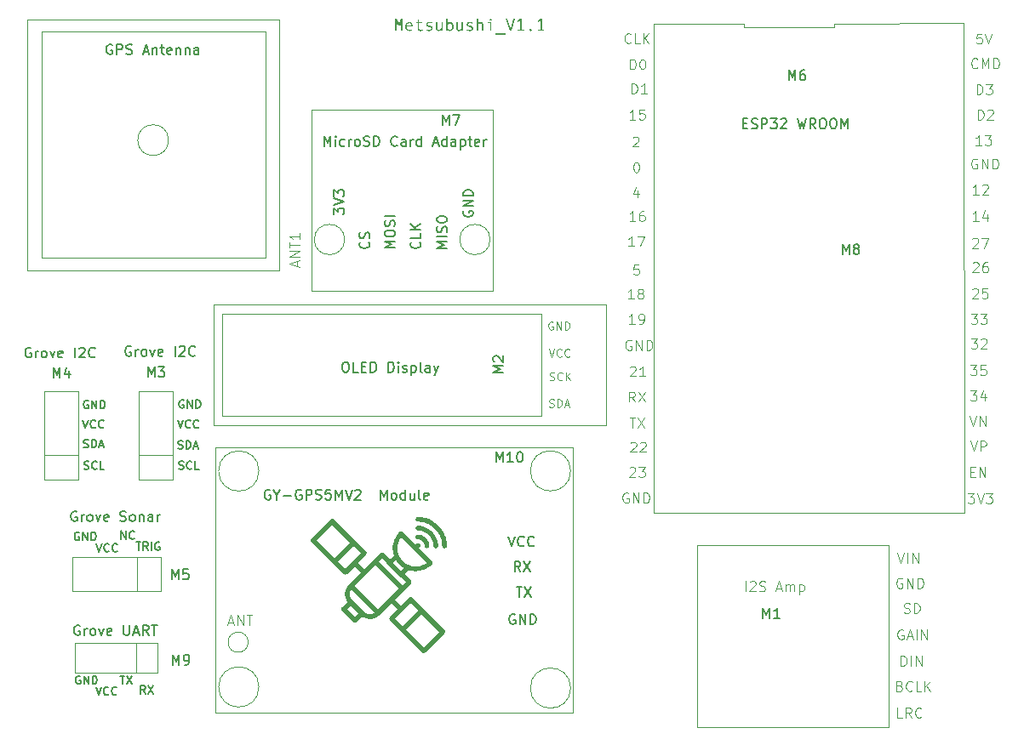
<source format=gbr>
%TF.GenerationSoftware,KiCad,Pcbnew,8.0.3*%
%TF.CreationDate,2024-06-24T21:54:25-07:00*%
%TF.ProjectId,Hardware_Device,48617264-7761-4726-955f-446576696365,rev?*%
%TF.SameCoordinates,Original*%
%TF.FileFunction,Legend,Top*%
%TF.FilePolarity,Positive*%
%FSLAX46Y46*%
G04 Gerber Fmt 4.6, Leading zero omitted, Abs format (unit mm)*
G04 Created by KiCad (PCBNEW 8.0.3) date 2024-06-24 21:54:25*
%MOMM*%
%LPD*%
G01*
G04 APERTURE LIST*
%ADD10C,0.100000*%
%ADD11C,0.150000*%
%ADD12C,0.200000*%
%ADD13C,0.120000*%
%ADD14C,0.000000*%
%ADD15O,2.400000X1.800000*%
%ADD16O,1.800000X1.800000*%
%ADD17O,1.800000X2.400000*%
%ADD18O,3.000000X2.000000*%
G04 APERTURE END LIST*
D10*
X197003884Y-36222419D02*
X197003884Y-35222419D01*
X197003884Y-35222419D02*
X197241979Y-35222419D01*
X197241979Y-35222419D02*
X197384836Y-35270038D01*
X197384836Y-35270038D02*
X197480074Y-35365276D01*
X197480074Y-35365276D02*
X197527693Y-35460514D01*
X197527693Y-35460514D02*
X197575312Y-35650990D01*
X197575312Y-35650990D02*
X197575312Y-35793847D01*
X197575312Y-35793847D02*
X197527693Y-35984323D01*
X197527693Y-35984323D02*
X197480074Y-36079561D01*
X197480074Y-36079561D02*
X197384836Y-36174800D01*
X197384836Y-36174800D02*
X197241979Y-36222419D01*
X197241979Y-36222419D02*
X197003884Y-36222419D01*
X198194360Y-35222419D02*
X198289598Y-35222419D01*
X198289598Y-35222419D02*
X198384836Y-35270038D01*
X198384836Y-35270038D02*
X198432455Y-35317657D01*
X198432455Y-35317657D02*
X198480074Y-35412895D01*
X198480074Y-35412895D02*
X198527693Y-35603371D01*
X198527693Y-35603371D02*
X198527693Y-35841466D01*
X198527693Y-35841466D02*
X198480074Y-36031942D01*
X198480074Y-36031942D02*
X198432455Y-36127180D01*
X198432455Y-36127180D02*
X198384836Y-36174800D01*
X198384836Y-36174800D02*
X198289598Y-36222419D01*
X198289598Y-36222419D02*
X198194360Y-36222419D01*
X198194360Y-36222419D02*
X198099122Y-36174800D01*
X198099122Y-36174800D02*
X198051503Y-36127180D01*
X198051503Y-36127180D02*
X198003884Y-36031942D01*
X198003884Y-36031942D02*
X197956265Y-35841466D01*
X197956265Y-35841466D02*
X197956265Y-35603371D01*
X197956265Y-35603371D02*
X198003884Y-35412895D01*
X198003884Y-35412895D02*
X198051503Y-35317657D01*
X198051503Y-35317657D02*
X198099122Y-35270038D01*
X198099122Y-35270038D02*
X198194360Y-35222419D01*
X197880074Y-55672419D02*
X197403884Y-55672419D01*
X197403884Y-55672419D02*
X197356265Y-56148609D01*
X197356265Y-56148609D02*
X197403884Y-56100990D01*
X197403884Y-56100990D02*
X197499122Y-56053371D01*
X197499122Y-56053371D02*
X197737217Y-56053371D01*
X197737217Y-56053371D02*
X197832455Y-56100990D01*
X197832455Y-56100990D02*
X197880074Y-56148609D01*
X197880074Y-56148609D02*
X197927693Y-56243847D01*
X197927693Y-56243847D02*
X197927693Y-56481942D01*
X197927693Y-56481942D02*
X197880074Y-56577180D01*
X197880074Y-56577180D02*
X197832455Y-56624800D01*
X197832455Y-56624800D02*
X197737217Y-56672419D01*
X197737217Y-56672419D02*
X197499122Y-56672419D01*
X197499122Y-56672419D02*
X197403884Y-56624800D01*
X197403884Y-56624800D02*
X197356265Y-56577180D01*
X197306265Y-43017657D02*
X197353884Y-42970038D01*
X197353884Y-42970038D02*
X197449122Y-42922419D01*
X197449122Y-42922419D02*
X197687217Y-42922419D01*
X197687217Y-42922419D02*
X197782455Y-42970038D01*
X197782455Y-42970038D02*
X197830074Y-43017657D01*
X197830074Y-43017657D02*
X197877693Y-43112895D01*
X197877693Y-43112895D02*
X197877693Y-43208133D01*
X197877693Y-43208133D02*
X197830074Y-43350990D01*
X197830074Y-43350990D02*
X197258646Y-43922419D01*
X197258646Y-43922419D02*
X197877693Y-43922419D01*
X197006265Y-65867657D02*
X197053884Y-65820038D01*
X197053884Y-65820038D02*
X197149122Y-65772419D01*
X197149122Y-65772419D02*
X197387217Y-65772419D01*
X197387217Y-65772419D02*
X197482455Y-65820038D01*
X197482455Y-65820038D02*
X197530074Y-65867657D01*
X197530074Y-65867657D02*
X197577693Y-65962895D01*
X197577693Y-65962895D02*
X197577693Y-66058133D01*
X197577693Y-66058133D02*
X197530074Y-66200990D01*
X197530074Y-66200990D02*
X196958646Y-66772419D01*
X196958646Y-66772419D02*
X197577693Y-66772419D01*
X198530074Y-66772419D02*
X197958646Y-66772419D01*
X198244360Y-66772419D02*
X198244360Y-65772419D01*
X198244360Y-65772419D02*
X198149122Y-65915276D01*
X198149122Y-65915276D02*
X198053884Y-66010514D01*
X198053884Y-66010514D02*
X197958646Y-66058133D01*
D11*
X141960588Y-80267438D02*
X141865350Y-80219819D01*
X141865350Y-80219819D02*
X141722493Y-80219819D01*
X141722493Y-80219819D02*
X141579636Y-80267438D01*
X141579636Y-80267438D02*
X141484398Y-80362676D01*
X141484398Y-80362676D02*
X141436779Y-80457914D01*
X141436779Y-80457914D02*
X141389160Y-80648390D01*
X141389160Y-80648390D02*
X141389160Y-80791247D01*
X141389160Y-80791247D02*
X141436779Y-80981723D01*
X141436779Y-80981723D02*
X141484398Y-81076961D01*
X141484398Y-81076961D02*
X141579636Y-81172200D01*
X141579636Y-81172200D02*
X141722493Y-81219819D01*
X141722493Y-81219819D02*
X141817731Y-81219819D01*
X141817731Y-81219819D02*
X141960588Y-81172200D01*
X141960588Y-81172200D02*
X142008207Y-81124580D01*
X142008207Y-81124580D02*
X142008207Y-80791247D01*
X142008207Y-80791247D02*
X141817731Y-80791247D01*
X142436779Y-81219819D02*
X142436779Y-80553152D01*
X142436779Y-80743628D02*
X142484398Y-80648390D01*
X142484398Y-80648390D02*
X142532017Y-80600771D01*
X142532017Y-80600771D02*
X142627255Y-80553152D01*
X142627255Y-80553152D02*
X142722493Y-80553152D01*
X143198684Y-81219819D02*
X143103446Y-81172200D01*
X143103446Y-81172200D02*
X143055827Y-81124580D01*
X143055827Y-81124580D02*
X143008208Y-81029342D01*
X143008208Y-81029342D02*
X143008208Y-80743628D01*
X143008208Y-80743628D02*
X143055827Y-80648390D01*
X143055827Y-80648390D02*
X143103446Y-80600771D01*
X143103446Y-80600771D02*
X143198684Y-80553152D01*
X143198684Y-80553152D02*
X143341541Y-80553152D01*
X143341541Y-80553152D02*
X143436779Y-80600771D01*
X143436779Y-80600771D02*
X143484398Y-80648390D01*
X143484398Y-80648390D02*
X143532017Y-80743628D01*
X143532017Y-80743628D02*
X143532017Y-81029342D01*
X143532017Y-81029342D02*
X143484398Y-81124580D01*
X143484398Y-81124580D02*
X143436779Y-81172200D01*
X143436779Y-81172200D02*
X143341541Y-81219819D01*
X143341541Y-81219819D02*
X143198684Y-81219819D01*
X143865351Y-80553152D02*
X144103446Y-81219819D01*
X144103446Y-81219819D02*
X144341541Y-80553152D01*
X145103446Y-81172200D02*
X145008208Y-81219819D01*
X145008208Y-81219819D02*
X144817732Y-81219819D01*
X144817732Y-81219819D02*
X144722494Y-81172200D01*
X144722494Y-81172200D02*
X144674875Y-81076961D01*
X144674875Y-81076961D02*
X144674875Y-80696009D01*
X144674875Y-80696009D02*
X144722494Y-80600771D01*
X144722494Y-80600771D02*
X144817732Y-80553152D01*
X144817732Y-80553152D02*
X145008208Y-80553152D01*
X145008208Y-80553152D02*
X145103446Y-80600771D01*
X145103446Y-80600771D02*
X145151065Y-80696009D01*
X145151065Y-80696009D02*
X145151065Y-80791247D01*
X145151065Y-80791247D02*
X144674875Y-80886485D01*
X146293923Y-81172200D02*
X146436780Y-81219819D01*
X146436780Y-81219819D02*
X146674875Y-81219819D01*
X146674875Y-81219819D02*
X146770113Y-81172200D01*
X146770113Y-81172200D02*
X146817732Y-81124580D01*
X146817732Y-81124580D02*
X146865351Y-81029342D01*
X146865351Y-81029342D02*
X146865351Y-80934104D01*
X146865351Y-80934104D02*
X146817732Y-80838866D01*
X146817732Y-80838866D02*
X146770113Y-80791247D01*
X146770113Y-80791247D02*
X146674875Y-80743628D01*
X146674875Y-80743628D02*
X146484399Y-80696009D01*
X146484399Y-80696009D02*
X146389161Y-80648390D01*
X146389161Y-80648390D02*
X146341542Y-80600771D01*
X146341542Y-80600771D02*
X146293923Y-80505533D01*
X146293923Y-80505533D02*
X146293923Y-80410295D01*
X146293923Y-80410295D02*
X146341542Y-80315057D01*
X146341542Y-80315057D02*
X146389161Y-80267438D01*
X146389161Y-80267438D02*
X146484399Y-80219819D01*
X146484399Y-80219819D02*
X146722494Y-80219819D01*
X146722494Y-80219819D02*
X146865351Y-80267438D01*
X147436780Y-81219819D02*
X147341542Y-81172200D01*
X147341542Y-81172200D02*
X147293923Y-81124580D01*
X147293923Y-81124580D02*
X147246304Y-81029342D01*
X147246304Y-81029342D02*
X147246304Y-80743628D01*
X147246304Y-80743628D02*
X147293923Y-80648390D01*
X147293923Y-80648390D02*
X147341542Y-80600771D01*
X147341542Y-80600771D02*
X147436780Y-80553152D01*
X147436780Y-80553152D02*
X147579637Y-80553152D01*
X147579637Y-80553152D02*
X147674875Y-80600771D01*
X147674875Y-80600771D02*
X147722494Y-80648390D01*
X147722494Y-80648390D02*
X147770113Y-80743628D01*
X147770113Y-80743628D02*
X147770113Y-81029342D01*
X147770113Y-81029342D02*
X147722494Y-81124580D01*
X147722494Y-81124580D02*
X147674875Y-81172200D01*
X147674875Y-81172200D02*
X147579637Y-81219819D01*
X147579637Y-81219819D02*
X147436780Y-81219819D01*
X148198685Y-80553152D02*
X148198685Y-81219819D01*
X148198685Y-80648390D02*
X148246304Y-80600771D01*
X148246304Y-80600771D02*
X148341542Y-80553152D01*
X148341542Y-80553152D02*
X148484399Y-80553152D01*
X148484399Y-80553152D02*
X148579637Y-80600771D01*
X148579637Y-80600771D02*
X148627256Y-80696009D01*
X148627256Y-80696009D02*
X148627256Y-81219819D01*
X149532018Y-81219819D02*
X149532018Y-80696009D01*
X149532018Y-80696009D02*
X149484399Y-80600771D01*
X149484399Y-80600771D02*
X149389161Y-80553152D01*
X149389161Y-80553152D02*
X149198685Y-80553152D01*
X149198685Y-80553152D02*
X149103447Y-80600771D01*
X149532018Y-81172200D02*
X149436780Y-81219819D01*
X149436780Y-81219819D02*
X149198685Y-81219819D01*
X149198685Y-81219819D02*
X149103447Y-81172200D01*
X149103447Y-81172200D02*
X149055828Y-81076961D01*
X149055828Y-81076961D02*
X149055828Y-80981723D01*
X149055828Y-80981723D02*
X149103447Y-80886485D01*
X149103447Y-80886485D02*
X149198685Y-80838866D01*
X149198685Y-80838866D02*
X149436780Y-80838866D01*
X149436780Y-80838866D02*
X149532018Y-80791247D01*
X150008209Y-81219819D02*
X150008209Y-80553152D01*
X150008209Y-80743628D02*
X150055828Y-80648390D01*
X150055828Y-80648390D02*
X150103447Y-80600771D01*
X150103447Y-80600771D02*
X150198685Y-80553152D01*
X150198685Y-80553152D02*
X150293923Y-80553152D01*
D10*
X197527693Y-51322419D02*
X196956265Y-51322419D01*
X197241979Y-51322419D02*
X197241979Y-50322419D01*
X197241979Y-50322419D02*
X197146741Y-50465276D01*
X197146741Y-50465276D02*
X197051503Y-50560514D01*
X197051503Y-50560514D02*
X196956265Y-50608133D01*
X198384836Y-50322419D02*
X198194360Y-50322419D01*
X198194360Y-50322419D02*
X198099122Y-50370038D01*
X198099122Y-50370038D02*
X198051503Y-50417657D01*
X198051503Y-50417657D02*
X197956265Y-50560514D01*
X197956265Y-50560514D02*
X197908646Y-50750990D01*
X197908646Y-50750990D02*
X197908646Y-51131942D01*
X197908646Y-51131942D02*
X197956265Y-51227180D01*
X197956265Y-51227180D02*
X198003884Y-51274800D01*
X198003884Y-51274800D02*
X198099122Y-51322419D01*
X198099122Y-51322419D02*
X198289598Y-51322419D01*
X198289598Y-51322419D02*
X198384836Y-51274800D01*
X198384836Y-51274800D02*
X198432455Y-51227180D01*
X198432455Y-51227180D02*
X198480074Y-51131942D01*
X198480074Y-51131942D02*
X198480074Y-50893847D01*
X198480074Y-50893847D02*
X198432455Y-50798609D01*
X198432455Y-50798609D02*
X198384836Y-50750990D01*
X198384836Y-50750990D02*
X198289598Y-50703371D01*
X198289598Y-50703371D02*
X198099122Y-50703371D01*
X198099122Y-50703371D02*
X198003884Y-50750990D01*
X198003884Y-50750990D02*
X197956265Y-50798609D01*
X197956265Y-50798609D02*
X197908646Y-50893847D01*
X197477693Y-61572419D02*
X196906265Y-61572419D01*
X197191979Y-61572419D02*
X197191979Y-60572419D01*
X197191979Y-60572419D02*
X197096741Y-60715276D01*
X197096741Y-60715276D02*
X197001503Y-60810514D01*
X197001503Y-60810514D02*
X196906265Y-60858133D01*
X197953884Y-61572419D02*
X198144360Y-61572419D01*
X198144360Y-61572419D02*
X198239598Y-61524800D01*
X198239598Y-61524800D02*
X198287217Y-61477180D01*
X198287217Y-61477180D02*
X198382455Y-61334323D01*
X198382455Y-61334323D02*
X198430074Y-61143847D01*
X198430074Y-61143847D02*
X198430074Y-60762895D01*
X198430074Y-60762895D02*
X198382455Y-60667657D01*
X198382455Y-60667657D02*
X198334836Y-60620038D01*
X198334836Y-60620038D02*
X198239598Y-60572419D01*
X198239598Y-60572419D02*
X198049122Y-60572419D01*
X198049122Y-60572419D02*
X197953884Y-60620038D01*
X197953884Y-60620038D02*
X197906265Y-60667657D01*
X197906265Y-60667657D02*
X197858646Y-60762895D01*
X197858646Y-60762895D02*
X197858646Y-61000990D01*
X197858646Y-61000990D02*
X197906265Y-61096228D01*
X197906265Y-61096228D02*
X197953884Y-61143847D01*
X197953884Y-61143847D02*
X198049122Y-61191466D01*
X198049122Y-61191466D02*
X198239598Y-61191466D01*
X198239598Y-61191466D02*
X198334836Y-61143847D01*
X198334836Y-61143847D02*
X198382455Y-61096228D01*
X198382455Y-61096228D02*
X198430074Y-61000990D01*
D12*
G36*
X174400083Y-32396000D02*
G01*
X174250900Y-32396000D01*
X174250900Y-31444332D01*
X174091165Y-31870780D01*
X173950481Y-31870780D01*
X173790746Y-31444332D01*
X173790746Y-32396000D01*
X173641856Y-32396000D01*
X173641856Y-31214255D01*
X173833244Y-31214255D01*
X174021409Y-31723062D01*
X174208695Y-31214255D01*
X174400083Y-31214255D01*
X174400083Y-32396000D01*
G37*
G36*
X175098613Y-31501120D02*
G01*
X175158097Y-31517614D01*
X175212784Y-31545102D01*
X175262674Y-31583587D01*
X175289030Y-31610515D01*
X175329000Y-31664356D01*
X175359154Y-31725350D01*
X175377186Y-31783324D01*
X175388005Y-31846553D01*
X175391612Y-31915036D01*
X175391612Y-31964569D01*
X174802205Y-31964569D01*
X174807315Y-32028957D01*
X174822648Y-32088180D01*
X174848202Y-32142237D01*
X174883977Y-32191129D01*
X174927300Y-32231520D01*
X174981512Y-32263166D01*
X175041520Y-32280207D01*
X175084745Y-32283452D01*
X175143601Y-32280943D01*
X175204692Y-32273414D01*
X175268019Y-32260866D01*
X175325262Y-32245769D01*
X175333579Y-32243299D01*
X175359371Y-32374311D01*
X175295935Y-32392006D01*
X175237334Y-32403342D01*
X175175842Y-32410807D01*
X175111462Y-32414402D01*
X175082986Y-32414757D01*
X175023826Y-32411695D01*
X174957688Y-32399934D01*
X174896846Y-32379354D01*
X174841301Y-32349953D01*
X174791051Y-32311732D01*
X174767913Y-32289314D01*
X174727274Y-32239233D01*
X174695043Y-32183073D01*
X174671220Y-32120834D01*
X174655806Y-32052515D01*
X174649383Y-31990938D01*
X174648332Y-31951966D01*
X174650958Y-31889067D01*
X174658432Y-31833264D01*
X174811290Y-31833264D01*
X175232756Y-31833264D01*
X175224307Y-31774696D01*
X175198959Y-31721651D01*
X175172672Y-31689356D01*
X175125892Y-31651314D01*
X175070842Y-31629915D01*
X175039316Y-31626928D01*
X174977304Y-31633993D01*
X174918502Y-31657816D01*
X174880460Y-31686718D01*
X174841332Y-31735353D01*
X174818032Y-31791572D01*
X174811290Y-31833264D01*
X174658432Y-31833264D01*
X174658836Y-31830247D01*
X174675223Y-31765047D01*
X174699173Y-31705720D01*
X174730686Y-31652266D01*
X174755896Y-31619893D01*
X174798459Y-31577661D01*
X174853741Y-31539433D01*
X174915081Y-31513098D01*
X174972482Y-31499992D01*
X175034333Y-31495623D01*
X175098613Y-31501120D01*
G37*
G36*
X176383726Y-32354674D02*
G01*
X176323950Y-32378085D01*
X176265156Y-32395746D01*
X176207343Y-32407658D01*
X176142474Y-32414229D01*
X176118478Y-32414757D01*
X176049579Y-32408582D01*
X175992357Y-32390056D01*
X175939106Y-32351523D01*
X175902671Y-32295205D01*
X175885155Y-32234687D01*
X175879316Y-32161819D01*
X175879316Y-31645685D01*
X175714305Y-31645685D01*
X175714305Y-31514381D01*
X175879316Y-31514381D01*
X175879316Y-31270528D01*
X176023224Y-31270528D01*
X176023224Y-31514381D01*
X176315143Y-31514381D01*
X176315143Y-31645685D01*
X176023224Y-31645685D01*
X176023224Y-32127821D01*
X176029338Y-32186998D01*
X176053205Y-32240755D01*
X176055170Y-32243299D01*
X176104401Y-32277806D01*
X176142512Y-32283452D01*
X176201239Y-32278607D01*
X176261358Y-32264071D01*
X176322868Y-32239843D01*
X176357641Y-32222196D01*
X176383726Y-32354674D01*
G37*
G36*
X177289965Y-31667374D02*
G01*
X177233306Y-31649679D01*
X177172850Y-31635815D01*
X177109755Y-31627915D01*
X177079818Y-31626928D01*
X177020112Y-31629990D01*
X176960102Y-31641750D01*
X176919790Y-31658288D01*
X176874967Y-31696509D01*
X176862344Y-31738889D01*
X176888136Y-31793697D01*
X176942473Y-31824196D01*
X176996287Y-31842936D01*
X177118506Y-31881331D01*
X177174076Y-31900568D01*
X177230284Y-31925624D01*
X177259776Y-31942294D01*
X177308283Y-31980176D01*
X177343014Y-32025825D01*
X177364969Y-32082837D01*
X177371151Y-32140424D01*
X177364501Y-32200801D01*
X177341124Y-32260667D01*
X177300915Y-32312001D01*
X177264759Y-32341484D01*
X177208210Y-32373541D01*
X177152990Y-32394078D01*
X177092413Y-32407602D01*
X177026478Y-32414113D01*
X176996580Y-32414757D01*
X176928668Y-32411854D01*
X176865467Y-32403145D01*
X176806980Y-32388629D01*
X176745907Y-32364930D01*
X176724591Y-32354087D01*
X176753314Y-32222489D01*
X176812061Y-32249161D01*
X176871357Y-32268212D01*
X176931202Y-32279642D01*
X176991598Y-32283452D01*
X177052861Y-32279846D01*
X177111126Y-32267548D01*
X177159832Y-32246523D01*
X177205693Y-32206732D01*
X177223726Y-32149803D01*
X177204585Y-32092351D01*
X177192365Y-32077995D01*
X177138729Y-32044583D01*
X177082286Y-32022509D01*
X177039958Y-32008826D01*
X176982587Y-31991235D01*
X176923239Y-31972731D01*
X176892240Y-31962810D01*
X176837575Y-31938991D01*
X176802554Y-31916502D01*
X176759809Y-31875617D01*
X176738660Y-31842643D01*
X176719769Y-31784780D01*
X176716678Y-31746216D01*
X176724630Y-31684801D01*
X176748486Y-31631131D01*
X176788247Y-31585203D01*
X176817208Y-31563034D01*
X176871412Y-31533541D01*
X176933492Y-31512475D01*
X176994274Y-31500955D01*
X177061087Y-31495886D01*
X177081284Y-31495623D01*
X177143115Y-31498822D01*
X177202242Y-31507038D01*
X177265289Y-31520309D01*
X177323670Y-31536069D01*
X177289965Y-31667374D01*
G37*
G36*
X178389351Y-32396000D02*
G01*
X178241926Y-32396000D01*
X178241926Y-32279349D01*
X178193861Y-32325367D01*
X178143529Y-32361864D01*
X178090931Y-32388839D01*
X178026701Y-32408278D01*
X177959385Y-32414757D01*
X177900584Y-32410027D01*
X177838107Y-32390808D01*
X177787881Y-32356807D01*
X177749905Y-32308021D01*
X177724180Y-32244453D01*
X177712419Y-32182954D01*
X177708499Y-32111994D01*
X177708499Y-31514381D01*
X177855924Y-31514381D01*
X177855924Y-32074771D01*
X177859101Y-32136292D01*
X177871301Y-32195533D01*
X177888457Y-32232748D01*
X177935680Y-32272311D01*
X177993574Y-32283403D01*
X177998367Y-32283452D01*
X178063609Y-32272046D01*
X178123743Y-32242755D01*
X178178013Y-32202339D01*
X178225759Y-32156713D01*
X178241926Y-32139251D01*
X178241926Y-31514381D01*
X178389351Y-31514381D01*
X178389351Y-32396000D01*
G37*
G36*
X178865624Y-31607290D02*
G01*
X178911405Y-31565271D01*
X178963270Y-31535154D01*
X178967913Y-31532845D01*
X179025299Y-31510163D01*
X179084911Y-31497949D01*
X179125889Y-31495623D01*
X179190412Y-31501527D01*
X179248314Y-31519241D01*
X179299597Y-31548763D01*
X179344261Y-31590094D01*
X179366810Y-31619014D01*
X179400272Y-31676602D01*
X179422412Y-31731701D01*
X179438513Y-31792096D01*
X179448577Y-31857788D01*
X179452351Y-31916576D01*
X179452686Y-31941122D01*
X179450454Y-32002456D01*
X179441881Y-32071864D01*
X179426878Y-32136697D01*
X179405446Y-32196954D01*
X179377584Y-32252637D01*
X179361242Y-32278763D01*
X179324845Y-32324980D01*
X179276781Y-32366814D01*
X179222687Y-32395633D01*
X179162563Y-32411437D01*
X179115924Y-32414757D01*
X179055460Y-32408781D01*
X178998046Y-32390852D01*
X178961465Y-32372259D01*
X178911147Y-32338068D01*
X178868849Y-32294378D01*
X178865624Y-32289314D01*
X178865624Y-32396000D01*
X178718492Y-32396000D01*
X178718492Y-31770249D01*
X178865624Y-31770249D01*
X178865624Y-32121666D01*
X178897694Y-32173621D01*
X178938181Y-32218513D01*
X178959706Y-32236851D01*
X179012584Y-32268707D01*
X179070484Y-32283043D01*
X179082219Y-32283452D01*
X179145449Y-32272162D01*
X179199328Y-32238291D01*
X179240195Y-32187905D01*
X179268956Y-32130519D01*
X179286619Y-32073398D01*
X179296845Y-32010526D01*
X179299692Y-31950794D01*
X179296986Y-31889671D01*
X179287263Y-31826515D01*
X179267874Y-31764003D01*
X179243126Y-31716027D01*
X179203593Y-31669041D01*
X179150453Y-31637456D01*
X179087201Y-31626928D01*
X179024333Y-31635885D01*
X178966448Y-31662758D01*
X178919885Y-31700968D01*
X178877137Y-31752894D01*
X178865624Y-31770249D01*
X178718492Y-31770249D01*
X178718492Y-31214255D01*
X178865624Y-31214255D01*
X178865624Y-31607290D01*
G37*
G36*
X180405819Y-32396000D02*
G01*
X180258394Y-32396000D01*
X180258394Y-32279349D01*
X180210330Y-32325367D01*
X180159998Y-32361864D01*
X180107400Y-32388839D01*
X180043170Y-32408278D01*
X179975854Y-32414757D01*
X179917053Y-32410027D01*
X179854576Y-32390808D01*
X179804350Y-32356807D01*
X179766374Y-32308021D01*
X179740648Y-32244453D01*
X179728888Y-32182954D01*
X179724968Y-32111994D01*
X179724968Y-31514381D01*
X179872393Y-31514381D01*
X179872393Y-32074771D01*
X179875570Y-32136292D01*
X179887770Y-32195533D01*
X179904926Y-32232748D01*
X179952149Y-32272311D01*
X180010043Y-32283403D01*
X180014836Y-32283452D01*
X180080078Y-32272046D01*
X180140212Y-32242755D01*
X180194482Y-32202339D01*
X180242228Y-32156713D01*
X180258394Y-32139251D01*
X180258394Y-31514381D01*
X180405819Y-31514381D01*
X180405819Y-32396000D01*
G37*
G36*
X181322903Y-31667374D02*
G01*
X181266244Y-31649679D01*
X181205788Y-31635815D01*
X181142693Y-31627915D01*
X181112756Y-31626928D01*
X181053050Y-31629990D01*
X180993040Y-31641750D01*
X180952728Y-31658288D01*
X180907905Y-31696509D01*
X180895282Y-31738889D01*
X180921074Y-31793697D01*
X180975411Y-31824196D01*
X181029225Y-31842936D01*
X181151444Y-31881331D01*
X181207014Y-31900568D01*
X181263222Y-31925624D01*
X181292714Y-31942294D01*
X181341221Y-31980176D01*
X181375952Y-32025825D01*
X181397906Y-32082837D01*
X181404089Y-32140424D01*
X181397439Y-32200801D01*
X181374062Y-32260667D01*
X181333853Y-32312001D01*
X181297697Y-32341484D01*
X181241148Y-32373541D01*
X181185928Y-32394078D01*
X181125351Y-32407602D01*
X181059416Y-32414113D01*
X181029518Y-32414757D01*
X180961606Y-32411854D01*
X180898405Y-32403145D01*
X180839918Y-32388629D01*
X180778845Y-32364930D01*
X180757529Y-32354087D01*
X180786252Y-32222489D01*
X180844999Y-32249161D01*
X180904295Y-32268212D01*
X180964140Y-32279642D01*
X181024535Y-32283452D01*
X181085798Y-32279846D01*
X181144063Y-32267548D01*
X181192770Y-32246523D01*
X181238631Y-32206732D01*
X181256664Y-32149803D01*
X181237523Y-32092351D01*
X181225303Y-32077995D01*
X181171667Y-32044583D01*
X181115224Y-32022509D01*
X181072896Y-32008826D01*
X181015525Y-31991235D01*
X180956177Y-31972731D01*
X180925177Y-31962810D01*
X180870512Y-31938991D01*
X180835491Y-31916502D01*
X180792747Y-31875617D01*
X180771598Y-31842643D01*
X180752707Y-31784780D01*
X180749616Y-31746216D01*
X180757568Y-31684801D01*
X180781424Y-31631131D01*
X180821185Y-31585203D01*
X180850146Y-31563034D01*
X180904350Y-31533541D01*
X180966430Y-31512475D01*
X181027212Y-31500955D01*
X181094024Y-31495886D01*
X181114221Y-31495623D01*
X181176053Y-31498822D01*
X181235180Y-31507038D01*
X181298226Y-31520309D01*
X181356608Y-31536069D01*
X181322903Y-31667374D01*
G37*
G36*
X182423754Y-32396000D02*
G01*
X182276329Y-32396000D01*
X182276329Y-31835316D01*
X182272951Y-31771706D01*
X182259982Y-31711695D01*
X182241744Y-31675288D01*
X182194225Y-31637554D01*
X182133886Y-31626928D01*
X182068644Y-31638334D01*
X182008510Y-31667625D01*
X181954240Y-31708041D01*
X181906494Y-31753667D01*
X181890327Y-31771129D01*
X181890327Y-32396000D01*
X181743196Y-32396000D01*
X181743196Y-31214255D01*
X181890327Y-31214255D01*
X181890327Y-31631031D01*
X181938392Y-31585013D01*
X181988724Y-31548517D01*
X182041322Y-31521541D01*
X182105552Y-31502102D01*
X182172868Y-31495623D01*
X182231669Y-31500340D01*
X182294146Y-31519502D01*
X182344372Y-31553405D01*
X182382348Y-31602049D01*
X182408073Y-31665433D01*
X182419834Y-31726753D01*
X182423754Y-31797507D01*
X182423754Y-32396000D01*
G37*
G36*
X183145638Y-31195497D02*
G01*
X183202955Y-31213685D01*
X183213928Y-31223048D01*
X183241359Y-31274887D01*
X183242358Y-31288993D01*
X183223977Y-31345536D01*
X183214515Y-31356111D01*
X183160562Y-31382128D01*
X183145638Y-31383076D01*
X183088590Y-31363045D01*
X183079399Y-31354939D01*
X183051686Y-31302742D01*
X183050676Y-31288993D01*
X183071125Y-31232208D01*
X183079399Y-31223341D01*
X183131879Y-31196476D01*
X183145638Y-31195497D01*
G37*
G36*
X183217739Y-32396000D02*
G01*
X183070314Y-32396000D01*
X183070314Y-31645685D01*
X182817376Y-31645685D01*
X182817376Y-31514381D01*
X183217739Y-31514381D01*
X183217739Y-32396000D01*
G37*
G36*
X184614319Y-32771157D02*
G01*
X183582344Y-32771157D01*
X183582344Y-32639852D01*
X184614319Y-32639852D01*
X184614319Y-32771157D01*
G37*
G36*
X185578004Y-31214255D02*
G01*
X185192882Y-32396000D01*
X185017027Y-32396000D01*
X184630732Y-31214255D01*
X184792226Y-31214255D01*
X185104368Y-32180577D01*
X185418269Y-31214255D01*
X185578004Y-31214255D01*
G37*
G36*
X186456692Y-32396000D02*
G01*
X185826252Y-32396000D01*
X185826252Y-32264695D01*
X186072742Y-32264695D01*
X186072742Y-31367542D01*
X185840321Y-31482727D01*
X185840321Y-31323871D01*
X186098827Y-31195497D01*
X186226615Y-31195497D01*
X186226615Y-32264695D01*
X186456692Y-32264695D01*
X186456692Y-32396000D01*
G37*
G36*
X187117613Y-32189663D02*
G01*
X187175834Y-32204763D01*
X187197627Y-32221610D01*
X187227587Y-32274835D01*
X187230160Y-32299866D01*
X187214644Y-32358515D01*
X187197334Y-32381052D01*
X187145674Y-32411466D01*
X187117613Y-32414757D01*
X187060714Y-32398826D01*
X187039064Y-32381052D01*
X187009973Y-32328070D01*
X187006824Y-32299866D01*
X187021924Y-32242199D01*
X187038771Y-32221024D01*
X187092536Y-32192144D01*
X187117613Y-32189663D01*
G37*
G36*
X188473161Y-32396000D02*
G01*
X187842721Y-32396000D01*
X187842721Y-32264695D01*
X188089211Y-32264695D01*
X188089211Y-31367542D01*
X187856789Y-31482727D01*
X187856789Y-31323871D01*
X188115296Y-31195497D01*
X188243084Y-31195497D01*
X188243084Y-32264695D01*
X188473161Y-32264695D01*
X188473161Y-32396000D01*
G37*
D10*
X197427693Y-53822419D02*
X196856265Y-53822419D01*
X197141979Y-53822419D02*
X197141979Y-52822419D01*
X197141979Y-52822419D02*
X197046741Y-52965276D01*
X197046741Y-52965276D02*
X196951503Y-53060514D01*
X196951503Y-53060514D02*
X196856265Y-53108133D01*
X197761027Y-52822419D02*
X198427693Y-52822419D01*
X198427693Y-52822419D02*
X197999122Y-53822419D01*
X197475312Y-69322419D02*
X197141979Y-68846228D01*
X196903884Y-69322419D02*
X196903884Y-68322419D01*
X196903884Y-68322419D02*
X197284836Y-68322419D01*
X197284836Y-68322419D02*
X197380074Y-68370038D01*
X197380074Y-68370038D02*
X197427693Y-68417657D01*
X197427693Y-68417657D02*
X197475312Y-68512895D01*
X197475312Y-68512895D02*
X197475312Y-68655752D01*
X197475312Y-68655752D02*
X197427693Y-68750990D01*
X197427693Y-68750990D02*
X197380074Y-68798609D01*
X197380074Y-68798609D02*
X197284836Y-68846228D01*
X197284836Y-68846228D02*
X196903884Y-68846228D01*
X197808646Y-68322419D02*
X198475312Y-69322419D01*
X198475312Y-68322419D02*
X197808646Y-69322419D01*
D11*
X147360588Y-63817438D02*
X147265350Y-63769819D01*
X147265350Y-63769819D02*
X147122493Y-63769819D01*
X147122493Y-63769819D02*
X146979636Y-63817438D01*
X146979636Y-63817438D02*
X146884398Y-63912676D01*
X146884398Y-63912676D02*
X146836779Y-64007914D01*
X146836779Y-64007914D02*
X146789160Y-64198390D01*
X146789160Y-64198390D02*
X146789160Y-64341247D01*
X146789160Y-64341247D02*
X146836779Y-64531723D01*
X146836779Y-64531723D02*
X146884398Y-64626961D01*
X146884398Y-64626961D02*
X146979636Y-64722200D01*
X146979636Y-64722200D02*
X147122493Y-64769819D01*
X147122493Y-64769819D02*
X147217731Y-64769819D01*
X147217731Y-64769819D02*
X147360588Y-64722200D01*
X147360588Y-64722200D02*
X147408207Y-64674580D01*
X147408207Y-64674580D02*
X147408207Y-64341247D01*
X147408207Y-64341247D02*
X147217731Y-64341247D01*
X147836779Y-64769819D02*
X147836779Y-64103152D01*
X147836779Y-64293628D02*
X147884398Y-64198390D01*
X147884398Y-64198390D02*
X147932017Y-64150771D01*
X147932017Y-64150771D02*
X148027255Y-64103152D01*
X148027255Y-64103152D02*
X148122493Y-64103152D01*
X148598684Y-64769819D02*
X148503446Y-64722200D01*
X148503446Y-64722200D02*
X148455827Y-64674580D01*
X148455827Y-64674580D02*
X148408208Y-64579342D01*
X148408208Y-64579342D02*
X148408208Y-64293628D01*
X148408208Y-64293628D02*
X148455827Y-64198390D01*
X148455827Y-64198390D02*
X148503446Y-64150771D01*
X148503446Y-64150771D02*
X148598684Y-64103152D01*
X148598684Y-64103152D02*
X148741541Y-64103152D01*
X148741541Y-64103152D02*
X148836779Y-64150771D01*
X148836779Y-64150771D02*
X148884398Y-64198390D01*
X148884398Y-64198390D02*
X148932017Y-64293628D01*
X148932017Y-64293628D02*
X148932017Y-64579342D01*
X148932017Y-64579342D02*
X148884398Y-64674580D01*
X148884398Y-64674580D02*
X148836779Y-64722200D01*
X148836779Y-64722200D02*
X148741541Y-64769819D01*
X148741541Y-64769819D02*
X148598684Y-64769819D01*
X149265351Y-64103152D02*
X149503446Y-64769819D01*
X149503446Y-64769819D02*
X149741541Y-64103152D01*
X150503446Y-64722200D02*
X150408208Y-64769819D01*
X150408208Y-64769819D02*
X150217732Y-64769819D01*
X150217732Y-64769819D02*
X150122494Y-64722200D01*
X150122494Y-64722200D02*
X150074875Y-64626961D01*
X150074875Y-64626961D02*
X150074875Y-64246009D01*
X150074875Y-64246009D02*
X150122494Y-64150771D01*
X150122494Y-64150771D02*
X150217732Y-64103152D01*
X150217732Y-64103152D02*
X150408208Y-64103152D01*
X150408208Y-64103152D02*
X150503446Y-64150771D01*
X150503446Y-64150771D02*
X150551065Y-64246009D01*
X150551065Y-64246009D02*
X150551065Y-64341247D01*
X150551065Y-64341247D02*
X150074875Y-64436485D01*
X151741542Y-64769819D02*
X151741542Y-63769819D01*
X152170113Y-63865057D02*
X152217732Y-63817438D01*
X152217732Y-63817438D02*
X152312970Y-63769819D01*
X152312970Y-63769819D02*
X152551065Y-63769819D01*
X152551065Y-63769819D02*
X152646303Y-63817438D01*
X152646303Y-63817438D02*
X152693922Y-63865057D01*
X152693922Y-63865057D02*
X152741541Y-63960295D01*
X152741541Y-63960295D02*
X152741541Y-64055533D01*
X152741541Y-64055533D02*
X152693922Y-64198390D01*
X152693922Y-64198390D02*
X152122494Y-64769819D01*
X152122494Y-64769819D02*
X152741541Y-64769819D01*
X153741541Y-64674580D02*
X153693922Y-64722200D01*
X153693922Y-64722200D02*
X153551065Y-64769819D01*
X153551065Y-64769819D02*
X153455827Y-64769819D01*
X153455827Y-64769819D02*
X153312970Y-64722200D01*
X153312970Y-64722200D02*
X153217732Y-64626961D01*
X153217732Y-64626961D02*
X153170113Y-64531723D01*
X153170113Y-64531723D02*
X153122494Y-64341247D01*
X153122494Y-64341247D02*
X153122494Y-64198390D01*
X153122494Y-64198390D02*
X153170113Y-64007914D01*
X153170113Y-64007914D02*
X153217732Y-63912676D01*
X153217732Y-63912676D02*
X153312970Y-63817438D01*
X153312970Y-63817438D02*
X153455827Y-63769819D01*
X153455827Y-63769819D02*
X153551065Y-63769819D01*
X153551065Y-63769819D02*
X153693922Y-63817438D01*
X153693922Y-63817438D02*
X153741541Y-63865057D01*
D10*
X196961027Y-70872419D02*
X197532455Y-70872419D01*
X197246741Y-71872419D02*
X197246741Y-70872419D01*
X197770551Y-70872419D02*
X198437217Y-71872419D01*
X198437217Y-70872419D02*
X197770551Y-71872419D01*
X197782455Y-48305752D02*
X197782455Y-48972419D01*
X197544360Y-47924800D02*
X197306265Y-48639085D01*
X197306265Y-48639085D02*
X197925312Y-48639085D01*
X197056265Y-73417657D02*
X197103884Y-73370038D01*
X197103884Y-73370038D02*
X197199122Y-73322419D01*
X197199122Y-73322419D02*
X197437217Y-73322419D01*
X197437217Y-73322419D02*
X197532455Y-73370038D01*
X197532455Y-73370038D02*
X197580074Y-73417657D01*
X197580074Y-73417657D02*
X197627693Y-73512895D01*
X197627693Y-73512895D02*
X197627693Y-73608133D01*
X197627693Y-73608133D02*
X197580074Y-73750990D01*
X197580074Y-73750990D02*
X197008646Y-74322419D01*
X197008646Y-74322419D02*
X197627693Y-74322419D01*
X198008646Y-73417657D02*
X198056265Y-73370038D01*
X198056265Y-73370038D02*
X198151503Y-73322419D01*
X198151503Y-73322419D02*
X198389598Y-73322419D01*
X198389598Y-73322419D02*
X198484836Y-73370038D01*
X198484836Y-73370038D02*
X198532455Y-73417657D01*
X198532455Y-73417657D02*
X198580074Y-73512895D01*
X198580074Y-73512895D02*
X198580074Y-73608133D01*
X198580074Y-73608133D02*
X198532455Y-73750990D01*
X198532455Y-73750990D02*
X197961027Y-74322419D01*
X197961027Y-74322419D02*
X198580074Y-74322419D01*
X197377693Y-59072419D02*
X196806265Y-59072419D01*
X197091979Y-59072419D02*
X197091979Y-58072419D01*
X197091979Y-58072419D02*
X196996741Y-58215276D01*
X196996741Y-58215276D02*
X196901503Y-58310514D01*
X196901503Y-58310514D02*
X196806265Y-58358133D01*
X197949122Y-58500990D02*
X197853884Y-58453371D01*
X197853884Y-58453371D02*
X197806265Y-58405752D01*
X197806265Y-58405752D02*
X197758646Y-58310514D01*
X197758646Y-58310514D02*
X197758646Y-58262895D01*
X197758646Y-58262895D02*
X197806265Y-58167657D01*
X197806265Y-58167657D02*
X197853884Y-58120038D01*
X197853884Y-58120038D02*
X197949122Y-58072419D01*
X197949122Y-58072419D02*
X198139598Y-58072419D01*
X198139598Y-58072419D02*
X198234836Y-58120038D01*
X198234836Y-58120038D02*
X198282455Y-58167657D01*
X198282455Y-58167657D02*
X198330074Y-58262895D01*
X198330074Y-58262895D02*
X198330074Y-58310514D01*
X198330074Y-58310514D02*
X198282455Y-58405752D01*
X198282455Y-58405752D02*
X198234836Y-58453371D01*
X198234836Y-58453371D02*
X198139598Y-58500990D01*
X198139598Y-58500990D02*
X197949122Y-58500990D01*
X197949122Y-58500990D02*
X197853884Y-58548609D01*
X197853884Y-58548609D02*
X197806265Y-58596228D01*
X197806265Y-58596228D02*
X197758646Y-58691466D01*
X197758646Y-58691466D02*
X197758646Y-58881942D01*
X197758646Y-58881942D02*
X197806265Y-58977180D01*
X197806265Y-58977180D02*
X197853884Y-59024800D01*
X197853884Y-59024800D02*
X197949122Y-59072419D01*
X197949122Y-59072419D02*
X198139598Y-59072419D01*
X198139598Y-59072419D02*
X198234836Y-59024800D01*
X198234836Y-59024800D02*
X198282455Y-58977180D01*
X198282455Y-58977180D02*
X198330074Y-58881942D01*
X198330074Y-58881942D02*
X198330074Y-58691466D01*
X198330074Y-58691466D02*
X198282455Y-58596228D01*
X198282455Y-58596228D02*
X198234836Y-58548609D01*
X198234836Y-58548609D02*
X198139598Y-58500990D01*
X197075312Y-33527180D02*
X197027693Y-33574800D01*
X197027693Y-33574800D02*
X196884836Y-33622419D01*
X196884836Y-33622419D02*
X196789598Y-33622419D01*
X196789598Y-33622419D02*
X196646741Y-33574800D01*
X196646741Y-33574800D02*
X196551503Y-33479561D01*
X196551503Y-33479561D02*
X196503884Y-33384323D01*
X196503884Y-33384323D02*
X196456265Y-33193847D01*
X196456265Y-33193847D02*
X196456265Y-33050990D01*
X196456265Y-33050990D02*
X196503884Y-32860514D01*
X196503884Y-32860514D02*
X196551503Y-32765276D01*
X196551503Y-32765276D02*
X196646741Y-32670038D01*
X196646741Y-32670038D02*
X196789598Y-32622419D01*
X196789598Y-32622419D02*
X196884836Y-32622419D01*
X196884836Y-32622419D02*
X197027693Y-32670038D01*
X197027693Y-32670038D02*
X197075312Y-32717657D01*
X197980074Y-33622419D02*
X197503884Y-33622419D01*
X197503884Y-33622419D02*
X197503884Y-32622419D01*
X198313408Y-33622419D02*
X198313408Y-32622419D01*
X198884836Y-33622419D02*
X198456265Y-33050990D01*
X198884836Y-32622419D02*
X198313408Y-33193847D01*
X197527693Y-41222419D02*
X196956265Y-41222419D01*
X197241979Y-41222419D02*
X197241979Y-40222419D01*
X197241979Y-40222419D02*
X197146741Y-40365276D01*
X197146741Y-40365276D02*
X197051503Y-40460514D01*
X197051503Y-40460514D02*
X196956265Y-40508133D01*
X198432455Y-40222419D02*
X197956265Y-40222419D01*
X197956265Y-40222419D02*
X197908646Y-40698609D01*
X197908646Y-40698609D02*
X197956265Y-40650990D01*
X197956265Y-40650990D02*
X198051503Y-40603371D01*
X198051503Y-40603371D02*
X198289598Y-40603371D01*
X198289598Y-40603371D02*
X198384836Y-40650990D01*
X198384836Y-40650990D02*
X198432455Y-40698609D01*
X198432455Y-40698609D02*
X198480074Y-40793847D01*
X198480074Y-40793847D02*
X198480074Y-41031942D01*
X198480074Y-41031942D02*
X198432455Y-41127180D01*
X198432455Y-41127180D02*
X198384836Y-41174800D01*
X198384836Y-41174800D02*
X198289598Y-41222419D01*
X198289598Y-41222419D02*
X198051503Y-41222419D01*
X198051503Y-41222419D02*
X197956265Y-41174800D01*
X197956265Y-41174800D02*
X197908646Y-41127180D01*
D11*
X142260588Y-91617438D02*
X142165350Y-91569819D01*
X142165350Y-91569819D02*
X142022493Y-91569819D01*
X142022493Y-91569819D02*
X141879636Y-91617438D01*
X141879636Y-91617438D02*
X141784398Y-91712676D01*
X141784398Y-91712676D02*
X141736779Y-91807914D01*
X141736779Y-91807914D02*
X141689160Y-91998390D01*
X141689160Y-91998390D02*
X141689160Y-92141247D01*
X141689160Y-92141247D02*
X141736779Y-92331723D01*
X141736779Y-92331723D02*
X141784398Y-92426961D01*
X141784398Y-92426961D02*
X141879636Y-92522200D01*
X141879636Y-92522200D02*
X142022493Y-92569819D01*
X142022493Y-92569819D02*
X142117731Y-92569819D01*
X142117731Y-92569819D02*
X142260588Y-92522200D01*
X142260588Y-92522200D02*
X142308207Y-92474580D01*
X142308207Y-92474580D02*
X142308207Y-92141247D01*
X142308207Y-92141247D02*
X142117731Y-92141247D01*
X142736779Y-92569819D02*
X142736779Y-91903152D01*
X142736779Y-92093628D02*
X142784398Y-91998390D01*
X142784398Y-91998390D02*
X142832017Y-91950771D01*
X142832017Y-91950771D02*
X142927255Y-91903152D01*
X142927255Y-91903152D02*
X143022493Y-91903152D01*
X143498684Y-92569819D02*
X143403446Y-92522200D01*
X143403446Y-92522200D02*
X143355827Y-92474580D01*
X143355827Y-92474580D02*
X143308208Y-92379342D01*
X143308208Y-92379342D02*
X143308208Y-92093628D01*
X143308208Y-92093628D02*
X143355827Y-91998390D01*
X143355827Y-91998390D02*
X143403446Y-91950771D01*
X143403446Y-91950771D02*
X143498684Y-91903152D01*
X143498684Y-91903152D02*
X143641541Y-91903152D01*
X143641541Y-91903152D02*
X143736779Y-91950771D01*
X143736779Y-91950771D02*
X143784398Y-91998390D01*
X143784398Y-91998390D02*
X143832017Y-92093628D01*
X143832017Y-92093628D02*
X143832017Y-92379342D01*
X143832017Y-92379342D02*
X143784398Y-92474580D01*
X143784398Y-92474580D02*
X143736779Y-92522200D01*
X143736779Y-92522200D02*
X143641541Y-92569819D01*
X143641541Y-92569819D02*
X143498684Y-92569819D01*
X144165351Y-91903152D02*
X144403446Y-92569819D01*
X144403446Y-92569819D02*
X144641541Y-91903152D01*
X145403446Y-92522200D02*
X145308208Y-92569819D01*
X145308208Y-92569819D02*
X145117732Y-92569819D01*
X145117732Y-92569819D02*
X145022494Y-92522200D01*
X145022494Y-92522200D02*
X144974875Y-92426961D01*
X144974875Y-92426961D02*
X144974875Y-92046009D01*
X144974875Y-92046009D02*
X145022494Y-91950771D01*
X145022494Y-91950771D02*
X145117732Y-91903152D01*
X145117732Y-91903152D02*
X145308208Y-91903152D01*
X145308208Y-91903152D02*
X145403446Y-91950771D01*
X145403446Y-91950771D02*
X145451065Y-92046009D01*
X145451065Y-92046009D02*
X145451065Y-92141247D01*
X145451065Y-92141247D02*
X144974875Y-92236485D01*
X146641542Y-91569819D02*
X146641542Y-92379342D01*
X146641542Y-92379342D02*
X146689161Y-92474580D01*
X146689161Y-92474580D02*
X146736780Y-92522200D01*
X146736780Y-92522200D02*
X146832018Y-92569819D01*
X146832018Y-92569819D02*
X147022494Y-92569819D01*
X147022494Y-92569819D02*
X147117732Y-92522200D01*
X147117732Y-92522200D02*
X147165351Y-92474580D01*
X147165351Y-92474580D02*
X147212970Y-92379342D01*
X147212970Y-92379342D02*
X147212970Y-91569819D01*
X147641542Y-92284104D02*
X148117732Y-92284104D01*
X147546304Y-92569819D02*
X147879637Y-91569819D01*
X147879637Y-91569819D02*
X148212970Y-92569819D01*
X149117732Y-92569819D02*
X148784399Y-92093628D01*
X148546304Y-92569819D02*
X148546304Y-91569819D01*
X148546304Y-91569819D02*
X148927256Y-91569819D01*
X148927256Y-91569819D02*
X149022494Y-91617438D01*
X149022494Y-91617438D02*
X149070113Y-91665057D01*
X149070113Y-91665057D02*
X149117732Y-91760295D01*
X149117732Y-91760295D02*
X149117732Y-91903152D01*
X149117732Y-91903152D02*
X149070113Y-91998390D01*
X149070113Y-91998390D02*
X149022494Y-92046009D01*
X149022494Y-92046009D02*
X148927256Y-92093628D01*
X148927256Y-92093628D02*
X148546304Y-92093628D01*
X149403447Y-91569819D02*
X149974875Y-91569819D01*
X149689161Y-92569819D02*
X149689161Y-91569819D01*
D10*
X197127693Y-63220038D02*
X197032455Y-63172419D01*
X197032455Y-63172419D02*
X196889598Y-63172419D01*
X196889598Y-63172419D02*
X196746741Y-63220038D01*
X196746741Y-63220038D02*
X196651503Y-63315276D01*
X196651503Y-63315276D02*
X196603884Y-63410514D01*
X196603884Y-63410514D02*
X196556265Y-63600990D01*
X196556265Y-63600990D02*
X196556265Y-63743847D01*
X196556265Y-63743847D02*
X196603884Y-63934323D01*
X196603884Y-63934323D02*
X196651503Y-64029561D01*
X196651503Y-64029561D02*
X196746741Y-64124800D01*
X196746741Y-64124800D02*
X196889598Y-64172419D01*
X196889598Y-64172419D02*
X196984836Y-64172419D01*
X196984836Y-64172419D02*
X197127693Y-64124800D01*
X197127693Y-64124800D02*
X197175312Y-64077180D01*
X197175312Y-64077180D02*
X197175312Y-63743847D01*
X197175312Y-63743847D02*
X196984836Y-63743847D01*
X197603884Y-64172419D02*
X197603884Y-63172419D01*
X197603884Y-63172419D02*
X198175312Y-64172419D01*
X198175312Y-64172419D02*
X198175312Y-63172419D01*
X198651503Y-64172419D02*
X198651503Y-63172419D01*
X198651503Y-63172419D02*
X198889598Y-63172419D01*
X198889598Y-63172419D02*
X199032455Y-63220038D01*
X199032455Y-63220038D02*
X199127693Y-63315276D01*
X199127693Y-63315276D02*
X199175312Y-63410514D01*
X199175312Y-63410514D02*
X199222931Y-63600990D01*
X199222931Y-63600990D02*
X199222931Y-63743847D01*
X199222931Y-63743847D02*
X199175312Y-63934323D01*
X199175312Y-63934323D02*
X199127693Y-64029561D01*
X199127693Y-64029561D02*
X199032455Y-64124800D01*
X199032455Y-64124800D02*
X198889598Y-64172419D01*
X198889598Y-64172419D02*
X198651503Y-64172419D01*
X196956265Y-75917657D02*
X197003884Y-75870038D01*
X197003884Y-75870038D02*
X197099122Y-75822419D01*
X197099122Y-75822419D02*
X197337217Y-75822419D01*
X197337217Y-75822419D02*
X197432455Y-75870038D01*
X197432455Y-75870038D02*
X197480074Y-75917657D01*
X197480074Y-75917657D02*
X197527693Y-76012895D01*
X197527693Y-76012895D02*
X197527693Y-76108133D01*
X197527693Y-76108133D02*
X197480074Y-76250990D01*
X197480074Y-76250990D02*
X196908646Y-76822419D01*
X196908646Y-76822419D02*
X197527693Y-76822419D01*
X197861027Y-75822419D02*
X198480074Y-75822419D01*
X198480074Y-75822419D02*
X198146741Y-76203371D01*
X198146741Y-76203371D02*
X198289598Y-76203371D01*
X198289598Y-76203371D02*
X198384836Y-76250990D01*
X198384836Y-76250990D02*
X198432455Y-76298609D01*
X198432455Y-76298609D02*
X198480074Y-76393847D01*
X198480074Y-76393847D02*
X198480074Y-76631942D01*
X198480074Y-76631942D02*
X198432455Y-76727180D01*
X198432455Y-76727180D02*
X198384836Y-76774800D01*
X198384836Y-76774800D02*
X198289598Y-76822419D01*
X198289598Y-76822419D02*
X198003884Y-76822419D01*
X198003884Y-76822419D02*
X197908646Y-76774800D01*
X197908646Y-76774800D02*
X197861027Y-76727180D01*
X197153884Y-38622419D02*
X197153884Y-37622419D01*
X197153884Y-37622419D02*
X197391979Y-37622419D01*
X197391979Y-37622419D02*
X197534836Y-37670038D01*
X197534836Y-37670038D02*
X197630074Y-37765276D01*
X197630074Y-37765276D02*
X197677693Y-37860514D01*
X197677693Y-37860514D02*
X197725312Y-38050990D01*
X197725312Y-38050990D02*
X197725312Y-38193847D01*
X197725312Y-38193847D02*
X197677693Y-38384323D01*
X197677693Y-38384323D02*
X197630074Y-38479561D01*
X197630074Y-38479561D02*
X197534836Y-38574800D01*
X197534836Y-38574800D02*
X197391979Y-38622419D01*
X197391979Y-38622419D02*
X197153884Y-38622419D01*
X198677693Y-38622419D02*
X198106265Y-38622419D01*
X198391979Y-38622419D02*
X198391979Y-37622419D01*
X198391979Y-37622419D02*
X198296741Y-37765276D01*
X198296741Y-37765276D02*
X198201503Y-37860514D01*
X198201503Y-37860514D02*
X198106265Y-37908133D01*
D11*
X208236779Y-41596009D02*
X208570112Y-41596009D01*
X208712969Y-42119819D02*
X208236779Y-42119819D01*
X208236779Y-42119819D02*
X208236779Y-41119819D01*
X208236779Y-41119819D02*
X208712969Y-41119819D01*
X209093922Y-42072200D02*
X209236779Y-42119819D01*
X209236779Y-42119819D02*
X209474874Y-42119819D01*
X209474874Y-42119819D02*
X209570112Y-42072200D01*
X209570112Y-42072200D02*
X209617731Y-42024580D01*
X209617731Y-42024580D02*
X209665350Y-41929342D01*
X209665350Y-41929342D02*
X209665350Y-41834104D01*
X209665350Y-41834104D02*
X209617731Y-41738866D01*
X209617731Y-41738866D02*
X209570112Y-41691247D01*
X209570112Y-41691247D02*
X209474874Y-41643628D01*
X209474874Y-41643628D02*
X209284398Y-41596009D01*
X209284398Y-41596009D02*
X209189160Y-41548390D01*
X209189160Y-41548390D02*
X209141541Y-41500771D01*
X209141541Y-41500771D02*
X209093922Y-41405533D01*
X209093922Y-41405533D02*
X209093922Y-41310295D01*
X209093922Y-41310295D02*
X209141541Y-41215057D01*
X209141541Y-41215057D02*
X209189160Y-41167438D01*
X209189160Y-41167438D02*
X209284398Y-41119819D01*
X209284398Y-41119819D02*
X209522493Y-41119819D01*
X209522493Y-41119819D02*
X209665350Y-41167438D01*
X210093922Y-42119819D02*
X210093922Y-41119819D01*
X210093922Y-41119819D02*
X210474874Y-41119819D01*
X210474874Y-41119819D02*
X210570112Y-41167438D01*
X210570112Y-41167438D02*
X210617731Y-41215057D01*
X210617731Y-41215057D02*
X210665350Y-41310295D01*
X210665350Y-41310295D02*
X210665350Y-41453152D01*
X210665350Y-41453152D02*
X210617731Y-41548390D01*
X210617731Y-41548390D02*
X210570112Y-41596009D01*
X210570112Y-41596009D02*
X210474874Y-41643628D01*
X210474874Y-41643628D02*
X210093922Y-41643628D01*
X210998684Y-41119819D02*
X211617731Y-41119819D01*
X211617731Y-41119819D02*
X211284398Y-41500771D01*
X211284398Y-41500771D02*
X211427255Y-41500771D01*
X211427255Y-41500771D02*
X211522493Y-41548390D01*
X211522493Y-41548390D02*
X211570112Y-41596009D01*
X211570112Y-41596009D02*
X211617731Y-41691247D01*
X211617731Y-41691247D02*
X211617731Y-41929342D01*
X211617731Y-41929342D02*
X211570112Y-42024580D01*
X211570112Y-42024580D02*
X211522493Y-42072200D01*
X211522493Y-42072200D02*
X211427255Y-42119819D01*
X211427255Y-42119819D02*
X211141541Y-42119819D01*
X211141541Y-42119819D02*
X211046303Y-42072200D01*
X211046303Y-42072200D02*
X210998684Y-42024580D01*
X211998684Y-41215057D02*
X212046303Y-41167438D01*
X212046303Y-41167438D02*
X212141541Y-41119819D01*
X212141541Y-41119819D02*
X212379636Y-41119819D01*
X212379636Y-41119819D02*
X212474874Y-41167438D01*
X212474874Y-41167438D02*
X212522493Y-41215057D01*
X212522493Y-41215057D02*
X212570112Y-41310295D01*
X212570112Y-41310295D02*
X212570112Y-41405533D01*
X212570112Y-41405533D02*
X212522493Y-41548390D01*
X212522493Y-41548390D02*
X211951065Y-42119819D01*
X211951065Y-42119819D02*
X212570112Y-42119819D01*
X213665351Y-41119819D02*
X213903446Y-42119819D01*
X213903446Y-42119819D02*
X214093922Y-41405533D01*
X214093922Y-41405533D02*
X214284398Y-42119819D01*
X214284398Y-42119819D02*
X214522494Y-41119819D01*
X215474874Y-42119819D02*
X215141541Y-41643628D01*
X214903446Y-42119819D02*
X214903446Y-41119819D01*
X214903446Y-41119819D02*
X215284398Y-41119819D01*
X215284398Y-41119819D02*
X215379636Y-41167438D01*
X215379636Y-41167438D02*
X215427255Y-41215057D01*
X215427255Y-41215057D02*
X215474874Y-41310295D01*
X215474874Y-41310295D02*
X215474874Y-41453152D01*
X215474874Y-41453152D02*
X215427255Y-41548390D01*
X215427255Y-41548390D02*
X215379636Y-41596009D01*
X215379636Y-41596009D02*
X215284398Y-41643628D01*
X215284398Y-41643628D02*
X214903446Y-41643628D01*
X216093922Y-41119819D02*
X216284398Y-41119819D01*
X216284398Y-41119819D02*
X216379636Y-41167438D01*
X216379636Y-41167438D02*
X216474874Y-41262676D01*
X216474874Y-41262676D02*
X216522493Y-41453152D01*
X216522493Y-41453152D02*
X216522493Y-41786485D01*
X216522493Y-41786485D02*
X216474874Y-41976961D01*
X216474874Y-41976961D02*
X216379636Y-42072200D01*
X216379636Y-42072200D02*
X216284398Y-42119819D01*
X216284398Y-42119819D02*
X216093922Y-42119819D01*
X216093922Y-42119819D02*
X215998684Y-42072200D01*
X215998684Y-42072200D02*
X215903446Y-41976961D01*
X215903446Y-41976961D02*
X215855827Y-41786485D01*
X215855827Y-41786485D02*
X215855827Y-41453152D01*
X215855827Y-41453152D02*
X215903446Y-41262676D01*
X215903446Y-41262676D02*
X215998684Y-41167438D01*
X215998684Y-41167438D02*
X216093922Y-41119819D01*
X217141541Y-41119819D02*
X217332017Y-41119819D01*
X217332017Y-41119819D02*
X217427255Y-41167438D01*
X217427255Y-41167438D02*
X217522493Y-41262676D01*
X217522493Y-41262676D02*
X217570112Y-41453152D01*
X217570112Y-41453152D02*
X217570112Y-41786485D01*
X217570112Y-41786485D02*
X217522493Y-41976961D01*
X217522493Y-41976961D02*
X217427255Y-42072200D01*
X217427255Y-42072200D02*
X217332017Y-42119819D01*
X217332017Y-42119819D02*
X217141541Y-42119819D01*
X217141541Y-42119819D02*
X217046303Y-42072200D01*
X217046303Y-42072200D02*
X216951065Y-41976961D01*
X216951065Y-41976961D02*
X216903446Y-41786485D01*
X216903446Y-41786485D02*
X216903446Y-41453152D01*
X216903446Y-41453152D02*
X216951065Y-41262676D01*
X216951065Y-41262676D02*
X217046303Y-41167438D01*
X217046303Y-41167438D02*
X217141541Y-41119819D01*
X217998684Y-42119819D02*
X217998684Y-41119819D01*
X217998684Y-41119819D02*
X218332017Y-41834104D01*
X218332017Y-41834104D02*
X218665350Y-41119819D01*
X218665350Y-41119819D02*
X218665350Y-42119819D01*
X168627255Y-65369819D02*
X168817731Y-65369819D01*
X168817731Y-65369819D02*
X168912969Y-65417438D01*
X168912969Y-65417438D02*
X169008207Y-65512676D01*
X169008207Y-65512676D02*
X169055826Y-65703152D01*
X169055826Y-65703152D02*
X169055826Y-66036485D01*
X169055826Y-66036485D02*
X169008207Y-66226961D01*
X169008207Y-66226961D02*
X168912969Y-66322200D01*
X168912969Y-66322200D02*
X168817731Y-66369819D01*
X168817731Y-66369819D02*
X168627255Y-66369819D01*
X168627255Y-66369819D02*
X168532017Y-66322200D01*
X168532017Y-66322200D02*
X168436779Y-66226961D01*
X168436779Y-66226961D02*
X168389160Y-66036485D01*
X168389160Y-66036485D02*
X168389160Y-65703152D01*
X168389160Y-65703152D02*
X168436779Y-65512676D01*
X168436779Y-65512676D02*
X168532017Y-65417438D01*
X168532017Y-65417438D02*
X168627255Y-65369819D01*
X169960588Y-66369819D02*
X169484398Y-66369819D01*
X169484398Y-66369819D02*
X169484398Y-65369819D01*
X170293922Y-65846009D02*
X170627255Y-65846009D01*
X170770112Y-66369819D02*
X170293922Y-66369819D01*
X170293922Y-66369819D02*
X170293922Y-65369819D01*
X170293922Y-65369819D02*
X170770112Y-65369819D01*
X171198684Y-66369819D02*
X171198684Y-65369819D01*
X171198684Y-65369819D02*
X171436779Y-65369819D01*
X171436779Y-65369819D02*
X171579636Y-65417438D01*
X171579636Y-65417438D02*
X171674874Y-65512676D01*
X171674874Y-65512676D02*
X171722493Y-65607914D01*
X171722493Y-65607914D02*
X171770112Y-65798390D01*
X171770112Y-65798390D02*
X171770112Y-65941247D01*
X171770112Y-65941247D02*
X171722493Y-66131723D01*
X171722493Y-66131723D02*
X171674874Y-66226961D01*
X171674874Y-66226961D02*
X171579636Y-66322200D01*
X171579636Y-66322200D02*
X171436779Y-66369819D01*
X171436779Y-66369819D02*
X171198684Y-66369819D01*
X172960589Y-66369819D02*
X172960589Y-65369819D01*
X172960589Y-65369819D02*
X173198684Y-65369819D01*
X173198684Y-65369819D02*
X173341541Y-65417438D01*
X173341541Y-65417438D02*
X173436779Y-65512676D01*
X173436779Y-65512676D02*
X173484398Y-65607914D01*
X173484398Y-65607914D02*
X173532017Y-65798390D01*
X173532017Y-65798390D02*
X173532017Y-65941247D01*
X173532017Y-65941247D02*
X173484398Y-66131723D01*
X173484398Y-66131723D02*
X173436779Y-66226961D01*
X173436779Y-66226961D02*
X173341541Y-66322200D01*
X173341541Y-66322200D02*
X173198684Y-66369819D01*
X173198684Y-66369819D02*
X172960589Y-66369819D01*
X173960589Y-66369819D02*
X173960589Y-65703152D01*
X173960589Y-65369819D02*
X173912970Y-65417438D01*
X173912970Y-65417438D02*
X173960589Y-65465057D01*
X173960589Y-65465057D02*
X174008208Y-65417438D01*
X174008208Y-65417438D02*
X173960589Y-65369819D01*
X173960589Y-65369819D02*
X173960589Y-65465057D01*
X174389160Y-66322200D02*
X174484398Y-66369819D01*
X174484398Y-66369819D02*
X174674874Y-66369819D01*
X174674874Y-66369819D02*
X174770112Y-66322200D01*
X174770112Y-66322200D02*
X174817731Y-66226961D01*
X174817731Y-66226961D02*
X174817731Y-66179342D01*
X174817731Y-66179342D02*
X174770112Y-66084104D01*
X174770112Y-66084104D02*
X174674874Y-66036485D01*
X174674874Y-66036485D02*
X174532017Y-66036485D01*
X174532017Y-66036485D02*
X174436779Y-65988866D01*
X174436779Y-65988866D02*
X174389160Y-65893628D01*
X174389160Y-65893628D02*
X174389160Y-65846009D01*
X174389160Y-65846009D02*
X174436779Y-65750771D01*
X174436779Y-65750771D02*
X174532017Y-65703152D01*
X174532017Y-65703152D02*
X174674874Y-65703152D01*
X174674874Y-65703152D02*
X174770112Y-65750771D01*
X175246303Y-65703152D02*
X175246303Y-66703152D01*
X175246303Y-65750771D02*
X175341541Y-65703152D01*
X175341541Y-65703152D02*
X175532017Y-65703152D01*
X175532017Y-65703152D02*
X175627255Y-65750771D01*
X175627255Y-65750771D02*
X175674874Y-65798390D01*
X175674874Y-65798390D02*
X175722493Y-65893628D01*
X175722493Y-65893628D02*
X175722493Y-66179342D01*
X175722493Y-66179342D02*
X175674874Y-66274580D01*
X175674874Y-66274580D02*
X175627255Y-66322200D01*
X175627255Y-66322200D02*
X175532017Y-66369819D01*
X175532017Y-66369819D02*
X175341541Y-66369819D01*
X175341541Y-66369819D02*
X175246303Y-66322200D01*
X176293922Y-66369819D02*
X176198684Y-66322200D01*
X176198684Y-66322200D02*
X176151065Y-66226961D01*
X176151065Y-66226961D02*
X176151065Y-65369819D01*
X177103446Y-66369819D02*
X177103446Y-65846009D01*
X177103446Y-65846009D02*
X177055827Y-65750771D01*
X177055827Y-65750771D02*
X176960589Y-65703152D01*
X176960589Y-65703152D02*
X176770113Y-65703152D01*
X176770113Y-65703152D02*
X176674875Y-65750771D01*
X177103446Y-66322200D02*
X177008208Y-66369819D01*
X177008208Y-66369819D02*
X176770113Y-66369819D01*
X176770113Y-66369819D02*
X176674875Y-66322200D01*
X176674875Y-66322200D02*
X176627256Y-66226961D01*
X176627256Y-66226961D02*
X176627256Y-66131723D01*
X176627256Y-66131723D02*
X176674875Y-66036485D01*
X176674875Y-66036485D02*
X176770113Y-65988866D01*
X176770113Y-65988866D02*
X177008208Y-65988866D01*
X177008208Y-65988866D02*
X177103446Y-65941247D01*
X177484399Y-65703152D02*
X177722494Y-66369819D01*
X177960589Y-65703152D02*
X177722494Y-66369819D01*
X177722494Y-66369819D02*
X177627256Y-66607914D01*
X177627256Y-66607914D02*
X177579637Y-66655533D01*
X177579637Y-66655533D02*
X177484399Y-66703152D01*
D10*
X196827693Y-78420038D02*
X196732455Y-78372419D01*
X196732455Y-78372419D02*
X196589598Y-78372419D01*
X196589598Y-78372419D02*
X196446741Y-78420038D01*
X196446741Y-78420038D02*
X196351503Y-78515276D01*
X196351503Y-78515276D02*
X196303884Y-78610514D01*
X196303884Y-78610514D02*
X196256265Y-78800990D01*
X196256265Y-78800990D02*
X196256265Y-78943847D01*
X196256265Y-78943847D02*
X196303884Y-79134323D01*
X196303884Y-79134323D02*
X196351503Y-79229561D01*
X196351503Y-79229561D02*
X196446741Y-79324800D01*
X196446741Y-79324800D02*
X196589598Y-79372419D01*
X196589598Y-79372419D02*
X196684836Y-79372419D01*
X196684836Y-79372419D02*
X196827693Y-79324800D01*
X196827693Y-79324800D02*
X196875312Y-79277180D01*
X196875312Y-79277180D02*
X196875312Y-78943847D01*
X196875312Y-78943847D02*
X196684836Y-78943847D01*
X197303884Y-79372419D02*
X197303884Y-78372419D01*
X197303884Y-78372419D02*
X197875312Y-79372419D01*
X197875312Y-79372419D02*
X197875312Y-78372419D01*
X198351503Y-79372419D02*
X198351503Y-78372419D01*
X198351503Y-78372419D02*
X198589598Y-78372419D01*
X198589598Y-78372419D02*
X198732455Y-78420038D01*
X198732455Y-78420038D02*
X198827693Y-78515276D01*
X198827693Y-78515276D02*
X198875312Y-78610514D01*
X198875312Y-78610514D02*
X198922931Y-78800990D01*
X198922931Y-78800990D02*
X198922931Y-78943847D01*
X198922931Y-78943847D02*
X198875312Y-79134323D01*
X198875312Y-79134323D02*
X198827693Y-79229561D01*
X198827693Y-79229561D02*
X198732455Y-79324800D01*
X198732455Y-79324800D02*
X198589598Y-79372419D01*
X198589598Y-79372419D02*
X198351503Y-79372419D01*
D11*
X137410588Y-63967438D02*
X137315350Y-63919819D01*
X137315350Y-63919819D02*
X137172493Y-63919819D01*
X137172493Y-63919819D02*
X137029636Y-63967438D01*
X137029636Y-63967438D02*
X136934398Y-64062676D01*
X136934398Y-64062676D02*
X136886779Y-64157914D01*
X136886779Y-64157914D02*
X136839160Y-64348390D01*
X136839160Y-64348390D02*
X136839160Y-64491247D01*
X136839160Y-64491247D02*
X136886779Y-64681723D01*
X136886779Y-64681723D02*
X136934398Y-64776961D01*
X136934398Y-64776961D02*
X137029636Y-64872200D01*
X137029636Y-64872200D02*
X137172493Y-64919819D01*
X137172493Y-64919819D02*
X137267731Y-64919819D01*
X137267731Y-64919819D02*
X137410588Y-64872200D01*
X137410588Y-64872200D02*
X137458207Y-64824580D01*
X137458207Y-64824580D02*
X137458207Y-64491247D01*
X137458207Y-64491247D02*
X137267731Y-64491247D01*
X137886779Y-64919819D02*
X137886779Y-64253152D01*
X137886779Y-64443628D02*
X137934398Y-64348390D01*
X137934398Y-64348390D02*
X137982017Y-64300771D01*
X137982017Y-64300771D02*
X138077255Y-64253152D01*
X138077255Y-64253152D02*
X138172493Y-64253152D01*
X138648684Y-64919819D02*
X138553446Y-64872200D01*
X138553446Y-64872200D02*
X138505827Y-64824580D01*
X138505827Y-64824580D02*
X138458208Y-64729342D01*
X138458208Y-64729342D02*
X138458208Y-64443628D01*
X138458208Y-64443628D02*
X138505827Y-64348390D01*
X138505827Y-64348390D02*
X138553446Y-64300771D01*
X138553446Y-64300771D02*
X138648684Y-64253152D01*
X138648684Y-64253152D02*
X138791541Y-64253152D01*
X138791541Y-64253152D02*
X138886779Y-64300771D01*
X138886779Y-64300771D02*
X138934398Y-64348390D01*
X138934398Y-64348390D02*
X138982017Y-64443628D01*
X138982017Y-64443628D02*
X138982017Y-64729342D01*
X138982017Y-64729342D02*
X138934398Y-64824580D01*
X138934398Y-64824580D02*
X138886779Y-64872200D01*
X138886779Y-64872200D02*
X138791541Y-64919819D01*
X138791541Y-64919819D02*
X138648684Y-64919819D01*
X139315351Y-64253152D02*
X139553446Y-64919819D01*
X139553446Y-64919819D02*
X139791541Y-64253152D01*
X140553446Y-64872200D02*
X140458208Y-64919819D01*
X140458208Y-64919819D02*
X140267732Y-64919819D01*
X140267732Y-64919819D02*
X140172494Y-64872200D01*
X140172494Y-64872200D02*
X140124875Y-64776961D01*
X140124875Y-64776961D02*
X140124875Y-64396009D01*
X140124875Y-64396009D02*
X140172494Y-64300771D01*
X140172494Y-64300771D02*
X140267732Y-64253152D01*
X140267732Y-64253152D02*
X140458208Y-64253152D01*
X140458208Y-64253152D02*
X140553446Y-64300771D01*
X140553446Y-64300771D02*
X140601065Y-64396009D01*
X140601065Y-64396009D02*
X140601065Y-64491247D01*
X140601065Y-64491247D02*
X140124875Y-64586485D01*
X141791542Y-64919819D02*
X141791542Y-63919819D01*
X142220113Y-64015057D02*
X142267732Y-63967438D01*
X142267732Y-63967438D02*
X142362970Y-63919819D01*
X142362970Y-63919819D02*
X142601065Y-63919819D01*
X142601065Y-63919819D02*
X142696303Y-63967438D01*
X142696303Y-63967438D02*
X142743922Y-64015057D01*
X142743922Y-64015057D02*
X142791541Y-64110295D01*
X142791541Y-64110295D02*
X142791541Y-64205533D01*
X142791541Y-64205533D02*
X142743922Y-64348390D01*
X142743922Y-64348390D02*
X142172494Y-64919819D01*
X142172494Y-64919819D02*
X142791541Y-64919819D01*
X143791541Y-64824580D02*
X143743922Y-64872200D01*
X143743922Y-64872200D02*
X143601065Y-64919819D01*
X143601065Y-64919819D02*
X143505827Y-64919819D01*
X143505827Y-64919819D02*
X143362970Y-64872200D01*
X143362970Y-64872200D02*
X143267732Y-64776961D01*
X143267732Y-64776961D02*
X143220113Y-64681723D01*
X143220113Y-64681723D02*
X143172494Y-64491247D01*
X143172494Y-64491247D02*
X143172494Y-64348390D01*
X143172494Y-64348390D02*
X143220113Y-64157914D01*
X143220113Y-64157914D02*
X143267732Y-64062676D01*
X143267732Y-64062676D02*
X143362970Y-63967438D01*
X143362970Y-63967438D02*
X143505827Y-63919819D01*
X143505827Y-63919819D02*
X143601065Y-63919819D01*
X143601065Y-63919819D02*
X143743922Y-63967438D01*
X143743922Y-63967438D02*
X143791541Y-64015057D01*
D10*
X197594360Y-45472419D02*
X197689598Y-45472419D01*
X197689598Y-45472419D02*
X197784836Y-45520038D01*
X197784836Y-45520038D02*
X197832455Y-45567657D01*
X197832455Y-45567657D02*
X197880074Y-45662895D01*
X197880074Y-45662895D02*
X197927693Y-45853371D01*
X197927693Y-45853371D02*
X197927693Y-46091466D01*
X197927693Y-46091466D02*
X197880074Y-46281942D01*
X197880074Y-46281942D02*
X197832455Y-46377180D01*
X197832455Y-46377180D02*
X197784836Y-46424800D01*
X197784836Y-46424800D02*
X197689598Y-46472419D01*
X197689598Y-46472419D02*
X197594360Y-46472419D01*
X197594360Y-46472419D02*
X197499122Y-46424800D01*
X197499122Y-46424800D02*
X197451503Y-46377180D01*
X197451503Y-46377180D02*
X197403884Y-46281942D01*
X197403884Y-46281942D02*
X197356265Y-46091466D01*
X197356265Y-46091466D02*
X197356265Y-45853371D01*
X197356265Y-45853371D02*
X197403884Y-45662895D01*
X197403884Y-45662895D02*
X197451503Y-45567657D01*
X197451503Y-45567657D02*
X197499122Y-45520038D01*
X197499122Y-45520038D02*
X197594360Y-45472419D01*
D11*
X183714286Y-75304819D02*
X183714286Y-74304819D01*
X183714286Y-74304819D02*
X184047619Y-75019104D01*
X184047619Y-75019104D02*
X184380952Y-74304819D01*
X184380952Y-74304819D02*
X184380952Y-75304819D01*
X185380952Y-75304819D02*
X184809524Y-75304819D01*
X185095238Y-75304819D02*
X185095238Y-74304819D01*
X185095238Y-74304819D02*
X185000000Y-74447676D01*
X185000000Y-74447676D02*
X184904762Y-74542914D01*
X184904762Y-74542914D02*
X184809524Y-74590533D01*
X186000000Y-74304819D02*
X186095238Y-74304819D01*
X186095238Y-74304819D02*
X186190476Y-74352438D01*
X186190476Y-74352438D02*
X186238095Y-74400057D01*
X186238095Y-74400057D02*
X186285714Y-74495295D01*
X186285714Y-74495295D02*
X186333333Y-74685771D01*
X186333333Y-74685771D02*
X186333333Y-74923866D01*
X186333333Y-74923866D02*
X186285714Y-75114342D01*
X186285714Y-75114342D02*
X186238095Y-75209580D01*
X186238095Y-75209580D02*
X186190476Y-75257200D01*
X186190476Y-75257200D02*
X186095238Y-75304819D01*
X186095238Y-75304819D02*
X186000000Y-75304819D01*
X186000000Y-75304819D02*
X185904762Y-75257200D01*
X185904762Y-75257200D02*
X185857143Y-75209580D01*
X185857143Y-75209580D02*
X185809524Y-75114342D01*
X185809524Y-75114342D02*
X185761905Y-74923866D01*
X185761905Y-74923866D02*
X185761905Y-74685771D01*
X185761905Y-74685771D02*
X185809524Y-74495295D01*
X185809524Y-74495295D02*
X185857143Y-74400057D01*
X185857143Y-74400057D02*
X185904762Y-74352438D01*
X185904762Y-74352438D02*
X186000000Y-74304819D01*
D10*
X157056265Y-91286704D02*
X157532455Y-91286704D01*
X156961027Y-91572419D02*
X157294360Y-90572419D01*
X157294360Y-90572419D02*
X157627693Y-91572419D01*
X157961027Y-91572419D02*
X157961027Y-90572419D01*
X157961027Y-90572419D02*
X158532455Y-91572419D01*
X158532455Y-91572419D02*
X158532455Y-90572419D01*
X158865789Y-90572419D02*
X159437217Y-90572419D01*
X159151503Y-91572419D02*
X159151503Y-90572419D01*
D11*
X184893922Y-82719819D02*
X185227255Y-83719819D01*
X185227255Y-83719819D02*
X185560588Y-82719819D01*
X186465350Y-83624580D02*
X186417731Y-83672200D01*
X186417731Y-83672200D02*
X186274874Y-83719819D01*
X186274874Y-83719819D02*
X186179636Y-83719819D01*
X186179636Y-83719819D02*
X186036779Y-83672200D01*
X186036779Y-83672200D02*
X185941541Y-83576961D01*
X185941541Y-83576961D02*
X185893922Y-83481723D01*
X185893922Y-83481723D02*
X185846303Y-83291247D01*
X185846303Y-83291247D02*
X185846303Y-83148390D01*
X185846303Y-83148390D02*
X185893922Y-82957914D01*
X185893922Y-82957914D02*
X185941541Y-82862676D01*
X185941541Y-82862676D02*
X186036779Y-82767438D01*
X186036779Y-82767438D02*
X186179636Y-82719819D01*
X186179636Y-82719819D02*
X186274874Y-82719819D01*
X186274874Y-82719819D02*
X186417731Y-82767438D01*
X186417731Y-82767438D02*
X186465350Y-82815057D01*
X187465350Y-83624580D02*
X187417731Y-83672200D01*
X187417731Y-83672200D02*
X187274874Y-83719819D01*
X187274874Y-83719819D02*
X187179636Y-83719819D01*
X187179636Y-83719819D02*
X187036779Y-83672200D01*
X187036779Y-83672200D02*
X186941541Y-83576961D01*
X186941541Y-83576961D02*
X186893922Y-83481723D01*
X186893922Y-83481723D02*
X186846303Y-83291247D01*
X186846303Y-83291247D02*
X186846303Y-83148390D01*
X186846303Y-83148390D02*
X186893922Y-82957914D01*
X186893922Y-82957914D02*
X186941541Y-82862676D01*
X186941541Y-82862676D02*
X187036779Y-82767438D01*
X187036779Y-82767438D02*
X187179636Y-82719819D01*
X187179636Y-82719819D02*
X187274874Y-82719819D01*
X187274874Y-82719819D02*
X187417731Y-82767438D01*
X187417731Y-82767438D02*
X187465350Y-82815057D01*
X185693922Y-87769819D02*
X186265350Y-87769819D01*
X185979636Y-88769819D02*
X185979636Y-87769819D01*
X186503446Y-87769819D02*
X187170112Y-88769819D01*
X187170112Y-87769819D02*
X186503446Y-88769819D01*
X185560588Y-90517438D02*
X185465350Y-90469819D01*
X185465350Y-90469819D02*
X185322493Y-90469819D01*
X185322493Y-90469819D02*
X185179636Y-90517438D01*
X185179636Y-90517438D02*
X185084398Y-90612676D01*
X185084398Y-90612676D02*
X185036779Y-90707914D01*
X185036779Y-90707914D02*
X184989160Y-90898390D01*
X184989160Y-90898390D02*
X184989160Y-91041247D01*
X184989160Y-91041247D02*
X185036779Y-91231723D01*
X185036779Y-91231723D02*
X185084398Y-91326961D01*
X185084398Y-91326961D02*
X185179636Y-91422200D01*
X185179636Y-91422200D02*
X185322493Y-91469819D01*
X185322493Y-91469819D02*
X185417731Y-91469819D01*
X185417731Y-91469819D02*
X185560588Y-91422200D01*
X185560588Y-91422200D02*
X185608207Y-91374580D01*
X185608207Y-91374580D02*
X185608207Y-91041247D01*
X185608207Y-91041247D02*
X185417731Y-91041247D01*
X186036779Y-91469819D02*
X186036779Y-90469819D01*
X186036779Y-90469819D02*
X186608207Y-91469819D01*
X186608207Y-91469819D02*
X186608207Y-90469819D01*
X187084398Y-91469819D02*
X187084398Y-90469819D01*
X187084398Y-90469819D02*
X187322493Y-90469819D01*
X187322493Y-90469819D02*
X187465350Y-90517438D01*
X187465350Y-90517438D02*
X187560588Y-90612676D01*
X187560588Y-90612676D02*
X187608207Y-90707914D01*
X187608207Y-90707914D02*
X187655826Y-90898390D01*
X187655826Y-90898390D02*
X187655826Y-91041247D01*
X187655826Y-91041247D02*
X187608207Y-91231723D01*
X187608207Y-91231723D02*
X187560588Y-91326961D01*
X187560588Y-91326961D02*
X187465350Y-91422200D01*
X187465350Y-91422200D02*
X187322493Y-91469819D01*
X187322493Y-91469819D02*
X187084398Y-91469819D01*
X186108207Y-86219819D02*
X185774874Y-85743628D01*
X185536779Y-86219819D02*
X185536779Y-85219819D01*
X185536779Y-85219819D02*
X185917731Y-85219819D01*
X185917731Y-85219819D02*
X186012969Y-85267438D01*
X186012969Y-85267438D02*
X186060588Y-85315057D01*
X186060588Y-85315057D02*
X186108207Y-85410295D01*
X186108207Y-85410295D02*
X186108207Y-85553152D01*
X186108207Y-85553152D02*
X186060588Y-85648390D01*
X186060588Y-85648390D02*
X186012969Y-85696009D01*
X186012969Y-85696009D02*
X185917731Y-85743628D01*
X185917731Y-85743628D02*
X185536779Y-85743628D01*
X186441541Y-85219819D02*
X187108207Y-86219819D01*
X187108207Y-85219819D02*
X186441541Y-86219819D01*
X161210588Y-78117438D02*
X161115350Y-78069819D01*
X161115350Y-78069819D02*
X160972493Y-78069819D01*
X160972493Y-78069819D02*
X160829636Y-78117438D01*
X160829636Y-78117438D02*
X160734398Y-78212676D01*
X160734398Y-78212676D02*
X160686779Y-78307914D01*
X160686779Y-78307914D02*
X160639160Y-78498390D01*
X160639160Y-78498390D02*
X160639160Y-78641247D01*
X160639160Y-78641247D02*
X160686779Y-78831723D01*
X160686779Y-78831723D02*
X160734398Y-78926961D01*
X160734398Y-78926961D02*
X160829636Y-79022200D01*
X160829636Y-79022200D02*
X160972493Y-79069819D01*
X160972493Y-79069819D02*
X161067731Y-79069819D01*
X161067731Y-79069819D02*
X161210588Y-79022200D01*
X161210588Y-79022200D02*
X161258207Y-78974580D01*
X161258207Y-78974580D02*
X161258207Y-78641247D01*
X161258207Y-78641247D02*
X161067731Y-78641247D01*
X161877255Y-78593628D02*
X161877255Y-79069819D01*
X161543922Y-78069819D02*
X161877255Y-78593628D01*
X161877255Y-78593628D02*
X162210588Y-78069819D01*
X162543922Y-78688866D02*
X163305827Y-78688866D01*
X164305826Y-78117438D02*
X164210588Y-78069819D01*
X164210588Y-78069819D02*
X164067731Y-78069819D01*
X164067731Y-78069819D02*
X163924874Y-78117438D01*
X163924874Y-78117438D02*
X163829636Y-78212676D01*
X163829636Y-78212676D02*
X163782017Y-78307914D01*
X163782017Y-78307914D02*
X163734398Y-78498390D01*
X163734398Y-78498390D02*
X163734398Y-78641247D01*
X163734398Y-78641247D02*
X163782017Y-78831723D01*
X163782017Y-78831723D02*
X163829636Y-78926961D01*
X163829636Y-78926961D02*
X163924874Y-79022200D01*
X163924874Y-79022200D02*
X164067731Y-79069819D01*
X164067731Y-79069819D02*
X164162969Y-79069819D01*
X164162969Y-79069819D02*
X164305826Y-79022200D01*
X164305826Y-79022200D02*
X164353445Y-78974580D01*
X164353445Y-78974580D02*
X164353445Y-78641247D01*
X164353445Y-78641247D02*
X164162969Y-78641247D01*
X164782017Y-79069819D02*
X164782017Y-78069819D01*
X164782017Y-78069819D02*
X165162969Y-78069819D01*
X165162969Y-78069819D02*
X165258207Y-78117438D01*
X165258207Y-78117438D02*
X165305826Y-78165057D01*
X165305826Y-78165057D02*
X165353445Y-78260295D01*
X165353445Y-78260295D02*
X165353445Y-78403152D01*
X165353445Y-78403152D02*
X165305826Y-78498390D01*
X165305826Y-78498390D02*
X165258207Y-78546009D01*
X165258207Y-78546009D02*
X165162969Y-78593628D01*
X165162969Y-78593628D02*
X164782017Y-78593628D01*
X165734398Y-79022200D02*
X165877255Y-79069819D01*
X165877255Y-79069819D02*
X166115350Y-79069819D01*
X166115350Y-79069819D02*
X166210588Y-79022200D01*
X166210588Y-79022200D02*
X166258207Y-78974580D01*
X166258207Y-78974580D02*
X166305826Y-78879342D01*
X166305826Y-78879342D02*
X166305826Y-78784104D01*
X166305826Y-78784104D02*
X166258207Y-78688866D01*
X166258207Y-78688866D02*
X166210588Y-78641247D01*
X166210588Y-78641247D02*
X166115350Y-78593628D01*
X166115350Y-78593628D02*
X165924874Y-78546009D01*
X165924874Y-78546009D02*
X165829636Y-78498390D01*
X165829636Y-78498390D02*
X165782017Y-78450771D01*
X165782017Y-78450771D02*
X165734398Y-78355533D01*
X165734398Y-78355533D02*
X165734398Y-78260295D01*
X165734398Y-78260295D02*
X165782017Y-78165057D01*
X165782017Y-78165057D02*
X165829636Y-78117438D01*
X165829636Y-78117438D02*
X165924874Y-78069819D01*
X165924874Y-78069819D02*
X166162969Y-78069819D01*
X166162969Y-78069819D02*
X166305826Y-78117438D01*
X167210588Y-78069819D02*
X166734398Y-78069819D01*
X166734398Y-78069819D02*
X166686779Y-78546009D01*
X166686779Y-78546009D02*
X166734398Y-78498390D01*
X166734398Y-78498390D02*
X166829636Y-78450771D01*
X166829636Y-78450771D02*
X167067731Y-78450771D01*
X167067731Y-78450771D02*
X167162969Y-78498390D01*
X167162969Y-78498390D02*
X167210588Y-78546009D01*
X167210588Y-78546009D02*
X167258207Y-78641247D01*
X167258207Y-78641247D02*
X167258207Y-78879342D01*
X167258207Y-78879342D02*
X167210588Y-78974580D01*
X167210588Y-78974580D02*
X167162969Y-79022200D01*
X167162969Y-79022200D02*
X167067731Y-79069819D01*
X167067731Y-79069819D02*
X166829636Y-79069819D01*
X166829636Y-79069819D02*
X166734398Y-79022200D01*
X166734398Y-79022200D02*
X166686779Y-78974580D01*
X167686779Y-79069819D02*
X167686779Y-78069819D01*
X167686779Y-78069819D02*
X168020112Y-78784104D01*
X168020112Y-78784104D02*
X168353445Y-78069819D01*
X168353445Y-78069819D02*
X168353445Y-79069819D01*
X168686779Y-78069819D02*
X169020112Y-79069819D01*
X169020112Y-79069819D02*
X169353445Y-78069819D01*
X169639160Y-78165057D02*
X169686779Y-78117438D01*
X169686779Y-78117438D02*
X169782017Y-78069819D01*
X169782017Y-78069819D02*
X170020112Y-78069819D01*
X170020112Y-78069819D02*
X170115350Y-78117438D01*
X170115350Y-78117438D02*
X170162969Y-78165057D01*
X170162969Y-78165057D02*
X170210588Y-78260295D01*
X170210588Y-78260295D02*
X170210588Y-78355533D01*
X170210588Y-78355533D02*
X170162969Y-78498390D01*
X170162969Y-78498390D02*
X169591541Y-79069819D01*
X169591541Y-79069819D02*
X170210588Y-79069819D01*
X172162970Y-79069819D02*
X172162970Y-78069819D01*
X172162970Y-78069819D02*
X172496303Y-78784104D01*
X172496303Y-78784104D02*
X172829636Y-78069819D01*
X172829636Y-78069819D02*
X172829636Y-79069819D01*
X173448684Y-79069819D02*
X173353446Y-79022200D01*
X173353446Y-79022200D02*
X173305827Y-78974580D01*
X173305827Y-78974580D02*
X173258208Y-78879342D01*
X173258208Y-78879342D02*
X173258208Y-78593628D01*
X173258208Y-78593628D02*
X173305827Y-78498390D01*
X173305827Y-78498390D02*
X173353446Y-78450771D01*
X173353446Y-78450771D02*
X173448684Y-78403152D01*
X173448684Y-78403152D02*
X173591541Y-78403152D01*
X173591541Y-78403152D02*
X173686779Y-78450771D01*
X173686779Y-78450771D02*
X173734398Y-78498390D01*
X173734398Y-78498390D02*
X173782017Y-78593628D01*
X173782017Y-78593628D02*
X173782017Y-78879342D01*
X173782017Y-78879342D02*
X173734398Y-78974580D01*
X173734398Y-78974580D02*
X173686779Y-79022200D01*
X173686779Y-79022200D02*
X173591541Y-79069819D01*
X173591541Y-79069819D02*
X173448684Y-79069819D01*
X174639160Y-79069819D02*
X174639160Y-78069819D01*
X174639160Y-79022200D02*
X174543922Y-79069819D01*
X174543922Y-79069819D02*
X174353446Y-79069819D01*
X174353446Y-79069819D02*
X174258208Y-79022200D01*
X174258208Y-79022200D02*
X174210589Y-78974580D01*
X174210589Y-78974580D02*
X174162970Y-78879342D01*
X174162970Y-78879342D02*
X174162970Y-78593628D01*
X174162970Y-78593628D02*
X174210589Y-78498390D01*
X174210589Y-78498390D02*
X174258208Y-78450771D01*
X174258208Y-78450771D02*
X174353446Y-78403152D01*
X174353446Y-78403152D02*
X174543922Y-78403152D01*
X174543922Y-78403152D02*
X174639160Y-78450771D01*
X175543922Y-78403152D02*
X175543922Y-79069819D01*
X175115351Y-78403152D02*
X175115351Y-78926961D01*
X175115351Y-78926961D02*
X175162970Y-79022200D01*
X175162970Y-79022200D02*
X175258208Y-79069819D01*
X175258208Y-79069819D02*
X175401065Y-79069819D01*
X175401065Y-79069819D02*
X175496303Y-79022200D01*
X175496303Y-79022200D02*
X175543922Y-78974580D01*
X176162970Y-79069819D02*
X176067732Y-79022200D01*
X176067732Y-79022200D02*
X176020113Y-78926961D01*
X176020113Y-78926961D02*
X176020113Y-78069819D01*
X176924875Y-79022200D02*
X176829637Y-79069819D01*
X176829637Y-79069819D02*
X176639161Y-79069819D01*
X176639161Y-79069819D02*
X176543923Y-79022200D01*
X176543923Y-79022200D02*
X176496304Y-78926961D01*
X176496304Y-78926961D02*
X176496304Y-78546009D01*
X176496304Y-78546009D02*
X176543923Y-78450771D01*
X176543923Y-78450771D02*
X176639161Y-78403152D01*
X176639161Y-78403152D02*
X176829637Y-78403152D01*
X176829637Y-78403152D02*
X176924875Y-78450771D01*
X176924875Y-78450771D02*
X176972494Y-78546009D01*
X176972494Y-78546009D02*
X176972494Y-78641247D01*
X176972494Y-78641247D02*
X176496304Y-78736485D01*
X218135476Y-54619819D02*
X218135476Y-53619819D01*
X218135476Y-53619819D02*
X218468809Y-54334104D01*
X218468809Y-54334104D02*
X218802142Y-53619819D01*
X218802142Y-53619819D02*
X218802142Y-54619819D01*
X219421190Y-54048390D02*
X219325952Y-54000771D01*
X219325952Y-54000771D02*
X219278333Y-53953152D01*
X219278333Y-53953152D02*
X219230714Y-53857914D01*
X219230714Y-53857914D02*
X219230714Y-53810295D01*
X219230714Y-53810295D02*
X219278333Y-53715057D01*
X219278333Y-53715057D02*
X219325952Y-53667438D01*
X219325952Y-53667438D02*
X219421190Y-53619819D01*
X219421190Y-53619819D02*
X219611666Y-53619819D01*
X219611666Y-53619819D02*
X219706904Y-53667438D01*
X219706904Y-53667438D02*
X219754523Y-53715057D01*
X219754523Y-53715057D02*
X219802142Y-53810295D01*
X219802142Y-53810295D02*
X219802142Y-53857914D01*
X219802142Y-53857914D02*
X219754523Y-53953152D01*
X219754523Y-53953152D02*
X219706904Y-54000771D01*
X219706904Y-54000771D02*
X219611666Y-54048390D01*
X219611666Y-54048390D02*
X219421190Y-54048390D01*
X219421190Y-54048390D02*
X219325952Y-54096009D01*
X219325952Y-54096009D02*
X219278333Y-54143628D01*
X219278333Y-54143628D02*
X219230714Y-54238866D01*
X219230714Y-54238866D02*
X219230714Y-54429342D01*
X219230714Y-54429342D02*
X219278333Y-54524580D01*
X219278333Y-54524580D02*
X219325952Y-54572200D01*
X219325952Y-54572200D02*
X219421190Y-54619819D01*
X219421190Y-54619819D02*
X219611666Y-54619819D01*
X219611666Y-54619819D02*
X219706904Y-54572200D01*
X219706904Y-54572200D02*
X219754523Y-54524580D01*
X219754523Y-54524580D02*
X219802142Y-54429342D01*
X219802142Y-54429342D02*
X219802142Y-54238866D01*
X219802142Y-54238866D02*
X219754523Y-54143628D01*
X219754523Y-54143628D02*
X219706904Y-54096009D01*
X219706904Y-54096009D02*
X219611666Y-54048390D01*
D10*
X231106265Y-55517657D02*
X231153884Y-55470038D01*
X231153884Y-55470038D02*
X231249122Y-55422419D01*
X231249122Y-55422419D02*
X231487217Y-55422419D01*
X231487217Y-55422419D02*
X231582455Y-55470038D01*
X231582455Y-55470038D02*
X231630074Y-55517657D01*
X231630074Y-55517657D02*
X231677693Y-55612895D01*
X231677693Y-55612895D02*
X231677693Y-55708133D01*
X231677693Y-55708133D02*
X231630074Y-55850990D01*
X231630074Y-55850990D02*
X231058646Y-56422419D01*
X231058646Y-56422419D02*
X231677693Y-56422419D01*
X232534836Y-55422419D02*
X232344360Y-55422419D01*
X232344360Y-55422419D02*
X232249122Y-55470038D01*
X232249122Y-55470038D02*
X232201503Y-55517657D01*
X232201503Y-55517657D02*
X232106265Y-55660514D01*
X232106265Y-55660514D02*
X232058646Y-55850990D01*
X232058646Y-55850990D02*
X232058646Y-56231942D01*
X232058646Y-56231942D02*
X232106265Y-56327180D01*
X232106265Y-56327180D02*
X232153884Y-56374800D01*
X232153884Y-56374800D02*
X232249122Y-56422419D01*
X232249122Y-56422419D02*
X232439598Y-56422419D01*
X232439598Y-56422419D02*
X232534836Y-56374800D01*
X232534836Y-56374800D02*
X232582455Y-56327180D01*
X232582455Y-56327180D02*
X232630074Y-56231942D01*
X232630074Y-56231942D02*
X232630074Y-55993847D01*
X232630074Y-55993847D02*
X232582455Y-55898609D01*
X232582455Y-55898609D02*
X232534836Y-55850990D01*
X232534836Y-55850990D02*
X232439598Y-55803371D01*
X232439598Y-55803371D02*
X232249122Y-55803371D01*
X232249122Y-55803371D02*
X232153884Y-55850990D01*
X232153884Y-55850990D02*
X232106265Y-55898609D01*
X232106265Y-55898609D02*
X232058646Y-55993847D01*
X230858646Y-68222419D02*
X231477693Y-68222419D01*
X231477693Y-68222419D02*
X231144360Y-68603371D01*
X231144360Y-68603371D02*
X231287217Y-68603371D01*
X231287217Y-68603371D02*
X231382455Y-68650990D01*
X231382455Y-68650990D02*
X231430074Y-68698609D01*
X231430074Y-68698609D02*
X231477693Y-68793847D01*
X231477693Y-68793847D02*
X231477693Y-69031942D01*
X231477693Y-69031942D02*
X231430074Y-69127180D01*
X231430074Y-69127180D02*
X231382455Y-69174800D01*
X231382455Y-69174800D02*
X231287217Y-69222419D01*
X231287217Y-69222419D02*
X231001503Y-69222419D01*
X231001503Y-69222419D02*
X230906265Y-69174800D01*
X230906265Y-69174800D02*
X230858646Y-69127180D01*
X232334836Y-68555752D02*
X232334836Y-69222419D01*
X232096741Y-68174800D02*
X231858646Y-68889085D01*
X231858646Y-68889085D02*
X232477693Y-68889085D01*
X231977693Y-43772419D02*
X231406265Y-43772419D01*
X231691979Y-43772419D02*
X231691979Y-42772419D01*
X231691979Y-42772419D02*
X231596741Y-42915276D01*
X231596741Y-42915276D02*
X231501503Y-43010514D01*
X231501503Y-43010514D02*
X231406265Y-43058133D01*
X232311027Y-42772419D02*
X232930074Y-42772419D01*
X232930074Y-42772419D02*
X232596741Y-43153371D01*
X232596741Y-43153371D02*
X232739598Y-43153371D01*
X232739598Y-43153371D02*
X232834836Y-43200990D01*
X232834836Y-43200990D02*
X232882455Y-43248609D01*
X232882455Y-43248609D02*
X232930074Y-43343847D01*
X232930074Y-43343847D02*
X232930074Y-43581942D01*
X232930074Y-43581942D02*
X232882455Y-43677180D01*
X232882455Y-43677180D02*
X232834836Y-43724800D01*
X232834836Y-43724800D02*
X232739598Y-43772419D01*
X232739598Y-43772419D02*
X232453884Y-43772419D01*
X232453884Y-43772419D02*
X232358646Y-43724800D01*
X232358646Y-43724800D02*
X232311027Y-43677180D01*
X231056265Y-58117657D02*
X231103884Y-58070038D01*
X231103884Y-58070038D02*
X231199122Y-58022419D01*
X231199122Y-58022419D02*
X231437217Y-58022419D01*
X231437217Y-58022419D02*
X231532455Y-58070038D01*
X231532455Y-58070038D02*
X231580074Y-58117657D01*
X231580074Y-58117657D02*
X231627693Y-58212895D01*
X231627693Y-58212895D02*
X231627693Y-58308133D01*
X231627693Y-58308133D02*
X231580074Y-58450990D01*
X231580074Y-58450990D02*
X231008646Y-59022419D01*
X231008646Y-59022419D02*
X231627693Y-59022419D01*
X232532455Y-58022419D02*
X232056265Y-58022419D01*
X232056265Y-58022419D02*
X232008646Y-58498609D01*
X232008646Y-58498609D02*
X232056265Y-58450990D01*
X232056265Y-58450990D02*
X232151503Y-58403371D01*
X232151503Y-58403371D02*
X232389598Y-58403371D01*
X232389598Y-58403371D02*
X232484836Y-58450990D01*
X232484836Y-58450990D02*
X232532455Y-58498609D01*
X232532455Y-58498609D02*
X232580074Y-58593847D01*
X232580074Y-58593847D02*
X232580074Y-58831942D01*
X232580074Y-58831942D02*
X232532455Y-58927180D01*
X232532455Y-58927180D02*
X232484836Y-58974800D01*
X232484836Y-58974800D02*
X232389598Y-59022419D01*
X232389598Y-59022419D02*
X232151503Y-59022419D01*
X232151503Y-59022419D02*
X232056265Y-58974800D01*
X232056265Y-58974800D02*
X232008646Y-58927180D01*
X230908646Y-60572419D02*
X231527693Y-60572419D01*
X231527693Y-60572419D02*
X231194360Y-60953371D01*
X231194360Y-60953371D02*
X231337217Y-60953371D01*
X231337217Y-60953371D02*
X231432455Y-61000990D01*
X231432455Y-61000990D02*
X231480074Y-61048609D01*
X231480074Y-61048609D02*
X231527693Y-61143847D01*
X231527693Y-61143847D02*
X231527693Y-61381942D01*
X231527693Y-61381942D02*
X231480074Y-61477180D01*
X231480074Y-61477180D02*
X231432455Y-61524800D01*
X231432455Y-61524800D02*
X231337217Y-61572419D01*
X231337217Y-61572419D02*
X231051503Y-61572419D01*
X231051503Y-61572419D02*
X230956265Y-61524800D01*
X230956265Y-61524800D02*
X230908646Y-61477180D01*
X231861027Y-60572419D02*
X232480074Y-60572419D01*
X232480074Y-60572419D02*
X232146741Y-60953371D01*
X232146741Y-60953371D02*
X232289598Y-60953371D01*
X232289598Y-60953371D02*
X232384836Y-61000990D01*
X232384836Y-61000990D02*
X232432455Y-61048609D01*
X232432455Y-61048609D02*
X232480074Y-61143847D01*
X232480074Y-61143847D02*
X232480074Y-61381942D01*
X232480074Y-61381942D02*
X232432455Y-61477180D01*
X232432455Y-61477180D02*
X232384836Y-61524800D01*
X232384836Y-61524800D02*
X232289598Y-61572419D01*
X232289598Y-61572419D02*
X232003884Y-61572419D01*
X232003884Y-61572419D02*
X231908646Y-61524800D01*
X231908646Y-61524800D02*
X231861027Y-61477180D01*
X230811027Y-70722419D02*
X231144360Y-71722419D01*
X231144360Y-71722419D02*
X231477693Y-70722419D01*
X231811027Y-71722419D02*
X231811027Y-70722419D01*
X231811027Y-70722419D02*
X232382455Y-71722419D01*
X232382455Y-71722419D02*
X232382455Y-70722419D01*
X231677693Y-48672419D02*
X231106265Y-48672419D01*
X231391979Y-48672419D02*
X231391979Y-47672419D01*
X231391979Y-47672419D02*
X231296741Y-47815276D01*
X231296741Y-47815276D02*
X231201503Y-47910514D01*
X231201503Y-47910514D02*
X231106265Y-47958133D01*
X232058646Y-47767657D02*
X232106265Y-47720038D01*
X232106265Y-47720038D02*
X232201503Y-47672419D01*
X232201503Y-47672419D02*
X232439598Y-47672419D01*
X232439598Y-47672419D02*
X232534836Y-47720038D01*
X232534836Y-47720038D02*
X232582455Y-47767657D01*
X232582455Y-47767657D02*
X232630074Y-47862895D01*
X232630074Y-47862895D02*
X232630074Y-47958133D01*
X232630074Y-47958133D02*
X232582455Y-48100990D01*
X232582455Y-48100990D02*
X232011027Y-48672419D01*
X232011027Y-48672419D02*
X232630074Y-48672419D01*
X231056265Y-53117657D02*
X231103884Y-53070038D01*
X231103884Y-53070038D02*
X231199122Y-53022419D01*
X231199122Y-53022419D02*
X231437217Y-53022419D01*
X231437217Y-53022419D02*
X231532455Y-53070038D01*
X231532455Y-53070038D02*
X231580074Y-53117657D01*
X231580074Y-53117657D02*
X231627693Y-53212895D01*
X231627693Y-53212895D02*
X231627693Y-53308133D01*
X231627693Y-53308133D02*
X231580074Y-53450990D01*
X231580074Y-53450990D02*
X231008646Y-54022419D01*
X231008646Y-54022419D02*
X231627693Y-54022419D01*
X231961027Y-53022419D02*
X232627693Y-53022419D01*
X232627693Y-53022419D02*
X232199122Y-54022419D01*
X231677693Y-51322419D02*
X231106265Y-51322419D01*
X231391979Y-51322419D02*
X231391979Y-50322419D01*
X231391979Y-50322419D02*
X231296741Y-50465276D01*
X231296741Y-50465276D02*
X231201503Y-50560514D01*
X231201503Y-50560514D02*
X231106265Y-50608133D01*
X232534836Y-50655752D02*
X232534836Y-51322419D01*
X232296741Y-50274800D02*
X232058646Y-50989085D01*
X232058646Y-50989085D02*
X232677693Y-50989085D01*
X230608646Y-78422419D02*
X231227693Y-78422419D01*
X231227693Y-78422419D02*
X230894360Y-78803371D01*
X230894360Y-78803371D02*
X231037217Y-78803371D01*
X231037217Y-78803371D02*
X231132455Y-78850990D01*
X231132455Y-78850990D02*
X231180074Y-78898609D01*
X231180074Y-78898609D02*
X231227693Y-78993847D01*
X231227693Y-78993847D02*
X231227693Y-79231942D01*
X231227693Y-79231942D02*
X231180074Y-79327180D01*
X231180074Y-79327180D02*
X231132455Y-79374800D01*
X231132455Y-79374800D02*
X231037217Y-79422419D01*
X231037217Y-79422419D02*
X230751503Y-79422419D01*
X230751503Y-79422419D02*
X230656265Y-79374800D01*
X230656265Y-79374800D02*
X230608646Y-79327180D01*
X231513408Y-78422419D02*
X231846741Y-79422419D01*
X231846741Y-79422419D02*
X232180074Y-78422419D01*
X232418170Y-78422419D02*
X233037217Y-78422419D01*
X233037217Y-78422419D02*
X232703884Y-78803371D01*
X232703884Y-78803371D02*
X232846741Y-78803371D01*
X232846741Y-78803371D02*
X232941979Y-78850990D01*
X232941979Y-78850990D02*
X232989598Y-78898609D01*
X232989598Y-78898609D02*
X233037217Y-78993847D01*
X233037217Y-78993847D02*
X233037217Y-79231942D01*
X233037217Y-79231942D02*
X232989598Y-79327180D01*
X232989598Y-79327180D02*
X232941979Y-79374800D01*
X232941979Y-79374800D02*
X232846741Y-79422419D01*
X232846741Y-79422419D02*
X232561027Y-79422419D01*
X232561027Y-79422419D02*
X232465789Y-79374800D01*
X232465789Y-79374800D02*
X232418170Y-79327180D01*
X231503884Y-38722419D02*
X231503884Y-37722419D01*
X231503884Y-37722419D02*
X231741979Y-37722419D01*
X231741979Y-37722419D02*
X231884836Y-37770038D01*
X231884836Y-37770038D02*
X231980074Y-37865276D01*
X231980074Y-37865276D02*
X232027693Y-37960514D01*
X232027693Y-37960514D02*
X232075312Y-38150990D01*
X232075312Y-38150990D02*
X232075312Y-38293847D01*
X232075312Y-38293847D02*
X232027693Y-38484323D01*
X232027693Y-38484323D02*
X231980074Y-38579561D01*
X231980074Y-38579561D02*
X231884836Y-38674800D01*
X231884836Y-38674800D02*
X231741979Y-38722419D01*
X231741979Y-38722419D02*
X231503884Y-38722419D01*
X232408646Y-37722419D02*
X233027693Y-37722419D01*
X233027693Y-37722419D02*
X232694360Y-38103371D01*
X232694360Y-38103371D02*
X232837217Y-38103371D01*
X232837217Y-38103371D02*
X232932455Y-38150990D01*
X232932455Y-38150990D02*
X232980074Y-38198609D01*
X232980074Y-38198609D02*
X233027693Y-38293847D01*
X233027693Y-38293847D02*
X233027693Y-38531942D01*
X233027693Y-38531942D02*
X232980074Y-38627180D01*
X232980074Y-38627180D02*
X232932455Y-38674800D01*
X232932455Y-38674800D02*
X232837217Y-38722419D01*
X232837217Y-38722419D02*
X232551503Y-38722419D01*
X232551503Y-38722419D02*
X232456265Y-38674800D01*
X232456265Y-38674800D02*
X232408646Y-38627180D01*
X230853884Y-76298609D02*
X231187217Y-76298609D01*
X231330074Y-76822419D02*
X230853884Y-76822419D01*
X230853884Y-76822419D02*
X230853884Y-75822419D01*
X230853884Y-75822419D02*
X231330074Y-75822419D01*
X231758646Y-76822419D02*
X231758646Y-75822419D01*
X231758646Y-75822419D02*
X232330074Y-76822419D01*
X232330074Y-76822419D02*
X232330074Y-75822419D01*
X230858646Y-65672419D02*
X231477693Y-65672419D01*
X231477693Y-65672419D02*
X231144360Y-66053371D01*
X231144360Y-66053371D02*
X231287217Y-66053371D01*
X231287217Y-66053371D02*
X231382455Y-66100990D01*
X231382455Y-66100990D02*
X231430074Y-66148609D01*
X231430074Y-66148609D02*
X231477693Y-66243847D01*
X231477693Y-66243847D02*
X231477693Y-66481942D01*
X231477693Y-66481942D02*
X231430074Y-66577180D01*
X231430074Y-66577180D02*
X231382455Y-66624800D01*
X231382455Y-66624800D02*
X231287217Y-66672419D01*
X231287217Y-66672419D02*
X231001503Y-66672419D01*
X231001503Y-66672419D02*
X230906265Y-66624800D01*
X230906265Y-66624800D02*
X230858646Y-66577180D01*
X232382455Y-65672419D02*
X231906265Y-65672419D01*
X231906265Y-65672419D02*
X231858646Y-66148609D01*
X231858646Y-66148609D02*
X231906265Y-66100990D01*
X231906265Y-66100990D02*
X232001503Y-66053371D01*
X232001503Y-66053371D02*
X232239598Y-66053371D01*
X232239598Y-66053371D02*
X232334836Y-66100990D01*
X232334836Y-66100990D02*
X232382455Y-66148609D01*
X232382455Y-66148609D02*
X232430074Y-66243847D01*
X232430074Y-66243847D02*
X232430074Y-66481942D01*
X232430074Y-66481942D02*
X232382455Y-66577180D01*
X232382455Y-66577180D02*
X232334836Y-66624800D01*
X232334836Y-66624800D02*
X232239598Y-66672419D01*
X232239598Y-66672419D02*
X232001503Y-66672419D01*
X232001503Y-66672419D02*
X231906265Y-66624800D01*
X231906265Y-66624800D02*
X231858646Y-66577180D01*
X230908646Y-63022419D02*
X231527693Y-63022419D01*
X231527693Y-63022419D02*
X231194360Y-63403371D01*
X231194360Y-63403371D02*
X231337217Y-63403371D01*
X231337217Y-63403371D02*
X231432455Y-63450990D01*
X231432455Y-63450990D02*
X231480074Y-63498609D01*
X231480074Y-63498609D02*
X231527693Y-63593847D01*
X231527693Y-63593847D02*
X231527693Y-63831942D01*
X231527693Y-63831942D02*
X231480074Y-63927180D01*
X231480074Y-63927180D02*
X231432455Y-63974800D01*
X231432455Y-63974800D02*
X231337217Y-64022419D01*
X231337217Y-64022419D02*
X231051503Y-64022419D01*
X231051503Y-64022419D02*
X230956265Y-63974800D01*
X230956265Y-63974800D02*
X230908646Y-63927180D01*
X231908646Y-63117657D02*
X231956265Y-63070038D01*
X231956265Y-63070038D02*
X232051503Y-63022419D01*
X232051503Y-63022419D02*
X232289598Y-63022419D01*
X232289598Y-63022419D02*
X232384836Y-63070038D01*
X232384836Y-63070038D02*
X232432455Y-63117657D01*
X232432455Y-63117657D02*
X232480074Y-63212895D01*
X232480074Y-63212895D02*
X232480074Y-63308133D01*
X232480074Y-63308133D02*
X232432455Y-63450990D01*
X232432455Y-63450990D02*
X231861027Y-64022419D01*
X231861027Y-64022419D02*
X232480074Y-64022419D01*
X231603884Y-41222419D02*
X231603884Y-40222419D01*
X231603884Y-40222419D02*
X231841979Y-40222419D01*
X231841979Y-40222419D02*
X231984836Y-40270038D01*
X231984836Y-40270038D02*
X232080074Y-40365276D01*
X232080074Y-40365276D02*
X232127693Y-40460514D01*
X232127693Y-40460514D02*
X232175312Y-40650990D01*
X232175312Y-40650990D02*
X232175312Y-40793847D01*
X232175312Y-40793847D02*
X232127693Y-40984323D01*
X232127693Y-40984323D02*
X232080074Y-41079561D01*
X232080074Y-41079561D02*
X231984836Y-41174800D01*
X231984836Y-41174800D02*
X231841979Y-41222419D01*
X231841979Y-41222419D02*
X231603884Y-41222419D01*
X232556265Y-40317657D02*
X232603884Y-40270038D01*
X232603884Y-40270038D02*
X232699122Y-40222419D01*
X232699122Y-40222419D02*
X232937217Y-40222419D01*
X232937217Y-40222419D02*
X233032455Y-40270038D01*
X233032455Y-40270038D02*
X233080074Y-40317657D01*
X233080074Y-40317657D02*
X233127693Y-40412895D01*
X233127693Y-40412895D02*
X233127693Y-40508133D01*
X233127693Y-40508133D02*
X233080074Y-40650990D01*
X233080074Y-40650990D02*
X232508646Y-41222419D01*
X232508646Y-41222419D02*
X233127693Y-41222419D01*
X231575312Y-36027180D02*
X231527693Y-36074800D01*
X231527693Y-36074800D02*
X231384836Y-36122419D01*
X231384836Y-36122419D02*
X231289598Y-36122419D01*
X231289598Y-36122419D02*
X231146741Y-36074800D01*
X231146741Y-36074800D02*
X231051503Y-35979561D01*
X231051503Y-35979561D02*
X231003884Y-35884323D01*
X231003884Y-35884323D02*
X230956265Y-35693847D01*
X230956265Y-35693847D02*
X230956265Y-35550990D01*
X230956265Y-35550990D02*
X231003884Y-35360514D01*
X231003884Y-35360514D02*
X231051503Y-35265276D01*
X231051503Y-35265276D02*
X231146741Y-35170038D01*
X231146741Y-35170038D02*
X231289598Y-35122419D01*
X231289598Y-35122419D02*
X231384836Y-35122419D01*
X231384836Y-35122419D02*
X231527693Y-35170038D01*
X231527693Y-35170038D02*
X231575312Y-35217657D01*
X232003884Y-36122419D02*
X232003884Y-35122419D01*
X232003884Y-35122419D02*
X232337217Y-35836704D01*
X232337217Y-35836704D02*
X232670550Y-35122419D01*
X232670550Y-35122419D02*
X232670550Y-36122419D01*
X233146741Y-36122419D02*
X233146741Y-35122419D01*
X233146741Y-35122419D02*
X233384836Y-35122419D01*
X233384836Y-35122419D02*
X233527693Y-35170038D01*
X233527693Y-35170038D02*
X233622931Y-35265276D01*
X233622931Y-35265276D02*
X233670550Y-35360514D01*
X233670550Y-35360514D02*
X233718169Y-35550990D01*
X233718169Y-35550990D02*
X233718169Y-35693847D01*
X233718169Y-35693847D02*
X233670550Y-35884323D01*
X233670550Y-35884323D02*
X233622931Y-35979561D01*
X233622931Y-35979561D02*
X233527693Y-36074800D01*
X233527693Y-36074800D02*
X233384836Y-36122419D01*
X233384836Y-36122419D02*
X233146741Y-36122419D01*
X231527693Y-45170038D02*
X231432455Y-45122419D01*
X231432455Y-45122419D02*
X231289598Y-45122419D01*
X231289598Y-45122419D02*
X231146741Y-45170038D01*
X231146741Y-45170038D02*
X231051503Y-45265276D01*
X231051503Y-45265276D02*
X231003884Y-45360514D01*
X231003884Y-45360514D02*
X230956265Y-45550990D01*
X230956265Y-45550990D02*
X230956265Y-45693847D01*
X230956265Y-45693847D02*
X231003884Y-45884323D01*
X231003884Y-45884323D02*
X231051503Y-45979561D01*
X231051503Y-45979561D02*
X231146741Y-46074800D01*
X231146741Y-46074800D02*
X231289598Y-46122419D01*
X231289598Y-46122419D02*
X231384836Y-46122419D01*
X231384836Y-46122419D02*
X231527693Y-46074800D01*
X231527693Y-46074800D02*
X231575312Y-46027180D01*
X231575312Y-46027180D02*
X231575312Y-45693847D01*
X231575312Y-45693847D02*
X231384836Y-45693847D01*
X232003884Y-46122419D02*
X232003884Y-45122419D01*
X232003884Y-45122419D02*
X232575312Y-46122419D01*
X232575312Y-46122419D02*
X232575312Y-45122419D01*
X233051503Y-46122419D02*
X233051503Y-45122419D01*
X233051503Y-45122419D02*
X233289598Y-45122419D01*
X233289598Y-45122419D02*
X233432455Y-45170038D01*
X233432455Y-45170038D02*
X233527693Y-45265276D01*
X233527693Y-45265276D02*
X233575312Y-45360514D01*
X233575312Y-45360514D02*
X233622931Y-45550990D01*
X233622931Y-45550990D02*
X233622931Y-45693847D01*
X233622931Y-45693847D02*
X233575312Y-45884323D01*
X233575312Y-45884323D02*
X233527693Y-45979561D01*
X233527693Y-45979561D02*
X233432455Y-46074800D01*
X233432455Y-46074800D02*
X233289598Y-46122419D01*
X233289598Y-46122419D02*
X233051503Y-46122419D01*
X231980074Y-32672419D02*
X231503884Y-32672419D01*
X231503884Y-32672419D02*
X231456265Y-33148609D01*
X231456265Y-33148609D02*
X231503884Y-33100990D01*
X231503884Y-33100990D02*
X231599122Y-33053371D01*
X231599122Y-33053371D02*
X231837217Y-33053371D01*
X231837217Y-33053371D02*
X231932455Y-33100990D01*
X231932455Y-33100990D02*
X231980074Y-33148609D01*
X231980074Y-33148609D02*
X232027693Y-33243847D01*
X232027693Y-33243847D02*
X232027693Y-33481942D01*
X232027693Y-33481942D02*
X231980074Y-33577180D01*
X231980074Y-33577180D02*
X231932455Y-33624800D01*
X231932455Y-33624800D02*
X231837217Y-33672419D01*
X231837217Y-33672419D02*
X231599122Y-33672419D01*
X231599122Y-33672419D02*
X231503884Y-33624800D01*
X231503884Y-33624800D02*
X231456265Y-33577180D01*
X232313408Y-32672419D02*
X232646741Y-33672419D01*
X232646741Y-33672419D02*
X232980074Y-32672419D01*
X230861027Y-73222419D02*
X231194360Y-74222419D01*
X231194360Y-74222419D02*
X231527693Y-73222419D01*
X231861027Y-74222419D02*
X231861027Y-73222419D01*
X231861027Y-73222419D02*
X232241979Y-73222419D01*
X232241979Y-73222419D02*
X232337217Y-73270038D01*
X232337217Y-73270038D02*
X232384836Y-73317657D01*
X232384836Y-73317657D02*
X232432455Y-73412895D01*
X232432455Y-73412895D02*
X232432455Y-73555752D01*
X232432455Y-73555752D02*
X232384836Y-73650990D01*
X232384836Y-73650990D02*
X232337217Y-73698609D01*
X232337217Y-73698609D02*
X232241979Y-73746228D01*
X232241979Y-73746228D02*
X231861027Y-73746228D01*
X163851704Y-55799047D02*
X163851704Y-55322857D01*
X164137419Y-55894285D02*
X163137419Y-55560952D01*
X163137419Y-55560952D02*
X164137419Y-55227619D01*
X164137419Y-54894285D02*
X163137419Y-54894285D01*
X163137419Y-54894285D02*
X164137419Y-54322857D01*
X164137419Y-54322857D02*
X163137419Y-54322857D01*
X163137419Y-53989523D02*
X163137419Y-53418095D01*
X164137419Y-53703809D02*
X163137419Y-53703809D01*
X164137419Y-52560952D02*
X164137419Y-53132380D01*
X164137419Y-52846666D02*
X163137419Y-52846666D01*
X163137419Y-52846666D02*
X163280276Y-52941904D01*
X163280276Y-52941904D02*
X163375514Y-53037142D01*
X163375514Y-53037142D02*
X163423133Y-53132380D01*
D11*
X145480588Y-33787438D02*
X145385350Y-33739819D01*
X145385350Y-33739819D02*
X145242493Y-33739819D01*
X145242493Y-33739819D02*
X145099636Y-33787438D01*
X145099636Y-33787438D02*
X145004398Y-33882676D01*
X145004398Y-33882676D02*
X144956779Y-33977914D01*
X144956779Y-33977914D02*
X144909160Y-34168390D01*
X144909160Y-34168390D02*
X144909160Y-34311247D01*
X144909160Y-34311247D02*
X144956779Y-34501723D01*
X144956779Y-34501723D02*
X145004398Y-34596961D01*
X145004398Y-34596961D02*
X145099636Y-34692200D01*
X145099636Y-34692200D02*
X145242493Y-34739819D01*
X145242493Y-34739819D02*
X145337731Y-34739819D01*
X145337731Y-34739819D02*
X145480588Y-34692200D01*
X145480588Y-34692200D02*
X145528207Y-34644580D01*
X145528207Y-34644580D02*
X145528207Y-34311247D01*
X145528207Y-34311247D02*
X145337731Y-34311247D01*
X145956779Y-34739819D02*
X145956779Y-33739819D01*
X145956779Y-33739819D02*
X146337731Y-33739819D01*
X146337731Y-33739819D02*
X146432969Y-33787438D01*
X146432969Y-33787438D02*
X146480588Y-33835057D01*
X146480588Y-33835057D02*
X146528207Y-33930295D01*
X146528207Y-33930295D02*
X146528207Y-34073152D01*
X146528207Y-34073152D02*
X146480588Y-34168390D01*
X146480588Y-34168390D02*
X146432969Y-34216009D01*
X146432969Y-34216009D02*
X146337731Y-34263628D01*
X146337731Y-34263628D02*
X145956779Y-34263628D01*
X146909160Y-34692200D02*
X147052017Y-34739819D01*
X147052017Y-34739819D02*
X147290112Y-34739819D01*
X147290112Y-34739819D02*
X147385350Y-34692200D01*
X147385350Y-34692200D02*
X147432969Y-34644580D01*
X147432969Y-34644580D02*
X147480588Y-34549342D01*
X147480588Y-34549342D02*
X147480588Y-34454104D01*
X147480588Y-34454104D02*
X147432969Y-34358866D01*
X147432969Y-34358866D02*
X147385350Y-34311247D01*
X147385350Y-34311247D02*
X147290112Y-34263628D01*
X147290112Y-34263628D02*
X147099636Y-34216009D01*
X147099636Y-34216009D02*
X147004398Y-34168390D01*
X147004398Y-34168390D02*
X146956779Y-34120771D01*
X146956779Y-34120771D02*
X146909160Y-34025533D01*
X146909160Y-34025533D02*
X146909160Y-33930295D01*
X146909160Y-33930295D02*
X146956779Y-33835057D01*
X146956779Y-33835057D02*
X147004398Y-33787438D01*
X147004398Y-33787438D02*
X147099636Y-33739819D01*
X147099636Y-33739819D02*
X147337731Y-33739819D01*
X147337731Y-33739819D02*
X147480588Y-33787438D01*
X148623446Y-34454104D02*
X149099636Y-34454104D01*
X148528208Y-34739819D02*
X148861541Y-33739819D01*
X148861541Y-33739819D02*
X149194874Y-34739819D01*
X149528208Y-34073152D02*
X149528208Y-34739819D01*
X149528208Y-34168390D02*
X149575827Y-34120771D01*
X149575827Y-34120771D02*
X149671065Y-34073152D01*
X149671065Y-34073152D02*
X149813922Y-34073152D01*
X149813922Y-34073152D02*
X149909160Y-34120771D01*
X149909160Y-34120771D02*
X149956779Y-34216009D01*
X149956779Y-34216009D02*
X149956779Y-34739819D01*
X150290113Y-34073152D02*
X150671065Y-34073152D01*
X150432970Y-33739819D02*
X150432970Y-34596961D01*
X150432970Y-34596961D02*
X150480589Y-34692200D01*
X150480589Y-34692200D02*
X150575827Y-34739819D01*
X150575827Y-34739819D02*
X150671065Y-34739819D01*
X151385351Y-34692200D02*
X151290113Y-34739819D01*
X151290113Y-34739819D02*
X151099637Y-34739819D01*
X151099637Y-34739819D02*
X151004399Y-34692200D01*
X151004399Y-34692200D02*
X150956780Y-34596961D01*
X150956780Y-34596961D02*
X150956780Y-34216009D01*
X150956780Y-34216009D02*
X151004399Y-34120771D01*
X151004399Y-34120771D02*
X151099637Y-34073152D01*
X151099637Y-34073152D02*
X151290113Y-34073152D01*
X151290113Y-34073152D02*
X151385351Y-34120771D01*
X151385351Y-34120771D02*
X151432970Y-34216009D01*
X151432970Y-34216009D02*
X151432970Y-34311247D01*
X151432970Y-34311247D02*
X150956780Y-34406485D01*
X151861542Y-34073152D02*
X151861542Y-34739819D01*
X151861542Y-34168390D02*
X151909161Y-34120771D01*
X151909161Y-34120771D02*
X152004399Y-34073152D01*
X152004399Y-34073152D02*
X152147256Y-34073152D01*
X152147256Y-34073152D02*
X152242494Y-34120771D01*
X152242494Y-34120771D02*
X152290113Y-34216009D01*
X152290113Y-34216009D02*
X152290113Y-34739819D01*
X152766304Y-34073152D02*
X152766304Y-34739819D01*
X152766304Y-34168390D02*
X152813923Y-34120771D01*
X152813923Y-34120771D02*
X152909161Y-34073152D01*
X152909161Y-34073152D02*
X153052018Y-34073152D01*
X153052018Y-34073152D02*
X153147256Y-34120771D01*
X153147256Y-34120771D02*
X153194875Y-34216009D01*
X153194875Y-34216009D02*
X153194875Y-34739819D01*
X154099637Y-34739819D02*
X154099637Y-34216009D01*
X154099637Y-34216009D02*
X154052018Y-34120771D01*
X154052018Y-34120771D02*
X153956780Y-34073152D01*
X153956780Y-34073152D02*
X153766304Y-34073152D01*
X153766304Y-34073152D02*
X153671066Y-34120771D01*
X154099637Y-34692200D02*
X154004399Y-34739819D01*
X154004399Y-34739819D02*
X153766304Y-34739819D01*
X153766304Y-34739819D02*
X153671066Y-34692200D01*
X153671066Y-34692200D02*
X153623447Y-34596961D01*
X153623447Y-34596961D02*
X153623447Y-34501723D01*
X153623447Y-34501723D02*
X153671066Y-34406485D01*
X153671066Y-34406485D02*
X153766304Y-34358866D01*
X153766304Y-34358866D02*
X154004399Y-34358866D01*
X154004399Y-34358866D02*
X154099637Y-34311247D01*
X151440476Y-87004819D02*
X151440476Y-86004819D01*
X151440476Y-86004819D02*
X151773809Y-86719104D01*
X151773809Y-86719104D02*
X152107142Y-86004819D01*
X152107142Y-86004819D02*
X152107142Y-87004819D01*
X153059523Y-86004819D02*
X152583333Y-86004819D01*
X152583333Y-86004819D02*
X152535714Y-86481009D01*
X152535714Y-86481009D02*
X152583333Y-86433390D01*
X152583333Y-86433390D02*
X152678571Y-86385771D01*
X152678571Y-86385771D02*
X152916666Y-86385771D01*
X152916666Y-86385771D02*
X153011904Y-86433390D01*
X153011904Y-86433390D02*
X153059523Y-86481009D01*
X153059523Y-86481009D02*
X153107142Y-86576247D01*
X153107142Y-86576247D02*
X153107142Y-86814342D01*
X153107142Y-86814342D02*
X153059523Y-86909580D01*
X153059523Y-86909580D02*
X153011904Y-86957200D01*
X153011904Y-86957200D02*
X152916666Y-87004819D01*
X152916666Y-87004819D02*
X152678571Y-87004819D01*
X152678571Y-87004819D02*
X152583333Y-86957200D01*
X152583333Y-86957200D02*
X152535714Y-86909580D01*
X142208207Y-82332390D02*
X142132017Y-82294295D01*
X142132017Y-82294295D02*
X142017731Y-82294295D01*
X142017731Y-82294295D02*
X141903445Y-82332390D01*
X141903445Y-82332390D02*
X141827255Y-82408580D01*
X141827255Y-82408580D02*
X141789160Y-82484771D01*
X141789160Y-82484771D02*
X141751064Y-82637152D01*
X141751064Y-82637152D02*
X141751064Y-82751438D01*
X141751064Y-82751438D02*
X141789160Y-82903819D01*
X141789160Y-82903819D02*
X141827255Y-82980009D01*
X141827255Y-82980009D02*
X141903445Y-83056200D01*
X141903445Y-83056200D02*
X142017731Y-83094295D01*
X142017731Y-83094295D02*
X142093922Y-83094295D01*
X142093922Y-83094295D02*
X142208207Y-83056200D01*
X142208207Y-83056200D02*
X142246303Y-83018104D01*
X142246303Y-83018104D02*
X142246303Y-82751438D01*
X142246303Y-82751438D02*
X142093922Y-82751438D01*
X142589160Y-83094295D02*
X142589160Y-82294295D01*
X142589160Y-82294295D02*
X143046303Y-83094295D01*
X143046303Y-83094295D02*
X143046303Y-82294295D01*
X143427255Y-83094295D02*
X143427255Y-82294295D01*
X143427255Y-82294295D02*
X143617731Y-82294295D01*
X143617731Y-82294295D02*
X143732017Y-82332390D01*
X143732017Y-82332390D02*
X143808207Y-82408580D01*
X143808207Y-82408580D02*
X143846302Y-82484771D01*
X143846302Y-82484771D02*
X143884398Y-82637152D01*
X143884398Y-82637152D02*
X143884398Y-82751438D01*
X143884398Y-82751438D02*
X143846302Y-82903819D01*
X143846302Y-82903819D02*
X143808207Y-82980009D01*
X143808207Y-82980009D02*
X143732017Y-83056200D01*
X143732017Y-83056200D02*
X143617731Y-83094295D01*
X143617731Y-83094295D02*
X143427255Y-83094295D01*
X143924874Y-83444295D02*
X144191541Y-84244295D01*
X144191541Y-84244295D02*
X144458207Y-83444295D01*
X145182017Y-84168104D02*
X145143921Y-84206200D01*
X145143921Y-84206200D02*
X145029636Y-84244295D01*
X145029636Y-84244295D02*
X144953445Y-84244295D01*
X144953445Y-84244295D02*
X144839159Y-84206200D01*
X144839159Y-84206200D02*
X144762969Y-84130009D01*
X144762969Y-84130009D02*
X144724874Y-84053819D01*
X144724874Y-84053819D02*
X144686778Y-83901438D01*
X144686778Y-83901438D02*
X144686778Y-83787152D01*
X144686778Y-83787152D02*
X144724874Y-83634771D01*
X144724874Y-83634771D02*
X144762969Y-83558580D01*
X144762969Y-83558580D02*
X144839159Y-83482390D01*
X144839159Y-83482390D02*
X144953445Y-83444295D01*
X144953445Y-83444295D02*
X145029636Y-83444295D01*
X145029636Y-83444295D02*
X145143921Y-83482390D01*
X145143921Y-83482390D02*
X145182017Y-83520485D01*
X145982017Y-84168104D02*
X145943921Y-84206200D01*
X145943921Y-84206200D02*
X145829636Y-84244295D01*
X145829636Y-84244295D02*
X145753445Y-84244295D01*
X145753445Y-84244295D02*
X145639159Y-84206200D01*
X145639159Y-84206200D02*
X145562969Y-84130009D01*
X145562969Y-84130009D02*
X145524874Y-84053819D01*
X145524874Y-84053819D02*
X145486778Y-83901438D01*
X145486778Y-83901438D02*
X145486778Y-83787152D01*
X145486778Y-83787152D02*
X145524874Y-83634771D01*
X145524874Y-83634771D02*
X145562969Y-83558580D01*
X145562969Y-83558580D02*
X145639159Y-83482390D01*
X145639159Y-83482390D02*
X145753445Y-83444295D01*
X145753445Y-83444295D02*
X145829636Y-83444295D01*
X145829636Y-83444295D02*
X145943921Y-83482390D01*
X145943921Y-83482390D02*
X145982017Y-83520485D01*
X147874874Y-83294295D02*
X148332017Y-83294295D01*
X148103445Y-84094295D02*
X148103445Y-83294295D01*
X149055827Y-84094295D02*
X148789160Y-83713342D01*
X148598684Y-84094295D02*
X148598684Y-83294295D01*
X148598684Y-83294295D02*
X148903446Y-83294295D01*
X148903446Y-83294295D02*
X148979636Y-83332390D01*
X148979636Y-83332390D02*
X149017731Y-83370485D01*
X149017731Y-83370485D02*
X149055827Y-83446676D01*
X149055827Y-83446676D02*
X149055827Y-83560961D01*
X149055827Y-83560961D02*
X149017731Y-83637152D01*
X149017731Y-83637152D02*
X148979636Y-83675247D01*
X148979636Y-83675247D02*
X148903446Y-83713342D01*
X148903446Y-83713342D02*
X148598684Y-83713342D01*
X149398684Y-84094295D02*
X149398684Y-83294295D01*
X150198683Y-83332390D02*
X150122493Y-83294295D01*
X150122493Y-83294295D02*
X150008207Y-83294295D01*
X150008207Y-83294295D02*
X149893921Y-83332390D01*
X149893921Y-83332390D02*
X149817731Y-83408580D01*
X149817731Y-83408580D02*
X149779636Y-83484771D01*
X149779636Y-83484771D02*
X149741540Y-83637152D01*
X149741540Y-83637152D02*
X149741540Y-83751438D01*
X149741540Y-83751438D02*
X149779636Y-83903819D01*
X149779636Y-83903819D02*
X149817731Y-83980009D01*
X149817731Y-83980009D02*
X149893921Y-84056200D01*
X149893921Y-84056200D02*
X150008207Y-84094295D01*
X150008207Y-84094295D02*
X150084398Y-84094295D01*
X150084398Y-84094295D02*
X150198683Y-84056200D01*
X150198683Y-84056200D02*
X150236779Y-84018104D01*
X150236779Y-84018104D02*
X150236779Y-83751438D01*
X150236779Y-83751438D02*
X150084398Y-83751438D01*
X146389160Y-82994295D02*
X146389160Y-82194295D01*
X146389160Y-82194295D02*
X146846303Y-82994295D01*
X146846303Y-82994295D02*
X146846303Y-82194295D01*
X147684398Y-82918104D02*
X147646302Y-82956200D01*
X147646302Y-82956200D02*
X147532017Y-82994295D01*
X147532017Y-82994295D02*
X147455826Y-82994295D01*
X147455826Y-82994295D02*
X147341540Y-82956200D01*
X147341540Y-82956200D02*
X147265350Y-82880009D01*
X147265350Y-82880009D02*
X147227255Y-82803819D01*
X147227255Y-82803819D02*
X147189159Y-82651438D01*
X147189159Y-82651438D02*
X147189159Y-82537152D01*
X147189159Y-82537152D02*
X147227255Y-82384771D01*
X147227255Y-82384771D02*
X147265350Y-82308580D01*
X147265350Y-82308580D02*
X147341540Y-82232390D01*
X147341540Y-82232390D02*
X147455826Y-82194295D01*
X147455826Y-82194295D02*
X147532017Y-82194295D01*
X147532017Y-82194295D02*
X147646302Y-82232390D01*
X147646302Y-82232390D02*
X147684398Y-82270485D01*
X212790476Y-37304819D02*
X212790476Y-36304819D01*
X212790476Y-36304819D02*
X213123809Y-37019104D01*
X213123809Y-37019104D02*
X213457142Y-36304819D01*
X213457142Y-36304819D02*
X213457142Y-37304819D01*
X214361904Y-36304819D02*
X214171428Y-36304819D01*
X214171428Y-36304819D02*
X214076190Y-36352438D01*
X214076190Y-36352438D02*
X214028571Y-36400057D01*
X214028571Y-36400057D02*
X213933333Y-36542914D01*
X213933333Y-36542914D02*
X213885714Y-36733390D01*
X213885714Y-36733390D02*
X213885714Y-37114342D01*
X213885714Y-37114342D02*
X213933333Y-37209580D01*
X213933333Y-37209580D02*
X213980952Y-37257200D01*
X213980952Y-37257200D02*
X214076190Y-37304819D01*
X214076190Y-37304819D02*
X214266666Y-37304819D01*
X214266666Y-37304819D02*
X214361904Y-37257200D01*
X214361904Y-37257200D02*
X214409523Y-37209580D01*
X214409523Y-37209580D02*
X214457142Y-37114342D01*
X214457142Y-37114342D02*
X214457142Y-36876247D01*
X214457142Y-36876247D02*
X214409523Y-36781009D01*
X214409523Y-36781009D02*
X214361904Y-36733390D01*
X214361904Y-36733390D02*
X214266666Y-36685771D01*
X214266666Y-36685771D02*
X214076190Y-36685771D01*
X214076190Y-36685771D02*
X213980952Y-36733390D01*
X213980952Y-36733390D02*
X213933333Y-36781009D01*
X213933333Y-36781009D02*
X213885714Y-36876247D01*
X149040476Y-66854819D02*
X149040476Y-65854819D01*
X149040476Y-65854819D02*
X149373809Y-66569104D01*
X149373809Y-66569104D02*
X149707142Y-65854819D01*
X149707142Y-65854819D02*
X149707142Y-66854819D01*
X150088095Y-65854819D02*
X150707142Y-65854819D01*
X150707142Y-65854819D02*
X150373809Y-66235771D01*
X150373809Y-66235771D02*
X150516666Y-66235771D01*
X150516666Y-66235771D02*
X150611904Y-66283390D01*
X150611904Y-66283390D02*
X150659523Y-66331009D01*
X150659523Y-66331009D02*
X150707142Y-66426247D01*
X150707142Y-66426247D02*
X150707142Y-66664342D01*
X150707142Y-66664342D02*
X150659523Y-66759580D01*
X150659523Y-66759580D02*
X150611904Y-66807200D01*
X150611904Y-66807200D02*
X150516666Y-66854819D01*
X150516666Y-66854819D02*
X150230952Y-66854819D01*
X150230952Y-66854819D02*
X150135714Y-66807200D01*
X150135714Y-66807200D02*
X150088095Y-66759580D01*
X152051064Y-73956200D02*
X152165350Y-73994295D01*
X152165350Y-73994295D02*
X152355826Y-73994295D01*
X152355826Y-73994295D02*
X152432017Y-73956200D01*
X152432017Y-73956200D02*
X152470112Y-73918104D01*
X152470112Y-73918104D02*
X152508207Y-73841914D01*
X152508207Y-73841914D02*
X152508207Y-73765723D01*
X152508207Y-73765723D02*
X152470112Y-73689533D01*
X152470112Y-73689533D02*
X152432017Y-73651438D01*
X152432017Y-73651438D02*
X152355826Y-73613342D01*
X152355826Y-73613342D02*
X152203445Y-73575247D01*
X152203445Y-73575247D02*
X152127255Y-73537152D01*
X152127255Y-73537152D02*
X152089160Y-73499057D01*
X152089160Y-73499057D02*
X152051064Y-73422866D01*
X152051064Y-73422866D02*
X152051064Y-73346676D01*
X152051064Y-73346676D02*
X152089160Y-73270485D01*
X152089160Y-73270485D02*
X152127255Y-73232390D01*
X152127255Y-73232390D02*
X152203445Y-73194295D01*
X152203445Y-73194295D02*
X152393922Y-73194295D01*
X152393922Y-73194295D02*
X152508207Y-73232390D01*
X152851065Y-73994295D02*
X152851065Y-73194295D01*
X152851065Y-73194295D02*
X153041541Y-73194295D01*
X153041541Y-73194295D02*
X153155827Y-73232390D01*
X153155827Y-73232390D02*
X153232017Y-73308580D01*
X153232017Y-73308580D02*
X153270112Y-73384771D01*
X153270112Y-73384771D02*
X153308208Y-73537152D01*
X153308208Y-73537152D02*
X153308208Y-73651438D01*
X153308208Y-73651438D02*
X153270112Y-73803819D01*
X153270112Y-73803819D02*
X153232017Y-73880009D01*
X153232017Y-73880009D02*
X153155827Y-73956200D01*
X153155827Y-73956200D02*
X153041541Y-73994295D01*
X153041541Y-73994295D02*
X152851065Y-73994295D01*
X153612969Y-73765723D02*
X153993922Y-73765723D01*
X153536779Y-73994295D02*
X153803446Y-73194295D01*
X153803446Y-73194295D02*
X154070112Y-73994295D01*
X152024874Y-71144295D02*
X152291541Y-71944295D01*
X152291541Y-71944295D02*
X152558207Y-71144295D01*
X153282017Y-71868104D02*
X153243921Y-71906200D01*
X153243921Y-71906200D02*
X153129636Y-71944295D01*
X153129636Y-71944295D02*
X153053445Y-71944295D01*
X153053445Y-71944295D02*
X152939159Y-71906200D01*
X152939159Y-71906200D02*
X152862969Y-71830009D01*
X152862969Y-71830009D02*
X152824874Y-71753819D01*
X152824874Y-71753819D02*
X152786778Y-71601438D01*
X152786778Y-71601438D02*
X152786778Y-71487152D01*
X152786778Y-71487152D02*
X152824874Y-71334771D01*
X152824874Y-71334771D02*
X152862969Y-71258580D01*
X152862969Y-71258580D02*
X152939159Y-71182390D01*
X152939159Y-71182390D02*
X153053445Y-71144295D01*
X153053445Y-71144295D02*
X153129636Y-71144295D01*
X153129636Y-71144295D02*
X153243921Y-71182390D01*
X153243921Y-71182390D02*
X153282017Y-71220485D01*
X154082017Y-71868104D02*
X154043921Y-71906200D01*
X154043921Y-71906200D02*
X153929636Y-71944295D01*
X153929636Y-71944295D02*
X153853445Y-71944295D01*
X153853445Y-71944295D02*
X153739159Y-71906200D01*
X153739159Y-71906200D02*
X153662969Y-71830009D01*
X153662969Y-71830009D02*
X153624874Y-71753819D01*
X153624874Y-71753819D02*
X153586778Y-71601438D01*
X153586778Y-71601438D02*
X153586778Y-71487152D01*
X153586778Y-71487152D02*
X153624874Y-71334771D01*
X153624874Y-71334771D02*
X153662969Y-71258580D01*
X153662969Y-71258580D02*
X153739159Y-71182390D01*
X153739159Y-71182390D02*
X153853445Y-71144295D01*
X153853445Y-71144295D02*
X153929636Y-71144295D01*
X153929636Y-71144295D02*
X154043921Y-71182390D01*
X154043921Y-71182390D02*
X154082017Y-71220485D01*
X152151064Y-76006200D02*
X152265350Y-76044295D01*
X152265350Y-76044295D02*
X152455826Y-76044295D01*
X152455826Y-76044295D02*
X152532017Y-76006200D01*
X152532017Y-76006200D02*
X152570112Y-75968104D01*
X152570112Y-75968104D02*
X152608207Y-75891914D01*
X152608207Y-75891914D02*
X152608207Y-75815723D01*
X152608207Y-75815723D02*
X152570112Y-75739533D01*
X152570112Y-75739533D02*
X152532017Y-75701438D01*
X152532017Y-75701438D02*
X152455826Y-75663342D01*
X152455826Y-75663342D02*
X152303445Y-75625247D01*
X152303445Y-75625247D02*
X152227255Y-75587152D01*
X152227255Y-75587152D02*
X152189160Y-75549057D01*
X152189160Y-75549057D02*
X152151064Y-75472866D01*
X152151064Y-75472866D02*
X152151064Y-75396676D01*
X152151064Y-75396676D02*
X152189160Y-75320485D01*
X152189160Y-75320485D02*
X152227255Y-75282390D01*
X152227255Y-75282390D02*
X152303445Y-75244295D01*
X152303445Y-75244295D02*
X152493922Y-75244295D01*
X152493922Y-75244295D02*
X152608207Y-75282390D01*
X153408208Y-75968104D02*
X153370112Y-76006200D01*
X153370112Y-76006200D02*
X153255827Y-76044295D01*
X153255827Y-76044295D02*
X153179636Y-76044295D01*
X153179636Y-76044295D02*
X153065350Y-76006200D01*
X153065350Y-76006200D02*
X152989160Y-75930009D01*
X152989160Y-75930009D02*
X152951065Y-75853819D01*
X152951065Y-75853819D02*
X152912969Y-75701438D01*
X152912969Y-75701438D02*
X152912969Y-75587152D01*
X152912969Y-75587152D02*
X152951065Y-75434771D01*
X152951065Y-75434771D02*
X152989160Y-75358580D01*
X152989160Y-75358580D02*
X153065350Y-75282390D01*
X153065350Y-75282390D02*
X153179636Y-75244295D01*
X153179636Y-75244295D02*
X153255827Y-75244295D01*
X153255827Y-75244295D02*
X153370112Y-75282390D01*
X153370112Y-75282390D02*
X153408208Y-75320485D01*
X154132017Y-76044295D02*
X153751065Y-76044295D01*
X153751065Y-76044295D02*
X153751065Y-75244295D01*
X152608207Y-69182390D02*
X152532017Y-69144295D01*
X152532017Y-69144295D02*
X152417731Y-69144295D01*
X152417731Y-69144295D02*
X152303445Y-69182390D01*
X152303445Y-69182390D02*
X152227255Y-69258580D01*
X152227255Y-69258580D02*
X152189160Y-69334771D01*
X152189160Y-69334771D02*
X152151064Y-69487152D01*
X152151064Y-69487152D02*
X152151064Y-69601438D01*
X152151064Y-69601438D02*
X152189160Y-69753819D01*
X152189160Y-69753819D02*
X152227255Y-69830009D01*
X152227255Y-69830009D02*
X152303445Y-69906200D01*
X152303445Y-69906200D02*
X152417731Y-69944295D01*
X152417731Y-69944295D02*
X152493922Y-69944295D01*
X152493922Y-69944295D02*
X152608207Y-69906200D01*
X152608207Y-69906200D02*
X152646303Y-69868104D01*
X152646303Y-69868104D02*
X152646303Y-69601438D01*
X152646303Y-69601438D02*
X152493922Y-69601438D01*
X152989160Y-69944295D02*
X152989160Y-69144295D01*
X152989160Y-69144295D02*
X153446303Y-69944295D01*
X153446303Y-69944295D02*
X153446303Y-69144295D01*
X153827255Y-69944295D02*
X153827255Y-69144295D01*
X153827255Y-69144295D02*
X154017731Y-69144295D01*
X154017731Y-69144295D02*
X154132017Y-69182390D01*
X154132017Y-69182390D02*
X154208207Y-69258580D01*
X154208207Y-69258580D02*
X154246302Y-69334771D01*
X154246302Y-69334771D02*
X154284398Y-69487152D01*
X154284398Y-69487152D02*
X154284398Y-69601438D01*
X154284398Y-69601438D02*
X154246302Y-69753819D01*
X154246302Y-69753819D02*
X154208207Y-69830009D01*
X154208207Y-69830009D02*
X154132017Y-69906200D01*
X154132017Y-69906200D02*
X154017731Y-69944295D01*
X154017731Y-69944295D02*
X153827255Y-69944295D01*
X210240476Y-90854819D02*
X210240476Y-89854819D01*
X210240476Y-89854819D02*
X210573809Y-90569104D01*
X210573809Y-90569104D02*
X210907142Y-89854819D01*
X210907142Y-89854819D02*
X210907142Y-90854819D01*
X211907142Y-90854819D02*
X211335714Y-90854819D01*
X211621428Y-90854819D02*
X211621428Y-89854819D01*
X211621428Y-89854819D02*
X211526190Y-89997676D01*
X211526190Y-89997676D02*
X211430952Y-90092914D01*
X211430952Y-90092914D02*
X211335714Y-90140533D01*
D10*
X223837217Y-97598609D02*
X223980074Y-97646228D01*
X223980074Y-97646228D02*
X224027693Y-97693847D01*
X224027693Y-97693847D02*
X224075312Y-97789085D01*
X224075312Y-97789085D02*
X224075312Y-97931942D01*
X224075312Y-97931942D02*
X224027693Y-98027180D01*
X224027693Y-98027180D02*
X223980074Y-98074800D01*
X223980074Y-98074800D02*
X223884836Y-98122419D01*
X223884836Y-98122419D02*
X223503884Y-98122419D01*
X223503884Y-98122419D02*
X223503884Y-97122419D01*
X223503884Y-97122419D02*
X223837217Y-97122419D01*
X223837217Y-97122419D02*
X223932455Y-97170038D01*
X223932455Y-97170038D02*
X223980074Y-97217657D01*
X223980074Y-97217657D02*
X224027693Y-97312895D01*
X224027693Y-97312895D02*
X224027693Y-97408133D01*
X224027693Y-97408133D02*
X223980074Y-97503371D01*
X223980074Y-97503371D02*
X223932455Y-97550990D01*
X223932455Y-97550990D02*
X223837217Y-97598609D01*
X223837217Y-97598609D02*
X223503884Y-97598609D01*
X225075312Y-98027180D02*
X225027693Y-98074800D01*
X225027693Y-98074800D02*
X224884836Y-98122419D01*
X224884836Y-98122419D02*
X224789598Y-98122419D01*
X224789598Y-98122419D02*
X224646741Y-98074800D01*
X224646741Y-98074800D02*
X224551503Y-97979561D01*
X224551503Y-97979561D02*
X224503884Y-97884323D01*
X224503884Y-97884323D02*
X224456265Y-97693847D01*
X224456265Y-97693847D02*
X224456265Y-97550990D01*
X224456265Y-97550990D02*
X224503884Y-97360514D01*
X224503884Y-97360514D02*
X224551503Y-97265276D01*
X224551503Y-97265276D02*
X224646741Y-97170038D01*
X224646741Y-97170038D02*
X224789598Y-97122419D01*
X224789598Y-97122419D02*
X224884836Y-97122419D01*
X224884836Y-97122419D02*
X225027693Y-97170038D01*
X225027693Y-97170038D02*
X225075312Y-97217657D01*
X225980074Y-98122419D02*
X225503884Y-98122419D01*
X225503884Y-98122419D02*
X225503884Y-97122419D01*
X226313408Y-98122419D02*
X226313408Y-97122419D01*
X226884836Y-98122419D02*
X226456265Y-97550990D01*
X226884836Y-97122419D02*
X226313408Y-97693847D01*
X224077693Y-86920038D02*
X223982455Y-86872419D01*
X223982455Y-86872419D02*
X223839598Y-86872419D01*
X223839598Y-86872419D02*
X223696741Y-86920038D01*
X223696741Y-86920038D02*
X223601503Y-87015276D01*
X223601503Y-87015276D02*
X223553884Y-87110514D01*
X223553884Y-87110514D02*
X223506265Y-87300990D01*
X223506265Y-87300990D02*
X223506265Y-87443847D01*
X223506265Y-87443847D02*
X223553884Y-87634323D01*
X223553884Y-87634323D02*
X223601503Y-87729561D01*
X223601503Y-87729561D02*
X223696741Y-87824800D01*
X223696741Y-87824800D02*
X223839598Y-87872419D01*
X223839598Y-87872419D02*
X223934836Y-87872419D01*
X223934836Y-87872419D02*
X224077693Y-87824800D01*
X224077693Y-87824800D02*
X224125312Y-87777180D01*
X224125312Y-87777180D02*
X224125312Y-87443847D01*
X224125312Y-87443847D02*
X223934836Y-87443847D01*
X224553884Y-87872419D02*
X224553884Y-86872419D01*
X224553884Y-86872419D02*
X225125312Y-87872419D01*
X225125312Y-87872419D02*
X225125312Y-86872419D01*
X225601503Y-87872419D02*
X225601503Y-86872419D01*
X225601503Y-86872419D02*
X225839598Y-86872419D01*
X225839598Y-86872419D02*
X225982455Y-86920038D01*
X225982455Y-86920038D02*
X226077693Y-87015276D01*
X226077693Y-87015276D02*
X226125312Y-87110514D01*
X226125312Y-87110514D02*
X226172931Y-87300990D01*
X226172931Y-87300990D02*
X226172931Y-87443847D01*
X226172931Y-87443847D02*
X226125312Y-87634323D01*
X226125312Y-87634323D02*
X226077693Y-87729561D01*
X226077693Y-87729561D02*
X225982455Y-87824800D01*
X225982455Y-87824800D02*
X225839598Y-87872419D01*
X225839598Y-87872419D02*
X225601503Y-87872419D01*
X223611027Y-84372419D02*
X223944360Y-85372419D01*
X223944360Y-85372419D02*
X224277693Y-84372419D01*
X224611027Y-85372419D02*
X224611027Y-84372419D01*
X225087217Y-85372419D02*
X225087217Y-84372419D01*
X225087217Y-84372419D02*
X225658645Y-85372419D01*
X225658645Y-85372419D02*
X225658645Y-84372419D01*
X224256265Y-90324800D02*
X224399122Y-90372419D01*
X224399122Y-90372419D02*
X224637217Y-90372419D01*
X224637217Y-90372419D02*
X224732455Y-90324800D01*
X224732455Y-90324800D02*
X224780074Y-90277180D01*
X224780074Y-90277180D02*
X224827693Y-90181942D01*
X224827693Y-90181942D02*
X224827693Y-90086704D01*
X224827693Y-90086704D02*
X224780074Y-89991466D01*
X224780074Y-89991466D02*
X224732455Y-89943847D01*
X224732455Y-89943847D02*
X224637217Y-89896228D01*
X224637217Y-89896228D02*
X224446741Y-89848609D01*
X224446741Y-89848609D02*
X224351503Y-89800990D01*
X224351503Y-89800990D02*
X224303884Y-89753371D01*
X224303884Y-89753371D02*
X224256265Y-89658133D01*
X224256265Y-89658133D02*
X224256265Y-89562895D01*
X224256265Y-89562895D02*
X224303884Y-89467657D01*
X224303884Y-89467657D02*
X224351503Y-89420038D01*
X224351503Y-89420038D02*
X224446741Y-89372419D01*
X224446741Y-89372419D02*
X224684836Y-89372419D01*
X224684836Y-89372419D02*
X224827693Y-89420038D01*
X225256265Y-90372419D02*
X225256265Y-89372419D01*
X225256265Y-89372419D02*
X225494360Y-89372419D01*
X225494360Y-89372419D02*
X225637217Y-89420038D01*
X225637217Y-89420038D02*
X225732455Y-89515276D01*
X225732455Y-89515276D02*
X225780074Y-89610514D01*
X225780074Y-89610514D02*
X225827693Y-89800990D01*
X225827693Y-89800990D02*
X225827693Y-89943847D01*
X225827693Y-89943847D02*
X225780074Y-90134323D01*
X225780074Y-90134323D02*
X225732455Y-90229561D01*
X225732455Y-90229561D02*
X225637217Y-90324800D01*
X225637217Y-90324800D02*
X225494360Y-90372419D01*
X225494360Y-90372419D02*
X225256265Y-90372419D01*
X224080074Y-100772419D02*
X223603884Y-100772419D01*
X223603884Y-100772419D02*
X223603884Y-99772419D01*
X224984836Y-100772419D02*
X224651503Y-100296228D01*
X224413408Y-100772419D02*
X224413408Y-99772419D01*
X224413408Y-99772419D02*
X224794360Y-99772419D01*
X224794360Y-99772419D02*
X224889598Y-99820038D01*
X224889598Y-99820038D02*
X224937217Y-99867657D01*
X224937217Y-99867657D02*
X224984836Y-99962895D01*
X224984836Y-99962895D02*
X224984836Y-100105752D01*
X224984836Y-100105752D02*
X224937217Y-100200990D01*
X224937217Y-100200990D02*
X224889598Y-100248609D01*
X224889598Y-100248609D02*
X224794360Y-100296228D01*
X224794360Y-100296228D02*
X224413408Y-100296228D01*
X225984836Y-100677180D02*
X225937217Y-100724800D01*
X225937217Y-100724800D02*
X225794360Y-100772419D01*
X225794360Y-100772419D02*
X225699122Y-100772419D01*
X225699122Y-100772419D02*
X225556265Y-100724800D01*
X225556265Y-100724800D02*
X225461027Y-100629561D01*
X225461027Y-100629561D02*
X225413408Y-100534323D01*
X225413408Y-100534323D02*
X225365789Y-100343847D01*
X225365789Y-100343847D02*
X225365789Y-100200990D01*
X225365789Y-100200990D02*
X225413408Y-100010514D01*
X225413408Y-100010514D02*
X225461027Y-99915276D01*
X225461027Y-99915276D02*
X225556265Y-99820038D01*
X225556265Y-99820038D02*
X225699122Y-99772419D01*
X225699122Y-99772419D02*
X225794360Y-99772419D01*
X225794360Y-99772419D02*
X225937217Y-99820038D01*
X225937217Y-99820038D02*
X225984836Y-99867657D01*
X224177693Y-92020038D02*
X224082455Y-91972419D01*
X224082455Y-91972419D02*
X223939598Y-91972419D01*
X223939598Y-91972419D02*
X223796741Y-92020038D01*
X223796741Y-92020038D02*
X223701503Y-92115276D01*
X223701503Y-92115276D02*
X223653884Y-92210514D01*
X223653884Y-92210514D02*
X223606265Y-92400990D01*
X223606265Y-92400990D02*
X223606265Y-92543847D01*
X223606265Y-92543847D02*
X223653884Y-92734323D01*
X223653884Y-92734323D02*
X223701503Y-92829561D01*
X223701503Y-92829561D02*
X223796741Y-92924800D01*
X223796741Y-92924800D02*
X223939598Y-92972419D01*
X223939598Y-92972419D02*
X224034836Y-92972419D01*
X224034836Y-92972419D02*
X224177693Y-92924800D01*
X224177693Y-92924800D02*
X224225312Y-92877180D01*
X224225312Y-92877180D02*
X224225312Y-92543847D01*
X224225312Y-92543847D02*
X224034836Y-92543847D01*
X224606265Y-92686704D02*
X225082455Y-92686704D01*
X224511027Y-92972419D02*
X224844360Y-91972419D01*
X224844360Y-91972419D02*
X225177693Y-92972419D01*
X225511027Y-92972419D02*
X225511027Y-91972419D01*
X225987217Y-92972419D02*
X225987217Y-91972419D01*
X225987217Y-91972419D02*
X226558645Y-92972419D01*
X226558645Y-92972419D02*
X226558645Y-91972419D01*
X223953884Y-95622419D02*
X223953884Y-94622419D01*
X223953884Y-94622419D02*
X224191979Y-94622419D01*
X224191979Y-94622419D02*
X224334836Y-94670038D01*
X224334836Y-94670038D02*
X224430074Y-94765276D01*
X224430074Y-94765276D02*
X224477693Y-94860514D01*
X224477693Y-94860514D02*
X224525312Y-95050990D01*
X224525312Y-95050990D02*
X224525312Y-95193847D01*
X224525312Y-95193847D02*
X224477693Y-95384323D01*
X224477693Y-95384323D02*
X224430074Y-95479561D01*
X224430074Y-95479561D02*
X224334836Y-95574800D01*
X224334836Y-95574800D02*
X224191979Y-95622419D01*
X224191979Y-95622419D02*
X223953884Y-95622419D01*
X224953884Y-95622419D02*
X224953884Y-94622419D01*
X225430074Y-95622419D02*
X225430074Y-94622419D01*
X225430074Y-94622419D02*
X226001502Y-95622419D01*
X226001502Y-95622419D02*
X226001502Y-94622419D01*
X208503884Y-88172419D02*
X208503884Y-87172419D01*
X208932455Y-87267657D02*
X208980074Y-87220038D01*
X208980074Y-87220038D02*
X209075312Y-87172419D01*
X209075312Y-87172419D02*
X209313407Y-87172419D01*
X209313407Y-87172419D02*
X209408645Y-87220038D01*
X209408645Y-87220038D02*
X209456264Y-87267657D01*
X209456264Y-87267657D02*
X209503883Y-87362895D01*
X209503883Y-87362895D02*
X209503883Y-87458133D01*
X209503883Y-87458133D02*
X209456264Y-87600990D01*
X209456264Y-87600990D02*
X208884836Y-88172419D01*
X208884836Y-88172419D02*
X209503883Y-88172419D01*
X209884836Y-88124800D02*
X210027693Y-88172419D01*
X210027693Y-88172419D02*
X210265788Y-88172419D01*
X210265788Y-88172419D02*
X210361026Y-88124800D01*
X210361026Y-88124800D02*
X210408645Y-88077180D01*
X210408645Y-88077180D02*
X210456264Y-87981942D01*
X210456264Y-87981942D02*
X210456264Y-87886704D01*
X210456264Y-87886704D02*
X210408645Y-87791466D01*
X210408645Y-87791466D02*
X210361026Y-87743847D01*
X210361026Y-87743847D02*
X210265788Y-87696228D01*
X210265788Y-87696228D02*
X210075312Y-87648609D01*
X210075312Y-87648609D02*
X209980074Y-87600990D01*
X209980074Y-87600990D02*
X209932455Y-87553371D01*
X209932455Y-87553371D02*
X209884836Y-87458133D01*
X209884836Y-87458133D02*
X209884836Y-87362895D01*
X209884836Y-87362895D02*
X209932455Y-87267657D01*
X209932455Y-87267657D02*
X209980074Y-87220038D01*
X209980074Y-87220038D02*
X210075312Y-87172419D01*
X210075312Y-87172419D02*
X210313407Y-87172419D01*
X210313407Y-87172419D02*
X210456264Y-87220038D01*
X211599122Y-87886704D02*
X212075312Y-87886704D01*
X211503884Y-88172419D02*
X211837217Y-87172419D01*
X211837217Y-87172419D02*
X212170550Y-88172419D01*
X212503884Y-88172419D02*
X212503884Y-87505752D01*
X212503884Y-87600990D02*
X212551503Y-87553371D01*
X212551503Y-87553371D02*
X212646741Y-87505752D01*
X212646741Y-87505752D02*
X212789598Y-87505752D01*
X212789598Y-87505752D02*
X212884836Y-87553371D01*
X212884836Y-87553371D02*
X212932455Y-87648609D01*
X212932455Y-87648609D02*
X212932455Y-88172419D01*
X212932455Y-87648609D02*
X212980074Y-87553371D01*
X212980074Y-87553371D02*
X213075312Y-87505752D01*
X213075312Y-87505752D02*
X213218169Y-87505752D01*
X213218169Y-87505752D02*
X213313408Y-87553371D01*
X213313408Y-87553371D02*
X213361027Y-87648609D01*
X213361027Y-87648609D02*
X213361027Y-88172419D01*
X213837217Y-87505752D02*
X213837217Y-88505752D01*
X213837217Y-87553371D02*
X213932455Y-87505752D01*
X213932455Y-87505752D02*
X214122931Y-87505752D01*
X214122931Y-87505752D02*
X214218169Y-87553371D01*
X214218169Y-87553371D02*
X214265788Y-87600990D01*
X214265788Y-87600990D02*
X214313407Y-87696228D01*
X214313407Y-87696228D02*
X214313407Y-87981942D01*
X214313407Y-87981942D02*
X214265788Y-88077180D01*
X214265788Y-88077180D02*
X214218169Y-88124800D01*
X214218169Y-88124800D02*
X214122931Y-88172419D01*
X214122931Y-88172419D02*
X213932455Y-88172419D01*
X213932455Y-88172419D02*
X213837217Y-88124800D01*
D11*
X178367476Y-41754819D02*
X178367476Y-40754819D01*
X178367476Y-40754819D02*
X178700809Y-41469104D01*
X178700809Y-41469104D02*
X179034142Y-40754819D01*
X179034142Y-40754819D02*
X179034142Y-41754819D01*
X179415095Y-40754819D02*
X180081761Y-40754819D01*
X180081761Y-40754819D02*
X179653190Y-41754819D01*
X180454438Y-50329411D02*
X180406819Y-50424649D01*
X180406819Y-50424649D02*
X180406819Y-50567506D01*
X180406819Y-50567506D02*
X180454438Y-50710363D01*
X180454438Y-50710363D02*
X180549676Y-50805601D01*
X180549676Y-50805601D02*
X180644914Y-50853220D01*
X180644914Y-50853220D02*
X180835390Y-50900839D01*
X180835390Y-50900839D02*
X180978247Y-50900839D01*
X180978247Y-50900839D02*
X181168723Y-50853220D01*
X181168723Y-50853220D02*
X181263961Y-50805601D01*
X181263961Y-50805601D02*
X181359200Y-50710363D01*
X181359200Y-50710363D02*
X181406819Y-50567506D01*
X181406819Y-50567506D02*
X181406819Y-50472268D01*
X181406819Y-50472268D02*
X181359200Y-50329411D01*
X181359200Y-50329411D02*
X181311580Y-50281792D01*
X181311580Y-50281792D02*
X180978247Y-50281792D01*
X180978247Y-50281792D02*
X180978247Y-50472268D01*
X181406819Y-49853220D02*
X180406819Y-49853220D01*
X180406819Y-49853220D02*
X181406819Y-49281792D01*
X181406819Y-49281792D02*
X180406819Y-49281792D01*
X181406819Y-48805601D02*
X180406819Y-48805601D01*
X180406819Y-48805601D02*
X180406819Y-48567506D01*
X180406819Y-48567506D02*
X180454438Y-48424649D01*
X180454438Y-48424649D02*
X180549676Y-48329411D01*
X180549676Y-48329411D02*
X180644914Y-48281792D01*
X180644914Y-48281792D02*
X180835390Y-48234173D01*
X180835390Y-48234173D02*
X180978247Y-48234173D01*
X180978247Y-48234173D02*
X181168723Y-48281792D01*
X181168723Y-48281792D02*
X181263961Y-48329411D01*
X181263961Y-48329411D02*
X181359200Y-48424649D01*
X181359200Y-48424649D02*
X181406819Y-48567506D01*
X181406819Y-48567506D02*
X181406819Y-48805601D01*
X178796819Y-54023220D02*
X177796819Y-54023220D01*
X177796819Y-54023220D02*
X178511104Y-53689887D01*
X178511104Y-53689887D02*
X177796819Y-53356554D01*
X177796819Y-53356554D02*
X178796819Y-53356554D01*
X178796819Y-52880363D02*
X177796819Y-52880363D01*
X178749200Y-52451792D02*
X178796819Y-52308935D01*
X178796819Y-52308935D02*
X178796819Y-52070840D01*
X178796819Y-52070840D02*
X178749200Y-51975602D01*
X178749200Y-51975602D02*
X178701580Y-51927983D01*
X178701580Y-51927983D02*
X178606342Y-51880364D01*
X178606342Y-51880364D02*
X178511104Y-51880364D01*
X178511104Y-51880364D02*
X178415866Y-51927983D01*
X178415866Y-51927983D02*
X178368247Y-51975602D01*
X178368247Y-51975602D02*
X178320628Y-52070840D01*
X178320628Y-52070840D02*
X178273009Y-52261316D01*
X178273009Y-52261316D02*
X178225390Y-52356554D01*
X178225390Y-52356554D02*
X178177771Y-52404173D01*
X178177771Y-52404173D02*
X178082533Y-52451792D01*
X178082533Y-52451792D02*
X177987295Y-52451792D01*
X177987295Y-52451792D02*
X177892057Y-52404173D01*
X177892057Y-52404173D02*
X177844438Y-52356554D01*
X177844438Y-52356554D02*
X177796819Y-52261316D01*
X177796819Y-52261316D02*
X177796819Y-52023221D01*
X177796819Y-52023221D02*
X177844438Y-51880364D01*
X177796819Y-51261316D02*
X177796819Y-51070840D01*
X177796819Y-51070840D02*
X177844438Y-50975602D01*
X177844438Y-50975602D02*
X177939676Y-50880364D01*
X177939676Y-50880364D02*
X178130152Y-50832745D01*
X178130152Y-50832745D02*
X178463485Y-50832745D01*
X178463485Y-50832745D02*
X178653961Y-50880364D01*
X178653961Y-50880364D02*
X178749200Y-50975602D01*
X178749200Y-50975602D02*
X178796819Y-51070840D01*
X178796819Y-51070840D02*
X178796819Y-51261316D01*
X178796819Y-51261316D02*
X178749200Y-51356554D01*
X178749200Y-51356554D02*
X178653961Y-51451792D01*
X178653961Y-51451792D02*
X178463485Y-51499411D01*
X178463485Y-51499411D02*
X178130152Y-51499411D01*
X178130152Y-51499411D02*
X177939676Y-51451792D01*
X177939676Y-51451792D02*
X177844438Y-51356554D01*
X177844438Y-51356554D02*
X177796819Y-51261316D01*
X176079580Y-53421792D02*
X176127200Y-53469411D01*
X176127200Y-53469411D02*
X176174819Y-53612268D01*
X176174819Y-53612268D02*
X176174819Y-53707506D01*
X176174819Y-53707506D02*
X176127200Y-53850363D01*
X176127200Y-53850363D02*
X176031961Y-53945601D01*
X176031961Y-53945601D02*
X175936723Y-53993220D01*
X175936723Y-53993220D02*
X175746247Y-54040839D01*
X175746247Y-54040839D02*
X175603390Y-54040839D01*
X175603390Y-54040839D02*
X175412914Y-53993220D01*
X175412914Y-53993220D02*
X175317676Y-53945601D01*
X175317676Y-53945601D02*
X175222438Y-53850363D01*
X175222438Y-53850363D02*
X175174819Y-53707506D01*
X175174819Y-53707506D02*
X175174819Y-53612268D01*
X175174819Y-53612268D02*
X175222438Y-53469411D01*
X175222438Y-53469411D02*
X175270057Y-53421792D01*
X176174819Y-52517030D02*
X176174819Y-52993220D01*
X176174819Y-52993220D02*
X175174819Y-52993220D01*
X176174819Y-52183696D02*
X175174819Y-52183696D01*
X176174819Y-51612268D02*
X175603390Y-52040839D01*
X175174819Y-51612268D02*
X175746247Y-52183696D01*
X170999580Y-53421792D02*
X171047200Y-53469411D01*
X171047200Y-53469411D02*
X171094819Y-53612268D01*
X171094819Y-53612268D02*
X171094819Y-53707506D01*
X171094819Y-53707506D02*
X171047200Y-53850363D01*
X171047200Y-53850363D02*
X170951961Y-53945601D01*
X170951961Y-53945601D02*
X170856723Y-53993220D01*
X170856723Y-53993220D02*
X170666247Y-54040839D01*
X170666247Y-54040839D02*
X170523390Y-54040839D01*
X170523390Y-54040839D02*
X170332914Y-53993220D01*
X170332914Y-53993220D02*
X170237676Y-53945601D01*
X170237676Y-53945601D02*
X170142438Y-53850363D01*
X170142438Y-53850363D02*
X170094819Y-53707506D01*
X170094819Y-53707506D02*
X170094819Y-53612268D01*
X170094819Y-53612268D02*
X170142438Y-53469411D01*
X170142438Y-53469411D02*
X170190057Y-53421792D01*
X171047200Y-53040839D02*
X171094819Y-52897982D01*
X171094819Y-52897982D02*
X171094819Y-52659887D01*
X171094819Y-52659887D02*
X171047200Y-52564649D01*
X171047200Y-52564649D02*
X170999580Y-52517030D01*
X170999580Y-52517030D02*
X170904342Y-52469411D01*
X170904342Y-52469411D02*
X170809104Y-52469411D01*
X170809104Y-52469411D02*
X170713866Y-52517030D01*
X170713866Y-52517030D02*
X170666247Y-52564649D01*
X170666247Y-52564649D02*
X170618628Y-52659887D01*
X170618628Y-52659887D02*
X170571009Y-52850363D01*
X170571009Y-52850363D02*
X170523390Y-52945601D01*
X170523390Y-52945601D02*
X170475771Y-52993220D01*
X170475771Y-52993220D02*
X170380533Y-53040839D01*
X170380533Y-53040839D02*
X170285295Y-53040839D01*
X170285295Y-53040839D02*
X170190057Y-52993220D01*
X170190057Y-52993220D02*
X170142438Y-52945601D01*
X170142438Y-52945601D02*
X170094819Y-52850363D01*
X170094819Y-52850363D02*
X170094819Y-52612268D01*
X170094819Y-52612268D02*
X170142438Y-52469411D01*
X167556819Y-50662744D02*
X167556819Y-50043697D01*
X167556819Y-50043697D02*
X167937771Y-50377030D01*
X167937771Y-50377030D02*
X167937771Y-50234173D01*
X167937771Y-50234173D02*
X167985390Y-50138935D01*
X167985390Y-50138935D02*
X168033009Y-50091316D01*
X168033009Y-50091316D02*
X168128247Y-50043697D01*
X168128247Y-50043697D02*
X168366342Y-50043697D01*
X168366342Y-50043697D02*
X168461580Y-50091316D01*
X168461580Y-50091316D02*
X168509200Y-50138935D01*
X168509200Y-50138935D02*
X168556819Y-50234173D01*
X168556819Y-50234173D02*
X168556819Y-50519887D01*
X168556819Y-50519887D02*
X168509200Y-50615125D01*
X168509200Y-50615125D02*
X168461580Y-50662744D01*
X167556819Y-49757982D02*
X168556819Y-49424649D01*
X168556819Y-49424649D02*
X167556819Y-49091316D01*
X167556819Y-48853220D02*
X167556819Y-48234173D01*
X167556819Y-48234173D02*
X167937771Y-48567506D01*
X167937771Y-48567506D02*
X167937771Y-48424649D01*
X167937771Y-48424649D02*
X167985390Y-48329411D01*
X167985390Y-48329411D02*
X168033009Y-48281792D01*
X168033009Y-48281792D02*
X168128247Y-48234173D01*
X168128247Y-48234173D02*
X168366342Y-48234173D01*
X168366342Y-48234173D02*
X168461580Y-48281792D01*
X168461580Y-48281792D02*
X168509200Y-48329411D01*
X168509200Y-48329411D02*
X168556819Y-48424649D01*
X168556819Y-48424649D02*
X168556819Y-48710363D01*
X168556819Y-48710363D02*
X168509200Y-48805601D01*
X168509200Y-48805601D02*
X168461580Y-48853220D01*
X166563779Y-43869819D02*
X166563779Y-42869819D01*
X166563779Y-42869819D02*
X166897112Y-43584104D01*
X166897112Y-43584104D02*
X167230445Y-42869819D01*
X167230445Y-42869819D02*
X167230445Y-43869819D01*
X167706636Y-43869819D02*
X167706636Y-43203152D01*
X167706636Y-42869819D02*
X167659017Y-42917438D01*
X167659017Y-42917438D02*
X167706636Y-42965057D01*
X167706636Y-42965057D02*
X167754255Y-42917438D01*
X167754255Y-42917438D02*
X167706636Y-42869819D01*
X167706636Y-42869819D02*
X167706636Y-42965057D01*
X168611397Y-43822200D02*
X168516159Y-43869819D01*
X168516159Y-43869819D02*
X168325683Y-43869819D01*
X168325683Y-43869819D02*
X168230445Y-43822200D01*
X168230445Y-43822200D02*
X168182826Y-43774580D01*
X168182826Y-43774580D02*
X168135207Y-43679342D01*
X168135207Y-43679342D02*
X168135207Y-43393628D01*
X168135207Y-43393628D02*
X168182826Y-43298390D01*
X168182826Y-43298390D02*
X168230445Y-43250771D01*
X168230445Y-43250771D02*
X168325683Y-43203152D01*
X168325683Y-43203152D02*
X168516159Y-43203152D01*
X168516159Y-43203152D02*
X168611397Y-43250771D01*
X169039969Y-43869819D02*
X169039969Y-43203152D01*
X169039969Y-43393628D02*
X169087588Y-43298390D01*
X169087588Y-43298390D02*
X169135207Y-43250771D01*
X169135207Y-43250771D02*
X169230445Y-43203152D01*
X169230445Y-43203152D02*
X169325683Y-43203152D01*
X169801874Y-43869819D02*
X169706636Y-43822200D01*
X169706636Y-43822200D02*
X169659017Y-43774580D01*
X169659017Y-43774580D02*
X169611398Y-43679342D01*
X169611398Y-43679342D02*
X169611398Y-43393628D01*
X169611398Y-43393628D02*
X169659017Y-43298390D01*
X169659017Y-43298390D02*
X169706636Y-43250771D01*
X169706636Y-43250771D02*
X169801874Y-43203152D01*
X169801874Y-43203152D02*
X169944731Y-43203152D01*
X169944731Y-43203152D02*
X170039969Y-43250771D01*
X170039969Y-43250771D02*
X170087588Y-43298390D01*
X170087588Y-43298390D02*
X170135207Y-43393628D01*
X170135207Y-43393628D02*
X170135207Y-43679342D01*
X170135207Y-43679342D02*
X170087588Y-43774580D01*
X170087588Y-43774580D02*
X170039969Y-43822200D01*
X170039969Y-43822200D02*
X169944731Y-43869819D01*
X169944731Y-43869819D02*
X169801874Y-43869819D01*
X170516160Y-43822200D02*
X170659017Y-43869819D01*
X170659017Y-43869819D02*
X170897112Y-43869819D01*
X170897112Y-43869819D02*
X170992350Y-43822200D01*
X170992350Y-43822200D02*
X171039969Y-43774580D01*
X171039969Y-43774580D02*
X171087588Y-43679342D01*
X171087588Y-43679342D02*
X171087588Y-43584104D01*
X171087588Y-43584104D02*
X171039969Y-43488866D01*
X171039969Y-43488866D02*
X170992350Y-43441247D01*
X170992350Y-43441247D02*
X170897112Y-43393628D01*
X170897112Y-43393628D02*
X170706636Y-43346009D01*
X170706636Y-43346009D02*
X170611398Y-43298390D01*
X170611398Y-43298390D02*
X170563779Y-43250771D01*
X170563779Y-43250771D02*
X170516160Y-43155533D01*
X170516160Y-43155533D02*
X170516160Y-43060295D01*
X170516160Y-43060295D02*
X170563779Y-42965057D01*
X170563779Y-42965057D02*
X170611398Y-42917438D01*
X170611398Y-42917438D02*
X170706636Y-42869819D01*
X170706636Y-42869819D02*
X170944731Y-42869819D01*
X170944731Y-42869819D02*
X171087588Y-42917438D01*
X171516160Y-43869819D02*
X171516160Y-42869819D01*
X171516160Y-42869819D02*
X171754255Y-42869819D01*
X171754255Y-42869819D02*
X171897112Y-42917438D01*
X171897112Y-42917438D02*
X171992350Y-43012676D01*
X171992350Y-43012676D02*
X172039969Y-43107914D01*
X172039969Y-43107914D02*
X172087588Y-43298390D01*
X172087588Y-43298390D02*
X172087588Y-43441247D01*
X172087588Y-43441247D02*
X172039969Y-43631723D01*
X172039969Y-43631723D02*
X171992350Y-43726961D01*
X171992350Y-43726961D02*
X171897112Y-43822200D01*
X171897112Y-43822200D02*
X171754255Y-43869819D01*
X171754255Y-43869819D02*
X171516160Y-43869819D01*
X173849493Y-43774580D02*
X173801874Y-43822200D01*
X173801874Y-43822200D02*
X173659017Y-43869819D01*
X173659017Y-43869819D02*
X173563779Y-43869819D01*
X173563779Y-43869819D02*
X173420922Y-43822200D01*
X173420922Y-43822200D02*
X173325684Y-43726961D01*
X173325684Y-43726961D02*
X173278065Y-43631723D01*
X173278065Y-43631723D02*
X173230446Y-43441247D01*
X173230446Y-43441247D02*
X173230446Y-43298390D01*
X173230446Y-43298390D02*
X173278065Y-43107914D01*
X173278065Y-43107914D02*
X173325684Y-43012676D01*
X173325684Y-43012676D02*
X173420922Y-42917438D01*
X173420922Y-42917438D02*
X173563779Y-42869819D01*
X173563779Y-42869819D02*
X173659017Y-42869819D01*
X173659017Y-42869819D02*
X173801874Y-42917438D01*
X173801874Y-42917438D02*
X173849493Y-42965057D01*
X174706636Y-43869819D02*
X174706636Y-43346009D01*
X174706636Y-43346009D02*
X174659017Y-43250771D01*
X174659017Y-43250771D02*
X174563779Y-43203152D01*
X174563779Y-43203152D02*
X174373303Y-43203152D01*
X174373303Y-43203152D02*
X174278065Y-43250771D01*
X174706636Y-43822200D02*
X174611398Y-43869819D01*
X174611398Y-43869819D02*
X174373303Y-43869819D01*
X174373303Y-43869819D02*
X174278065Y-43822200D01*
X174278065Y-43822200D02*
X174230446Y-43726961D01*
X174230446Y-43726961D02*
X174230446Y-43631723D01*
X174230446Y-43631723D02*
X174278065Y-43536485D01*
X174278065Y-43536485D02*
X174373303Y-43488866D01*
X174373303Y-43488866D02*
X174611398Y-43488866D01*
X174611398Y-43488866D02*
X174706636Y-43441247D01*
X175182827Y-43869819D02*
X175182827Y-43203152D01*
X175182827Y-43393628D02*
X175230446Y-43298390D01*
X175230446Y-43298390D02*
X175278065Y-43250771D01*
X175278065Y-43250771D02*
X175373303Y-43203152D01*
X175373303Y-43203152D02*
X175468541Y-43203152D01*
X176230446Y-43869819D02*
X176230446Y-42869819D01*
X176230446Y-43822200D02*
X176135208Y-43869819D01*
X176135208Y-43869819D02*
X175944732Y-43869819D01*
X175944732Y-43869819D02*
X175849494Y-43822200D01*
X175849494Y-43822200D02*
X175801875Y-43774580D01*
X175801875Y-43774580D02*
X175754256Y-43679342D01*
X175754256Y-43679342D02*
X175754256Y-43393628D01*
X175754256Y-43393628D02*
X175801875Y-43298390D01*
X175801875Y-43298390D02*
X175849494Y-43250771D01*
X175849494Y-43250771D02*
X175944732Y-43203152D01*
X175944732Y-43203152D02*
X176135208Y-43203152D01*
X176135208Y-43203152D02*
X176230446Y-43250771D01*
X177420923Y-43584104D02*
X177897113Y-43584104D01*
X177325685Y-43869819D02*
X177659018Y-42869819D01*
X177659018Y-42869819D02*
X177992351Y-43869819D01*
X178754256Y-43869819D02*
X178754256Y-42869819D01*
X178754256Y-43822200D02*
X178659018Y-43869819D01*
X178659018Y-43869819D02*
X178468542Y-43869819D01*
X178468542Y-43869819D02*
X178373304Y-43822200D01*
X178373304Y-43822200D02*
X178325685Y-43774580D01*
X178325685Y-43774580D02*
X178278066Y-43679342D01*
X178278066Y-43679342D02*
X178278066Y-43393628D01*
X178278066Y-43393628D02*
X178325685Y-43298390D01*
X178325685Y-43298390D02*
X178373304Y-43250771D01*
X178373304Y-43250771D02*
X178468542Y-43203152D01*
X178468542Y-43203152D02*
X178659018Y-43203152D01*
X178659018Y-43203152D02*
X178754256Y-43250771D01*
X179659018Y-43869819D02*
X179659018Y-43346009D01*
X179659018Y-43346009D02*
X179611399Y-43250771D01*
X179611399Y-43250771D02*
X179516161Y-43203152D01*
X179516161Y-43203152D02*
X179325685Y-43203152D01*
X179325685Y-43203152D02*
X179230447Y-43250771D01*
X179659018Y-43822200D02*
X179563780Y-43869819D01*
X179563780Y-43869819D02*
X179325685Y-43869819D01*
X179325685Y-43869819D02*
X179230447Y-43822200D01*
X179230447Y-43822200D02*
X179182828Y-43726961D01*
X179182828Y-43726961D02*
X179182828Y-43631723D01*
X179182828Y-43631723D02*
X179230447Y-43536485D01*
X179230447Y-43536485D02*
X179325685Y-43488866D01*
X179325685Y-43488866D02*
X179563780Y-43488866D01*
X179563780Y-43488866D02*
X179659018Y-43441247D01*
X180135209Y-43203152D02*
X180135209Y-44203152D01*
X180135209Y-43250771D02*
X180230447Y-43203152D01*
X180230447Y-43203152D02*
X180420923Y-43203152D01*
X180420923Y-43203152D02*
X180516161Y-43250771D01*
X180516161Y-43250771D02*
X180563780Y-43298390D01*
X180563780Y-43298390D02*
X180611399Y-43393628D01*
X180611399Y-43393628D02*
X180611399Y-43679342D01*
X180611399Y-43679342D02*
X180563780Y-43774580D01*
X180563780Y-43774580D02*
X180516161Y-43822200D01*
X180516161Y-43822200D02*
X180420923Y-43869819D01*
X180420923Y-43869819D02*
X180230447Y-43869819D01*
X180230447Y-43869819D02*
X180135209Y-43822200D01*
X180897114Y-43203152D02*
X181278066Y-43203152D01*
X181039971Y-42869819D02*
X181039971Y-43726961D01*
X181039971Y-43726961D02*
X181087590Y-43822200D01*
X181087590Y-43822200D02*
X181182828Y-43869819D01*
X181182828Y-43869819D02*
X181278066Y-43869819D01*
X181992352Y-43822200D02*
X181897114Y-43869819D01*
X181897114Y-43869819D02*
X181706638Y-43869819D01*
X181706638Y-43869819D02*
X181611400Y-43822200D01*
X181611400Y-43822200D02*
X181563781Y-43726961D01*
X181563781Y-43726961D02*
X181563781Y-43346009D01*
X181563781Y-43346009D02*
X181611400Y-43250771D01*
X181611400Y-43250771D02*
X181706638Y-43203152D01*
X181706638Y-43203152D02*
X181897114Y-43203152D01*
X181897114Y-43203152D02*
X181992352Y-43250771D01*
X181992352Y-43250771D02*
X182039971Y-43346009D01*
X182039971Y-43346009D02*
X182039971Y-43441247D01*
X182039971Y-43441247D02*
X181563781Y-43536485D01*
X182468543Y-43869819D02*
X182468543Y-43203152D01*
X182468543Y-43393628D02*
X182516162Y-43298390D01*
X182516162Y-43298390D02*
X182563781Y-43250771D01*
X182563781Y-43250771D02*
X182659019Y-43203152D01*
X182659019Y-43203152D02*
X182754257Y-43203152D01*
X173606329Y-53993220D02*
X172606329Y-53993220D01*
X172606329Y-53993220D02*
X173320614Y-53659887D01*
X173320614Y-53659887D02*
X172606329Y-53326554D01*
X172606329Y-53326554D02*
X173606329Y-53326554D01*
X172606329Y-52659887D02*
X172606329Y-52469411D01*
X172606329Y-52469411D02*
X172653948Y-52374173D01*
X172653948Y-52374173D02*
X172749186Y-52278935D01*
X172749186Y-52278935D02*
X172939662Y-52231316D01*
X172939662Y-52231316D02*
X173272995Y-52231316D01*
X173272995Y-52231316D02*
X173463471Y-52278935D01*
X173463471Y-52278935D02*
X173558710Y-52374173D01*
X173558710Y-52374173D02*
X173606329Y-52469411D01*
X173606329Y-52469411D02*
X173606329Y-52659887D01*
X173606329Y-52659887D02*
X173558710Y-52755125D01*
X173558710Y-52755125D02*
X173463471Y-52850363D01*
X173463471Y-52850363D02*
X173272995Y-52897982D01*
X173272995Y-52897982D02*
X172939662Y-52897982D01*
X172939662Y-52897982D02*
X172749186Y-52850363D01*
X172749186Y-52850363D02*
X172653948Y-52755125D01*
X172653948Y-52755125D02*
X172606329Y-52659887D01*
X173558710Y-51850363D02*
X173606329Y-51707506D01*
X173606329Y-51707506D02*
X173606329Y-51469411D01*
X173606329Y-51469411D02*
X173558710Y-51374173D01*
X173558710Y-51374173D02*
X173511090Y-51326554D01*
X173511090Y-51326554D02*
X173415852Y-51278935D01*
X173415852Y-51278935D02*
X173320614Y-51278935D01*
X173320614Y-51278935D02*
X173225376Y-51326554D01*
X173225376Y-51326554D02*
X173177757Y-51374173D01*
X173177757Y-51374173D02*
X173130138Y-51469411D01*
X173130138Y-51469411D02*
X173082519Y-51659887D01*
X173082519Y-51659887D02*
X173034900Y-51755125D01*
X173034900Y-51755125D02*
X172987281Y-51802744D01*
X172987281Y-51802744D02*
X172892043Y-51850363D01*
X172892043Y-51850363D02*
X172796805Y-51850363D01*
X172796805Y-51850363D02*
X172701567Y-51802744D01*
X172701567Y-51802744D02*
X172653948Y-51755125D01*
X172653948Y-51755125D02*
X172606329Y-51659887D01*
X172606329Y-51659887D02*
X172606329Y-51421792D01*
X172606329Y-51421792D02*
X172653948Y-51278935D01*
X173606329Y-50850363D02*
X172606329Y-50850363D01*
X139640476Y-66904819D02*
X139640476Y-65904819D01*
X139640476Y-65904819D02*
X139973809Y-66619104D01*
X139973809Y-66619104D02*
X140307142Y-65904819D01*
X140307142Y-65904819D02*
X140307142Y-66904819D01*
X141211904Y-66238152D02*
X141211904Y-66904819D01*
X140973809Y-65857200D02*
X140735714Y-66571485D01*
X140735714Y-66571485D02*
X141354761Y-66571485D01*
X142574874Y-71144295D02*
X142841541Y-71944295D01*
X142841541Y-71944295D02*
X143108207Y-71144295D01*
X143832017Y-71868104D02*
X143793921Y-71906200D01*
X143793921Y-71906200D02*
X143679636Y-71944295D01*
X143679636Y-71944295D02*
X143603445Y-71944295D01*
X143603445Y-71944295D02*
X143489159Y-71906200D01*
X143489159Y-71906200D02*
X143412969Y-71830009D01*
X143412969Y-71830009D02*
X143374874Y-71753819D01*
X143374874Y-71753819D02*
X143336778Y-71601438D01*
X143336778Y-71601438D02*
X143336778Y-71487152D01*
X143336778Y-71487152D02*
X143374874Y-71334771D01*
X143374874Y-71334771D02*
X143412969Y-71258580D01*
X143412969Y-71258580D02*
X143489159Y-71182390D01*
X143489159Y-71182390D02*
X143603445Y-71144295D01*
X143603445Y-71144295D02*
X143679636Y-71144295D01*
X143679636Y-71144295D02*
X143793921Y-71182390D01*
X143793921Y-71182390D02*
X143832017Y-71220485D01*
X144632017Y-71868104D02*
X144593921Y-71906200D01*
X144593921Y-71906200D02*
X144479636Y-71944295D01*
X144479636Y-71944295D02*
X144403445Y-71944295D01*
X144403445Y-71944295D02*
X144289159Y-71906200D01*
X144289159Y-71906200D02*
X144212969Y-71830009D01*
X144212969Y-71830009D02*
X144174874Y-71753819D01*
X144174874Y-71753819D02*
X144136778Y-71601438D01*
X144136778Y-71601438D02*
X144136778Y-71487152D01*
X144136778Y-71487152D02*
X144174874Y-71334771D01*
X144174874Y-71334771D02*
X144212969Y-71258580D01*
X144212969Y-71258580D02*
X144289159Y-71182390D01*
X144289159Y-71182390D02*
X144403445Y-71144295D01*
X144403445Y-71144295D02*
X144479636Y-71144295D01*
X144479636Y-71144295D02*
X144593921Y-71182390D01*
X144593921Y-71182390D02*
X144632017Y-71220485D01*
X142701064Y-76006200D02*
X142815350Y-76044295D01*
X142815350Y-76044295D02*
X143005826Y-76044295D01*
X143005826Y-76044295D02*
X143082017Y-76006200D01*
X143082017Y-76006200D02*
X143120112Y-75968104D01*
X143120112Y-75968104D02*
X143158207Y-75891914D01*
X143158207Y-75891914D02*
X143158207Y-75815723D01*
X143158207Y-75815723D02*
X143120112Y-75739533D01*
X143120112Y-75739533D02*
X143082017Y-75701438D01*
X143082017Y-75701438D02*
X143005826Y-75663342D01*
X143005826Y-75663342D02*
X142853445Y-75625247D01*
X142853445Y-75625247D02*
X142777255Y-75587152D01*
X142777255Y-75587152D02*
X142739160Y-75549057D01*
X142739160Y-75549057D02*
X142701064Y-75472866D01*
X142701064Y-75472866D02*
X142701064Y-75396676D01*
X142701064Y-75396676D02*
X142739160Y-75320485D01*
X142739160Y-75320485D02*
X142777255Y-75282390D01*
X142777255Y-75282390D02*
X142853445Y-75244295D01*
X142853445Y-75244295D02*
X143043922Y-75244295D01*
X143043922Y-75244295D02*
X143158207Y-75282390D01*
X143958208Y-75968104D02*
X143920112Y-76006200D01*
X143920112Y-76006200D02*
X143805827Y-76044295D01*
X143805827Y-76044295D02*
X143729636Y-76044295D01*
X143729636Y-76044295D02*
X143615350Y-76006200D01*
X143615350Y-76006200D02*
X143539160Y-75930009D01*
X143539160Y-75930009D02*
X143501065Y-75853819D01*
X143501065Y-75853819D02*
X143462969Y-75701438D01*
X143462969Y-75701438D02*
X143462969Y-75587152D01*
X143462969Y-75587152D02*
X143501065Y-75434771D01*
X143501065Y-75434771D02*
X143539160Y-75358580D01*
X143539160Y-75358580D02*
X143615350Y-75282390D01*
X143615350Y-75282390D02*
X143729636Y-75244295D01*
X143729636Y-75244295D02*
X143805827Y-75244295D01*
X143805827Y-75244295D02*
X143920112Y-75282390D01*
X143920112Y-75282390D02*
X143958208Y-75320485D01*
X144682017Y-76044295D02*
X144301065Y-76044295D01*
X144301065Y-76044295D02*
X144301065Y-75244295D01*
X143108207Y-69232390D02*
X143032017Y-69194295D01*
X143032017Y-69194295D02*
X142917731Y-69194295D01*
X142917731Y-69194295D02*
X142803445Y-69232390D01*
X142803445Y-69232390D02*
X142727255Y-69308580D01*
X142727255Y-69308580D02*
X142689160Y-69384771D01*
X142689160Y-69384771D02*
X142651064Y-69537152D01*
X142651064Y-69537152D02*
X142651064Y-69651438D01*
X142651064Y-69651438D02*
X142689160Y-69803819D01*
X142689160Y-69803819D02*
X142727255Y-69880009D01*
X142727255Y-69880009D02*
X142803445Y-69956200D01*
X142803445Y-69956200D02*
X142917731Y-69994295D01*
X142917731Y-69994295D02*
X142993922Y-69994295D01*
X142993922Y-69994295D02*
X143108207Y-69956200D01*
X143108207Y-69956200D02*
X143146303Y-69918104D01*
X143146303Y-69918104D02*
X143146303Y-69651438D01*
X143146303Y-69651438D02*
X142993922Y-69651438D01*
X143489160Y-69994295D02*
X143489160Y-69194295D01*
X143489160Y-69194295D02*
X143946303Y-69994295D01*
X143946303Y-69994295D02*
X143946303Y-69194295D01*
X144327255Y-69994295D02*
X144327255Y-69194295D01*
X144327255Y-69194295D02*
X144517731Y-69194295D01*
X144517731Y-69194295D02*
X144632017Y-69232390D01*
X144632017Y-69232390D02*
X144708207Y-69308580D01*
X144708207Y-69308580D02*
X144746302Y-69384771D01*
X144746302Y-69384771D02*
X144784398Y-69537152D01*
X144784398Y-69537152D02*
X144784398Y-69651438D01*
X144784398Y-69651438D02*
X144746302Y-69803819D01*
X144746302Y-69803819D02*
X144708207Y-69880009D01*
X144708207Y-69880009D02*
X144632017Y-69956200D01*
X144632017Y-69956200D02*
X144517731Y-69994295D01*
X144517731Y-69994295D02*
X144327255Y-69994295D01*
X142651064Y-73856200D02*
X142765350Y-73894295D01*
X142765350Y-73894295D02*
X142955826Y-73894295D01*
X142955826Y-73894295D02*
X143032017Y-73856200D01*
X143032017Y-73856200D02*
X143070112Y-73818104D01*
X143070112Y-73818104D02*
X143108207Y-73741914D01*
X143108207Y-73741914D02*
X143108207Y-73665723D01*
X143108207Y-73665723D02*
X143070112Y-73589533D01*
X143070112Y-73589533D02*
X143032017Y-73551438D01*
X143032017Y-73551438D02*
X142955826Y-73513342D01*
X142955826Y-73513342D02*
X142803445Y-73475247D01*
X142803445Y-73475247D02*
X142727255Y-73437152D01*
X142727255Y-73437152D02*
X142689160Y-73399057D01*
X142689160Y-73399057D02*
X142651064Y-73322866D01*
X142651064Y-73322866D02*
X142651064Y-73246676D01*
X142651064Y-73246676D02*
X142689160Y-73170485D01*
X142689160Y-73170485D02*
X142727255Y-73132390D01*
X142727255Y-73132390D02*
X142803445Y-73094295D01*
X142803445Y-73094295D02*
X142993922Y-73094295D01*
X142993922Y-73094295D02*
X143108207Y-73132390D01*
X143451065Y-73894295D02*
X143451065Y-73094295D01*
X143451065Y-73094295D02*
X143641541Y-73094295D01*
X143641541Y-73094295D02*
X143755827Y-73132390D01*
X143755827Y-73132390D02*
X143832017Y-73208580D01*
X143832017Y-73208580D02*
X143870112Y-73284771D01*
X143870112Y-73284771D02*
X143908208Y-73437152D01*
X143908208Y-73437152D02*
X143908208Y-73551438D01*
X143908208Y-73551438D02*
X143870112Y-73703819D01*
X143870112Y-73703819D02*
X143832017Y-73780009D01*
X143832017Y-73780009D02*
X143755827Y-73856200D01*
X143755827Y-73856200D02*
X143641541Y-73894295D01*
X143641541Y-73894295D02*
X143451065Y-73894295D01*
X144212969Y-73665723D02*
X144593922Y-73665723D01*
X144136779Y-73894295D02*
X144403446Y-73094295D01*
X144403446Y-73094295D02*
X144670112Y-73894295D01*
X151490476Y-95504819D02*
X151490476Y-94504819D01*
X151490476Y-94504819D02*
X151823809Y-95219104D01*
X151823809Y-95219104D02*
X152157142Y-94504819D01*
X152157142Y-94504819D02*
X152157142Y-95504819D01*
X152680952Y-95504819D02*
X152871428Y-95504819D01*
X152871428Y-95504819D02*
X152966666Y-95457200D01*
X152966666Y-95457200D02*
X153014285Y-95409580D01*
X153014285Y-95409580D02*
X153109523Y-95266723D01*
X153109523Y-95266723D02*
X153157142Y-95076247D01*
X153157142Y-95076247D02*
X153157142Y-94695295D01*
X153157142Y-94695295D02*
X153109523Y-94600057D01*
X153109523Y-94600057D02*
X153061904Y-94552438D01*
X153061904Y-94552438D02*
X152966666Y-94504819D01*
X152966666Y-94504819D02*
X152776190Y-94504819D01*
X152776190Y-94504819D02*
X152680952Y-94552438D01*
X152680952Y-94552438D02*
X152633333Y-94600057D01*
X152633333Y-94600057D02*
X152585714Y-94695295D01*
X152585714Y-94695295D02*
X152585714Y-94933390D01*
X152585714Y-94933390D02*
X152633333Y-95028628D01*
X152633333Y-95028628D02*
X152680952Y-95076247D01*
X152680952Y-95076247D02*
X152776190Y-95123866D01*
X152776190Y-95123866D02*
X152966666Y-95123866D01*
X152966666Y-95123866D02*
X153061904Y-95076247D01*
X153061904Y-95076247D02*
X153109523Y-95028628D01*
X153109523Y-95028628D02*
X153157142Y-94933390D01*
X142308207Y-96632390D02*
X142232017Y-96594295D01*
X142232017Y-96594295D02*
X142117731Y-96594295D01*
X142117731Y-96594295D02*
X142003445Y-96632390D01*
X142003445Y-96632390D02*
X141927255Y-96708580D01*
X141927255Y-96708580D02*
X141889160Y-96784771D01*
X141889160Y-96784771D02*
X141851064Y-96937152D01*
X141851064Y-96937152D02*
X141851064Y-97051438D01*
X141851064Y-97051438D02*
X141889160Y-97203819D01*
X141889160Y-97203819D02*
X141927255Y-97280009D01*
X141927255Y-97280009D02*
X142003445Y-97356200D01*
X142003445Y-97356200D02*
X142117731Y-97394295D01*
X142117731Y-97394295D02*
X142193922Y-97394295D01*
X142193922Y-97394295D02*
X142308207Y-97356200D01*
X142308207Y-97356200D02*
X142346303Y-97318104D01*
X142346303Y-97318104D02*
X142346303Y-97051438D01*
X142346303Y-97051438D02*
X142193922Y-97051438D01*
X142689160Y-97394295D02*
X142689160Y-96594295D01*
X142689160Y-96594295D02*
X143146303Y-97394295D01*
X143146303Y-97394295D02*
X143146303Y-96594295D01*
X143527255Y-97394295D02*
X143527255Y-96594295D01*
X143527255Y-96594295D02*
X143717731Y-96594295D01*
X143717731Y-96594295D02*
X143832017Y-96632390D01*
X143832017Y-96632390D02*
X143908207Y-96708580D01*
X143908207Y-96708580D02*
X143946302Y-96784771D01*
X143946302Y-96784771D02*
X143984398Y-96937152D01*
X143984398Y-96937152D02*
X143984398Y-97051438D01*
X143984398Y-97051438D02*
X143946302Y-97203819D01*
X143946302Y-97203819D02*
X143908207Y-97280009D01*
X143908207Y-97280009D02*
X143832017Y-97356200D01*
X143832017Y-97356200D02*
X143717731Y-97394295D01*
X143717731Y-97394295D02*
X143527255Y-97394295D01*
X148796303Y-98394295D02*
X148529636Y-98013342D01*
X148339160Y-98394295D02*
X148339160Y-97594295D01*
X148339160Y-97594295D02*
X148643922Y-97594295D01*
X148643922Y-97594295D02*
X148720112Y-97632390D01*
X148720112Y-97632390D02*
X148758207Y-97670485D01*
X148758207Y-97670485D02*
X148796303Y-97746676D01*
X148796303Y-97746676D02*
X148796303Y-97860961D01*
X148796303Y-97860961D02*
X148758207Y-97937152D01*
X148758207Y-97937152D02*
X148720112Y-97975247D01*
X148720112Y-97975247D02*
X148643922Y-98013342D01*
X148643922Y-98013342D02*
X148339160Y-98013342D01*
X149062969Y-97594295D02*
X149596303Y-98394295D01*
X149596303Y-97594295D02*
X149062969Y-98394295D01*
X143874874Y-97694295D02*
X144141541Y-98494295D01*
X144141541Y-98494295D02*
X144408207Y-97694295D01*
X145132017Y-98418104D02*
X145093921Y-98456200D01*
X145093921Y-98456200D02*
X144979636Y-98494295D01*
X144979636Y-98494295D02*
X144903445Y-98494295D01*
X144903445Y-98494295D02*
X144789159Y-98456200D01*
X144789159Y-98456200D02*
X144712969Y-98380009D01*
X144712969Y-98380009D02*
X144674874Y-98303819D01*
X144674874Y-98303819D02*
X144636778Y-98151438D01*
X144636778Y-98151438D02*
X144636778Y-98037152D01*
X144636778Y-98037152D02*
X144674874Y-97884771D01*
X144674874Y-97884771D02*
X144712969Y-97808580D01*
X144712969Y-97808580D02*
X144789159Y-97732390D01*
X144789159Y-97732390D02*
X144903445Y-97694295D01*
X144903445Y-97694295D02*
X144979636Y-97694295D01*
X144979636Y-97694295D02*
X145093921Y-97732390D01*
X145093921Y-97732390D02*
X145132017Y-97770485D01*
X145932017Y-98418104D02*
X145893921Y-98456200D01*
X145893921Y-98456200D02*
X145779636Y-98494295D01*
X145779636Y-98494295D02*
X145703445Y-98494295D01*
X145703445Y-98494295D02*
X145589159Y-98456200D01*
X145589159Y-98456200D02*
X145512969Y-98380009D01*
X145512969Y-98380009D02*
X145474874Y-98303819D01*
X145474874Y-98303819D02*
X145436778Y-98151438D01*
X145436778Y-98151438D02*
X145436778Y-98037152D01*
X145436778Y-98037152D02*
X145474874Y-97884771D01*
X145474874Y-97884771D02*
X145512969Y-97808580D01*
X145512969Y-97808580D02*
X145589159Y-97732390D01*
X145589159Y-97732390D02*
X145703445Y-97694295D01*
X145703445Y-97694295D02*
X145779636Y-97694295D01*
X145779636Y-97694295D02*
X145893921Y-97732390D01*
X145893921Y-97732390D02*
X145932017Y-97770485D01*
X146274874Y-96594295D02*
X146732017Y-96594295D01*
X146503445Y-97394295D02*
X146503445Y-96594295D01*
X146922493Y-96594295D02*
X147455827Y-97394295D01*
X147455827Y-96594295D02*
X146922493Y-97394295D01*
X184399819Y-66409523D02*
X183399819Y-66409523D01*
X183399819Y-66409523D02*
X184114104Y-66076190D01*
X184114104Y-66076190D02*
X183399819Y-65742857D01*
X183399819Y-65742857D02*
X184399819Y-65742857D01*
X183495057Y-65314285D02*
X183447438Y-65266666D01*
X183447438Y-65266666D02*
X183399819Y-65171428D01*
X183399819Y-65171428D02*
X183399819Y-64933333D01*
X183399819Y-64933333D02*
X183447438Y-64838095D01*
X183447438Y-64838095D02*
X183495057Y-64790476D01*
X183495057Y-64790476D02*
X183590295Y-64742857D01*
X183590295Y-64742857D02*
X183685533Y-64742857D01*
X183685533Y-64742857D02*
X183828390Y-64790476D01*
X183828390Y-64790476D02*
X184399819Y-65361904D01*
X184399819Y-65361904D02*
X184399819Y-64742857D01*
D10*
X188968169Y-69808800D02*
X189082455Y-69846895D01*
X189082455Y-69846895D02*
X189272931Y-69846895D01*
X189272931Y-69846895D02*
X189349122Y-69808800D01*
X189349122Y-69808800D02*
X189387217Y-69770704D01*
X189387217Y-69770704D02*
X189425312Y-69694514D01*
X189425312Y-69694514D02*
X189425312Y-69618323D01*
X189425312Y-69618323D02*
X189387217Y-69542133D01*
X189387217Y-69542133D02*
X189349122Y-69504038D01*
X189349122Y-69504038D02*
X189272931Y-69465942D01*
X189272931Y-69465942D02*
X189120550Y-69427847D01*
X189120550Y-69427847D02*
X189044360Y-69389752D01*
X189044360Y-69389752D02*
X189006265Y-69351657D01*
X189006265Y-69351657D02*
X188968169Y-69275466D01*
X188968169Y-69275466D02*
X188968169Y-69199276D01*
X188968169Y-69199276D02*
X189006265Y-69123085D01*
X189006265Y-69123085D02*
X189044360Y-69084990D01*
X189044360Y-69084990D02*
X189120550Y-69046895D01*
X189120550Y-69046895D02*
X189311027Y-69046895D01*
X189311027Y-69046895D02*
X189425312Y-69084990D01*
X189768170Y-69846895D02*
X189768170Y-69046895D01*
X189768170Y-69046895D02*
X189958646Y-69046895D01*
X189958646Y-69046895D02*
X190072932Y-69084990D01*
X190072932Y-69084990D02*
X190149122Y-69161180D01*
X190149122Y-69161180D02*
X190187217Y-69237371D01*
X190187217Y-69237371D02*
X190225313Y-69389752D01*
X190225313Y-69389752D02*
X190225313Y-69504038D01*
X190225313Y-69504038D02*
X190187217Y-69656419D01*
X190187217Y-69656419D02*
X190149122Y-69732609D01*
X190149122Y-69732609D02*
X190072932Y-69808800D01*
X190072932Y-69808800D02*
X189958646Y-69846895D01*
X189958646Y-69846895D02*
X189768170Y-69846895D01*
X190530074Y-69618323D02*
X190911027Y-69618323D01*
X190453884Y-69846895D02*
X190720551Y-69046895D01*
X190720551Y-69046895D02*
X190987217Y-69846895D01*
X189325312Y-61384990D02*
X189249122Y-61346895D01*
X189249122Y-61346895D02*
X189134836Y-61346895D01*
X189134836Y-61346895D02*
X189020550Y-61384990D01*
X189020550Y-61384990D02*
X188944360Y-61461180D01*
X188944360Y-61461180D02*
X188906265Y-61537371D01*
X188906265Y-61537371D02*
X188868169Y-61689752D01*
X188868169Y-61689752D02*
X188868169Y-61804038D01*
X188868169Y-61804038D02*
X188906265Y-61956419D01*
X188906265Y-61956419D02*
X188944360Y-62032609D01*
X188944360Y-62032609D02*
X189020550Y-62108800D01*
X189020550Y-62108800D02*
X189134836Y-62146895D01*
X189134836Y-62146895D02*
X189211027Y-62146895D01*
X189211027Y-62146895D02*
X189325312Y-62108800D01*
X189325312Y-62108800D02*
X189363408Y-62070704D01*
X189363408Y-62070704D02*
X189363408Y-61804038D01*
X189363408Y-61804038D02*
X189211027Y-61804038D01*
X189706265Y-62146895D02*
X189706265Y-61346895D01*
X189706265Y-61346895D02*
X190163408Y-62146895D01*
X190163408Y-62146895D02*
X190163408Y-61346895D01*
X190544360Y-62146895D02*
X190544360Y-61346895D01*
X190544360Y-61346895D02*
X190734836Y-61346895D01*
X190734836Y-61346895D02*
X190849122Y-61384990D01*
X190849122Y-61384990D02*
X190925312Y-61461180D01*
X190925312Y-61461180D02*
X190963407Y-61537371D01*
X190963407Y-61537371D02*
X191001503Y-61689752D01*
X191001503Y-61689752D02*
X191001503Y-61804038D01*
X191001503Y-61804038D02*
X190963407Y-61956419D01*
X190963407Y-61956419D02*
X190925312Y-62032609D01*
X190925312Y-62032609D02*
X190849122Y-62108800D01*
X190849122Y-62108800D02*
X190734836Y-62146895D01*
X190734836Y-62146895D02*
X190544360Y-62146895D01*
X189018169Y-67158800D02*
X189132455Y-67196895D01*
X189132455Y-67196895D02*
X189322931Y-67196895D01*
X189322931Y-67196895D02*
X189399122Y-67158800D01*
X189399122Y-67158800D02*
X189437217Y-67120704D01*
X189437217Y-67120704D02*
X189475312Y-67044514D01*
X189475312Y-67044514D02*
X189475312Y-66968323D01*
X189475312Y-66968323D02*
X189437217Y-66892133D01*
X189437217Y-66892133D02*
X189399122Y-66854038D01*
X189399122Y-66854038D02*
X189322931Y-66815942D01*
X189322931Y-66815942D02*
X189170550Y-66777847D01*
X189170550Y-66777847D02*
X189094360Y-66739752D01*
X189094360Y-66739752D02*
X189056265Y-66701657D01*
X189056265Y-66701657D02*
X189018169Y-66625466D01*
X189018169Y-66625466D02*
X189018169Y-66549276D01*
X189018169Y-66549276D02*
X189056265Y-66473085D01*
X189056265Y-66473085D02*
X189094360Y-66434990D01*
X189094360Y-66434990D02*
X189170550Y-66396895D01*
X189170550Y-66396895D02*
X189361027Y-66396895D01*
X189361027Y-66396895D02*
X189475312Y-66434990D01*
X190275313Y-67120704D02*
X190237217Y-67158800D01*
X190237217Y-67158800D02*
X190122932Y-67196895D01*
X190122932Y-67196895D02*
X190046741Y-67196895D01*
X190046741Y-67196895D02*
X189932455Y-67158800D01*
X189932455Y-67158800D02*
X189856265Y-67082609D01*
X189856265Y-67082609D02*
X189818170Y-67006419D01*
X189818170Y-67006419D02*
X189780074Y-66854038D01*
X189780074Y-66854038D02*
X189780074Y-66739752D01*
X189780074Y-66739752D02*
X189818170Y-66587371D01*
X189818170Y-66587371D02*
X189856265Y-66511180D01*
X189856265Y-66511180D02*
X189932455Y-66434990D01*
X189932455Y-66434990D02*
X190046741Y-66396895D01*
X190046741Y-66396895D02*
X190122932Y-66396895D01*
X190122932Y-66396895D02*
X190237217Y-66434990D01*
X190237217Y-66434990D02*
X190275313Y-66473085D01*
X190618170Y-67196895D02*
X190618170Y-66396895D01*
X191075313Y-67196895D02*
X190732455Y-66739752D01*
X191075313Y-66396895D02*
X190618170Y-66854038D01*
X188941979Y-64046895D02*
X189208646Y-64846895D01*
X189208646Y-64846895D02*
X189475312Y-64046895D01*
X190199122Y-64770704D02*
X190161026Y-64808800D01*
X190161026Y-64808800D02*
X190046741Y-64846895D01*
X190046741Y-64846895D02*
X189970550Y-64846895D01*
X189970550Y-64846895D02*
X189856264Y-64808800D01*
X189856264Y-64808800D02*
X189780074Y-64732609D01*
X189780074Y-64732609D02*
X189741979Y-64656419D01*
X189741979Y-64656419D02*
X189703883Y-64504038D01*
X189703883Y-64504038D02*
X189703883Y-64389752D01*
X189703883Y-64389752D02*
X189741979Y-64237371D01*
X189741979Y-64237371D02*
X189780074Y-64161180D01*
X189780074Y-64161180D02*
X189856264Y-64084990D01*
X189856264Y-64084990D02*
X189970550Y-64046895D01*
X189970550Y-64046895D02*
X190046741Y-64046895D01*
X190046741Y-64046895D02*
X190161026Y-64084990D01*
X190161026Y-64084990D02*
X190199122Y-64123085D01*
X190999122Y-64770704D02*
X190961026Y-64808800D01*
X190961026Y-64808800D02*
X190846741Y-64846895D01*
X190846741Y-64846895D02*
X190770550Y-64846895D01*
X190770550Y-64846895D02*
X190656264Y-64808800D01*
X190656264Y-64808800D02*
X190580074Y-64732609D01*
X190580074Y-64732609D02*
X190541979Y-64656419D01*
X190541979Y-64656419D02*
X190503883Y-64504038D01*
X190503883Y-64504038D02*
X190503883Y-64389752D01*
X190503883Y-64389752D02*
X190541979Y-64237371D01*
X190541979Y-64237371D02*
X190580074Y-64161180D01*
X190580074Y-64161180D02*
X190656264Y-64084990D01*
X190656264Y-64084990D02*
X190770550Y-64046895D01*
X190770550Y-64046895D02*
X190846741Y-64046895D01*
X190846741Y-64046895D02*
X190961026Y-64084990D01*
X190961026Y-64084990D02*
X190999122Y-64123085D01*
%TO.C,M10*%
X155770000Y-73842000D02*
X155770000Y-100258000D01*
X155770000Y-100258000D02*
X191330000Y-100258000D01*
D13*
X191298000Y-81640000D02*
X191298000Y-92460000D01*
D10*
X191330000Y-73842000D02*
X155770000Y-73842000D01*
X191330000Y-100258000D02*
X191330000Y-73842000D01*
X159026000Y-93260000D02*
G75*
G02*
X157026000Y-93260000I-1000000J0D01*
G01*
X157026000Y-93260000D02*
G75*
G02*
X159026000Y-93260000I1000000J0D01*
G01*
X160086000Y-76210000D02*
G75*
G02*
X156086000Y-76210000I-2000000J0D01*
G01*
X156086000Y-76210000D02*
G75*
G02*
X160086000Y-76210000I2000000J0D01*
G01*
X160086000Y-97710000D02*
G75*
G02*
X156086000Y-97710000I-2000000J0D01*
G01*
X156086000Y-97710000D02*
G75*
G02*
X160086000Y-97710000I2000000J0D01*
G01*
X191096000Y-76200000D02*
G75*
G02*
X187096000Y-76200000I-2000000J0D01*
G01*
X187096000Y-76200000D02*
G75*
G02*
X191096000Y-76200000I2000000J0D01*
G01*
X191096000Y-97820000D02*
G75*
G02*
X187096000Y-97820000I-2000000J0D01*
G01*
X187096000Y-97820000D02*
G75*
G02*
X191096000Y-97820000I2000000J0D01*
G01*
D14*
G36*
X176066872Y-80788422D02*
G01*
X176212958Y-80799566D01*
X176356945Y-80817917D01*
X176498649Y-80843292D01*
X176637888Y-80875509D01*
X176774480Y-80914385D01*
X176908243Y-80959738D01*
X177038993Y-81011385D01*
X177166549Y-81069145D01*
X177290729Y-81132834D01*
X177411349Y-81202271D01*
X177528228Y-81277273D01*
X177641184Y-81357658D01*
X177750033Y-81443243D01*
X177854594Y-81533845D01*
X177954683Y-81629283D01*
X178050120Y-81729374D01*
X178140721Y-81833936D01*
X178226304Y-81942786D01*
X178306687Y-82055742D01*
X178381688Y-82172621D01*
X178451123Y-82293242D01*
X178514811Y-82417421D01*
X178572569Y-82544976D01*
X178624215Y-82675726D01*
X178669566Y-82809487D01*
X178708441Y-82946077D01*
X178740657Y-83085314D01*
X178766031Y-83227015D01*
X178784381Y-83370998D01*
X178795524Y-83517080D01*
X178799280Y-83665080D01*
X178798969Y-83677379D01*
X178798045Y-83689517D01*
X178796525Y-83701479D01*
X178794423Y-83713249D01*
X178791754Y-83724813D01*
X178788533Y-83736155D01*
X178784775Y-83747261D01*
X178780495Y-83758115D01*
X178775708Y-83768703D01*
X178770429Y-83779009D01*
X178764673Y-83789019D01*
X178758456Y-83798717D01*
X178751791Y-83808088D01*
X178744695Y-83817118D01*
X178737182Y-83825791D01*
X178729268Y-83834092D01*
X178720966Y-83842007D01*
X178712293Y-83849520D01*
X178703264Y-83856616D01*
X178693892Y-83863280D01*
X178684194Y-83869498D01*
X178674185Y-83875254D01*
X178663878Y-83880532D01*
X178653291Y-83885319D01*
X178642436Y-83889599D01*
X178631330Y-83893358D01*
X178619988Y-83896579D01*
X178608424Y-83899248D01*
X178596654Y-83901350D01*
X178584693Y-83902870D01*
X178572555Y-83903793D01*
X178560255Y-83904104D01*
X178547956Y-83903793D01*
X178535818Y-83902870D01*
X178523856Y-83901350D01*
X178512086Y-83899248D01*
X178500522Y-83896579D01*
X178489180Y-83893358D01*
X178478074Y-83889600D01*
X178467220Y-83885320D01*
X178456632Y-83880533D01*
X178446326Y-83875254D01*
X178436316Y-83869498D01*
X178426618Y-83863281D01*
X178417247Y-83856616D01*
X178408217Y-83849520D01*
X178399544Y-83842007D01*
X178391243Y-83834093D01*
X178383328Y-83825791D01*
X178375815Y-83817118D01*
X178368719Y-83808088D01*
X178362055Y-83798717D01*
X178355837Y-83789019D01*
X178350082Y-83779009D01*
X178344803Y-83768703D01*
X178340016Y-83758115D01*
X178335736Y-83747261D01*
X178331978Y-83736155D01*
X178328757Y-83724813D01*
X178326087Y-83713249D01*
X178323985Y-83701479D01*
X178322465Y-83689518D01*
X178321542Y-83677379D01*
X178321231Y-83665080D01*
X178318099Y-83541639D01*
X178308804Y-83419798D01*
X178293499Y-83299709D01*
X178272336Y-83181523D01*
X178245467Y-83065392D01*
X178213043Y-82951470D01*
X178175218Y-82839907D01*
X178132142Y-82730857D01*
X178083969Y-82624471D01*
X178030850Y-82520901D01*
X177972938Y-82420299D01*
X177910384Y-82322818D01*
X177843341Y-82228609D01*
X177771961Y-82137825D01*
X177696396Y-82050618D01*
X177616798Y-81967139D01*
X177533319Y-81887541D01*
X177446111Y-81811977D01*
X177355326Y-81740597D01*
X177261117Y-81673555D01*
X177163636Y-81611002D01*
X177063034Y-81553091D01*
X176959465Y-81499973D01*
X176853079Y-81451801D01*
X176744029Y-81408726D01*
X176632467Y-81370901D01*
X176518546Y-81338478D01*
X176402417Y-81311609D01*
X176284232Y-81290447D01*
X176164145Y-81275142D01*
X176042306Y-81265848D01*
X175918867Y-81262716D01*
X175906568Y-81262405D01*
X175894430Y-81261482D01*
X175882468Y-81259961D01*
X175870698Y-81257859D01*
X175859134Y-81255190D01*
X175847792Y-81251969D01*
X175836686Y-81248211D01*
X175825832Y-81243931D01*
X175815244Y-81239144D01*
X175804938Y-81233865D01*
X175794928Y-81228109D01*
X175785230Y-81221892D01*
X175775859Y-81215227D01*
X175766829Y-81208131D01*
X175758156Y-81200618D01*
X175749854Y-81192704D01*
X175741940Y-81184402D01*
X175734427Y-81175729D01*
X175727331Y-81166700D01*
X175720666Y-81157328D01*
X175714449Y-81147630D01*
X175708693Y-81137621D01*
X175703414Y-81127315D01*
X175698627Y-81116727D01*
X175694347Y-81105872D01*
X175690589Y-81094767D01*
X175687368Y-81083424D01*
X175684699Y-81071861D01*
X175682596Y-81060090D01*
X175681076Y-81048129D01*
X175680153Y-81035991D01*
X175679842Y-81023691D01*
X175680153Y-81011392D01*
X175681076Y-80999254D01*
X175682596Y-80987292D01*
X175684699Y-80975522D01*
X175687368Y-80963958D01*
X175690589Y-80952616D01*
X175694347Y-80941510D01*
X175698627Y-80930656D01*
X175703414Y-80920068D01*
X175708693Y-80909762D01*
X175714449Y-80899752D01*
X175720666Y-80890054D01*
X175727331Y-80880683D01*
X175734427Y-80871653D01*
X175741940Y-80862980D01*
X175749854Y-80854679D01*
X175758156Y-80846764D01*
X175766829Y-80839251D01*
X175775859Y-80832155D01*
X175785230Y-80825491D01*
X175794928Y-80819273D01*
X175804938Y-80813518D01*
X175815244Y-80808239D01*
X175825832Y-80803452D01*
X175836686Y-80799172D01*
X175847792Y-80795414D01*
X175859134Y-80792193D01*
X175870698Y-80789524D01*
X175882468Y-80787421D01*
X175894430Y-80785901D01*
X175906568Y-80784978D01*
X175918867Y-80784667D01*
X176066872Y-80788422D01*
G37*
G36*
X176021654Y-81667781D02*
G01*
X176123083Y-81675519D01*
X176223054Y-81688259D01*
X176321440Y-81705877D01*
X176418115Y-81728245D01*
X176512953Y-81755237D01*
X176605826Y-81786726D01*
X176696608Y-81822585D01*
X176785173Y-81862687D01*
X176871393Y-81906907D01*
X176955142Y-81955118D01*
X177036294Y-82007192D01*
X177114722Y-82063004D01*
X177190299Y-82122426D01*
X177262898Y-82185333D01*
X177332393Y-82251597D01*
X177398658Y-82321091D01*
X177461565Y-82393690D01*
X177520988Y-82469266D01*
X177576800Y-82547694D01*
X177628875Y-82628846D01*
X177677087Y-82712595D01*
X177721307Y-82798815D01*
X177761411Y-82887380D01*
X177797271Y-82978163D01*
X177828760Y-83071037D01*
X177855752Y-83165876D01*
X177878121Y-83262552D01*
X177895739Y-83360940D01*
X177908480Y-83460913D01*
X177916218Y-83562344D01*
X177918825Y-83665106D01*
X177918514Y-83677405D01*
X177917591Y-83689543D01*
X177916071Y-83701505D01*
X177913969Y-83713275D01*
X177911300Y-83724839D01*
X177908078Y-83736181D01*
X177904320Y-83747287D01*
X177900040Y-83758142D01*
X177895253Y-83768729D01*
X177889974Y-83779036D01*
X177884219Y-83789045D01*
X177878001Y-83798743D01*
X177871337Y-83808115D01*
X177864241Y-83817144D01*
X177856728Y-83825817D01*
X177848813Y-83834119D01*
X177840512Y-83842034D01*
X177831839Y-83849546D01*
X177822809Y-83856643D01*
X177813438Y-83863307D01*
X177803740Y-83869525D01*
X177793730Y-83875280D01*
X177783424Y-83880559D01*
X177772836Y-83885346D01*
X177761982Y-83889626D01*
X177750876Y-83893384D01*
X177739534Y-83896605D01*
X177727970Y-83899275D01*
X177716200Y-83901377D01*
X177704238Y-83902897D01*
X177692100Y-83903820D01*
X177679801Y-83904131D01*
X177667502Y-83903820D01*
X177655364Y-83902897D01*
X177643402Y-83901377D01*
X177631632Y-83899275D01*
X177620068Y-83896605D01*
X177608726Y-83893384D01*
X177597620Y-83889626D01*
X177586766Y-83885346D01*
X177576178Y-83880559D01*
X177565872Y-83875280D01*
X177555862Y-83869525D01*
X177546164Y-83863307D01*
X177536793Y-83856643D01*
X177527763Y-83849547D01*
X177519090Y-83842034D01*
X177510789Y-83834119D01*
X177502874Y-83825818D01*
X177495361Y-83817145D01*
X177488265Y-83808115D01*
X177481601Y-83798744D01*
X177475383Y-83789046D01*
X177469627Y-83779036D01*
X177464349Y-83768730D01*
X177459562Y-83758142D01*
X177455282Y-83747288D01*
X177451523Y-83736182D01*
X177448302Y-83724839D01*
X177445633Y-83713276D01*
X177443531Y-83701505D01*
X177442011Y-83689544D01*
X177441088Y-83677406D01*
X177440777Y-83665106D01*
X177438793Y-83586908D01*
X177432905Y-83509722D01*
X177423209Y-83433646D01*
X177409803Y-83358776D01*
X177392781Y-83285208D01*
X177372241Y-83213038D01*
X177348279Y-83142363D01*
X177320991Y-83073280D01*
X177290474Y-83005884D01*
X177256824Y-82940272D01*
X177220137Y-82876540D01*
X177180510Y-82814785D01*
X177138038Y-82755103D01*
X177092819Y-82697591D01*
X177044949Y-82642344D01*
X176994524Y-82589460D01*
X176941640Y-82539034D01*
X176886394Y-82491163D01*
X176828881Y-82445943D01*
X176769200Y-82403471D01*
X176707445Y-82363843D01*
X176643713Y-82327155D01*
X176578101Y-82293504D01*
X176510705Y-82262986D01*
X176441621Y-82235697D01*
X176370945Y-82211734D01*
X176298775Y-82191194D01*
X176225205Y-82174172D01*
X176150333Y-82160765D01*
X176074256Y-82151069D01*
X175997068Y-82145181D01*
X175918867Y-82143197D01*
X175906568Y-82142886D01*
X175894430Y-82141963D01*
X175882468Y-82140442D01*
X175870698Y-82138340D01*
X175859134Y-82135671D01*
X175847792Y-82132450D01*
X175836686Y-82128692D01*
X175825832Y-82124412D01*
X175815244Y-82119625D01*
X175804938Y-82114346D01*
X175794928Y-82108590D01*
X175785230Y-82102373D01*
X175775859Y-82095708D01*
X175766829Y-82088612D01*
X175758156Y-82081099D01*
X175749854Y-82073185D01*
X175741940Y-82064883D01*
X175734427Y-82056210D01*
X175727331Y-82047181D01*
X175720666Y-82037809D01*
X175714449Y-82028111D01*
X175708693Y-82018102D01*
X175703414Y-82007795D01*
X175698627Y-81997208D01*
X175694347Y-81986353D01*
X175690589Y-81975248D01*
X175687368Y-81963905D01*
X175684699Y-81952342D01*
X175682596Y-81940571D01*
X175681076Y-81928610D01*
X175680153Y-81916472D01*
X175679842Y-81904172D01*
X175680153Y-81891873D01*
X175681076Y-81879735D01*
X175682596Y-81867773D01*
X175684699Y-81856003D01*
X175687368Y-81844439D01*
X175690589Y-81833097D01*
X175694347Y-81821992D01*
X175698628Y-81811137D01*
X175703415Y-81800550D01*
X175708694Y-81790244D01*
X175714450Y-81780234D01*
X175720668Y-81770537D01*
X175727332Y-81761166D01*
X175734429Y-81752136D01*
X175741943Y-81743464D01*
X175749858Y-81735163D01*
X175758160Y-81727249D01*
X175766834Y-81719737D01*
X175775864Y-81712642D01*
X175785237Y-81705978D01*
X175794936Y-81699762D01*
X175804946Y-81694007D01*
X175815254Y-81688730D01*
X175825843Y-81683944D01*
X175836699Y-81679665D01*
X175847806Y-81675909D01*
X175859150Y-81672689D01*
X175870716Y-81670022D01*
X175882488Y-81667922D01*
X175894452Y-81666404D01*
X175906592Y-81665483D01*
X175918894Y-81665174D01*
X176021654Y-81667781D01*
G37*
G36*
X175976415Y-82547061D02*
G01*
X176033193Y-82551392D01*
X176089154Y-82558524D01*
X176144228Y-82568385D01*
X176198343Y-82580906D01*
X176251430Y-82596014D01*
X176303418Y-82613640D01*
X176354234Y-82633712D01*
X176403809Y-82656160D01*
X176452072Y-82680912D01*
X176498951Y-82707898D01*
X176544377Y-82737047D01*
X176588277Y-82768288D01*
X176630581Y-82801550D01*
X176671219Y-82836762D01*
X176710119Y-82873853D01*
X176747211Y-82912753D01*
X176782423Y-82953391D01*
X176815685Y-82995696D01*
X176846926Y-83039596D01*
X176876074Y-83085021D01*
X176903060Y-83131901D01*
X176927813Y-83180163D01*
X176950260Y-83229738D01*
X176970332Y-83280555D01*
X176987958Y-83332542D01*
X177003067Y-83385629D01*
X177015587Y-83439745D01*
X177025449Y-83494819D01*
X177032581Y-83550780D01*
X177036912Y-83607557D01*
X177038371Y-83665080D01*
X177038060Y-83677379D01*
X177037137Y-83689517D01*
X177035617Y-83701479D01*
X177033515Y-83713249D01*
X177030845Y-83724813D01*
X177027624Y-83736155D01*
X177023866Y-83747261D01*
X177019586Y-83758115D01*
X177014799Y-83768703D01*
X177009520Y-83779009D01*
X177003765Y-83789019D01*
X176997547Y-83798717D01*
X176990883Y-83808088D01*
X176983787Y-83817118D01*
X176976274Y-83825791D01*
X176968359Y-83834092D01*
X176960058Y-83842007D01*
X176951385Y-83849520D01*
X176942355Y-83856616D01*
X176932984Y-83863280D01*
X176923286Y-83869498D01*
X176913276Y-83875254D01*
X176902970Y-83880532D01*
X176892382Y-83885319D01*
X176881528Y-83889599D01*
X176870422Y-83893358D01*
X176859080Y-83896579D01*
X176847516Y-83899248D01*
X176835746Y-83901350D01*
X176823784Y-83902870D01*
X176811646Y-83903793D01*
X176799347Y-83904104D01*
X176787047Y-83903793D01*
X176774909Y-83902870D01*
X176762948Y-83901350D01*
X176751178Y-83899248D01*
X176739614Y-83896579D01*
X176728272Y-83893358D01*
X176717166Y-83889600D01*
X176706312Y-83885320D01*
X176695724Y-83880533D01*
X176685418Y-83875254D01*
X176675408Y-83869498D01*
X176665710Y-83863281D01*
X176656339Y-83856616D01*
X176647309Y-83849520D01*
X176638636Y-83842007D01*
X176630335Y-83834093D01*
X176622420Y-83825791D01*
X176614907Y-83817118D01*
X176607811Y-83808088D01*
X176601146Y-83798717D01*
X176594929Y-83789019D01*
X176589173Y-83779009D01*
X176583894Y-83768703D01*
X176579107Y-83758115D01*
X176574827Y-83747261D01*
X176571069Y-83736155D01*
X176567848Y-83724813D01*
X176565179Y-83713249D01*
X176563077Y-83701479D01*
X176561556Y-83689518D01*
X176560633Y-83677379D01*
X176560322Y-83665080D01*
X176559486Y-83632119D01*
X176557005Y-83599585D01*
X176552918Y-83567519D01*
X176547268Y-83535961D01*
X176540094Y-83504952D01*
X176531437Y-83474533D01*
X176521338Y-83444744D01*
X176509837Y-83415626D01*
X176496975Y-83387220D01*
X176482792Y-83359566D01*
X176467330Y-83332704D01*
X176450628Y-83306675D01*
X176432728Y-83281521D01*
X176413669Y-83257281D01*
X176393493Y-83233996D01*
X176372240Y-83211707D01*
X176349951Y-83190454D01*
X176326666Y-83170278D01*
X176302426Y-83151219D01*
X176277271Y-83133318D01*
X176251243Y-83116617D01*
X176224381Y-83101154D01*
X176196727Y-83086972D01*
X176168321Y-83074110D01*
X176139203Y-83062609D01*
X176109414Y-83052510D01*
X176078995Y-83043853D01*
X176047986Y-83036679D01*
X176016429Y-83031028D01*
X175984362Y-83026942D01*
X175951828Y-83024460D01*
X175918867Y-83023624D01*
X175906568Y-83023313D01*
X175894430Y-83022390D01*
X175882468Y-83020870D01*
X175870698Y-83018768D01*
X175859134Y-83016099D01*
X175847792Y-83012877D01*
X175836686Y-83009119D01*
X175825832Y-83004839D01*
X175815244Y-83000052D01*
X175804938Y-82994774D01*
X175794928Y-82989018D01*
X175785230Y-82982800D01*
X175775859Y-82976136D01*
X175766829Y-82969040D01*
X175758156Y-82961527D01*
X175749854Y-82953612D01*
X175741940Y-82945311D01*
X175734427Y-82936638D01*
X175727331Y-82927608D01*
X175720666Y-82918237D01*
X175714449Y-82908539D01*
X175708693Y-82898529D01*
X175703414Y-82888223D01*
X175698627Y-82877635D01*
X175694347Y-82866781D01*
X175690589Y-82855675D01*
X175687368Y-82844333D01*
X175684699Y-82832769D01*
X175682596Y-82820999D01*
X175681076Y-82809037D01*
X175680153Y-82796899D01*
X175679842Y-82784600D01*
X175680153Y-82772301D01*
X175681076Y-82760163D01*
X175682596Y-82748202D01*
X175684699Y-82736432D01*
X175687368Y-82724869D01*
X175690589Y-82713527D01*
X175694347Y-82702422D01*
X175698628Y-82691569D01*
X175703415Y-82680982D01*
X175708694Y-82670677D01*
X175714450Y-82660668D01*
X175720668Y-82650971D01*
X175727332Y-82641601D01*
X175734429Y-82632572D01*
X175741942Y-82623901D01*
X175749858Y-82615600D01*
X175758160Y-82607687D01*
X175766833Y-82600175D01*
X175775864Y-82593080D01*
X175785236Y-82586417D01*
X175794935Y-82580201D01*
X175804946Y-82574446D01*
X175815253Y-82569168D01*
X175825842Y-82564382D01*
X175836698Y-82560103D01*
X175847805Y-82556346D01*
X175859149Y-82553125D01*
X175870715Y-82550457D01*
X175882487Y-82548355D01*
X175894451Y-82546835D01*
X175906591Y-82545912D01*
X175918892Y-82545601D01*
X175976415Y-82547061D01*
G37*
G36*
X167394385Y-80969984D02*
G01*
X167406154Y-80970859D01*
X167417824Y-80972308D01*
X167429375Y-80974323D01*
X167440788Y-80976895D01*
X167452042Y-80980017D01*
X167463118Y-80983680D01*
X167473996Y-80987877D01*
X167484657Y-80992600D01*
X167495080Y-80997840D01*
X167505246Y-81003590D01*
X167515135Y-81009841D01*
X167524727Y-81016585D01*
X167534003Y-81023815D01*
X167542942Y-81031523D01*
X167551526Y-81039699D01*
X170733669Y-84221844D01*
X170742147Y-84230757D01*
X170750078Y-84239989D01*
X170757461Y-84249520D01*
X170764298Y-84259328D01*
X170770588Y-84269391D01*
X170776331Y-84279689D01*
X170781527Y-84290199D01*
X170786176Y-84300901D01*
X170790278Y-84311772D01*
X170793833Y-84322792D01*
X170796841Y-84333939D01*
X170799302Y-84345192D01*
X170801217Y-84356529D01*
X170802584Y-84367929D01*
X170803404Y-84379371D01*
X170803678Y-84390832D01*
X170803404Y-84402294D01*
X170802583Y-84413736D01*
X170801214Y-84425136D01*
X170799299Y-84436473D01*
X170796836Y-84447726D01*
X170793826Y-84458873D01*
X170790269Y-84469893D01*
X170786166Y-84480764D01*
X170781516Y-84491466D01*
X170776319Y-84501976D01*
X170770576Y-84512274D01*
X170764287Y-84522337D01*
X170757452Y-84532145D01*
X170750070Y-84541676D01*
X170742143Y-84550909D01*
X170733669Y-84559822D01*
X169957250Y-85336294D01*
X170586429Y-85965473D01*
X171342237Y-85209665D01*
X172018142Y-85209665D01*
X174374283Y-87565806D01*
X174688952Y-87251137D01*
X174238578Y-86800763D01*
X172783051Y-85345236D01*
X173459168Y-85345236D01*
X174238578Y-86124646D01*
X174507580Y-85855670D01*
X174449564Y-85819501D01*
X174392411Y-85781471D01*
X174336168Y-85741570D01*
X174280884Y-85699788D01*
X174226607Y-85656114D01*
X174173386Y-85610539D01*
X174121268Y-85563052D01*
X174070302Y-85513643D01*
X174020883Y-85462666D01*
X173973383Y-85410531D01*
X173927795Y-85357290D01*
X173884109Y-85302992D01*
X173842315Y-85247685D01*
X173802405Y-85191420D01*
X173764368Y-85134244D01*
X173728196Y-85076208D01*
X173459168Y-85345236D01*
X172783051Y-85345236D01*
X172332811Y-84894996D01*
X172018142Y-85209665D01*
X171342237Y-85209665D01*
X172163849Y-84388054D01*
X172172432Y-84379881D01*
X172181370Y-84372177D01*
X172190645Y-84364950D01*
X172200236Y-84358206D01*
X172210123Y-84351956D01*
X172220287Y-84346206D01*
X172230709Y-84340966D01*
X172241368Y-84336242D01*
X172252245Y-84332044D01*
X172263320Y-84328379D01*
X172274575Y-84325255D01*
X172285988Y-84322682D01*
X172297540Y-84320666D01*
X172309212Y-84319215D01*
X172320985Y-84318339D01*
X172332837Y-84318046D01*
X172344685Y-84318339D01*
X172356454Y-84319214D01*
X172368123Y-84320663D01*
X172379672Y-84322678D01*
X172391083Y-84325250D01*
X172402336Y-84328372D01*
X172413411Y-84332035D01*
X172424287Y-84336232D01*
X172434947Y-84340955D01*
X172445369Y-84346195D01*
X172455535Y-84351944D01*
X172465425Y-84358195D01*
X172475018Y-84364940D01*
X172484296Y-84372170D01*
X172493239Y-84379877D01*
X172501827Y-84388054D01*
X173121111Y-85007338D01*
X173515684Y-84612765D01*
X173471713Y-84462100D01*
X173438220Y-84309292D01*
X173415204Y-84154920D01*
X173402667Y-83999567D01*
X173401248Y-83891933D01*
X173877475Y-83891933D01*
X173879548Y-83979070D01*
X173885769Y-84066045D01*
X173896138Y-84152696D01*
X173910654Y-84238859D01*
X173929317Y-84324372D01*
X173952128Y-84409074D01*
X173979087Y-84492800D01*
X174010193Y-84575389D01*
X174045447Y-84656677D01*
X174084848Y-84736503D01*
X174128397Y-84814704D01*
X174176094Y-84891117D01*
X174227939Y-84965580D01*
X174283932Y-85037929D01*
X174344072Y-85108003D01*
X174408361Y-85175639D01*
X174470426Y-85234875D01*
X174534561Y-85290607D01*
X174600641Y-85342837D01*
X174668540Y-85391563D01*
X174738131Y-85436786D01*
X174809288Y-85478505D01*
X174881885Y-85516722D01*
X174955796Y-85551435D01*
X175030894Y-85582645D01*
X175107053Y-85610351D01*
X175184147Y-85634555D01*
X175262051Y-85655255D01*
X175340636Y-85672452D01*
X175419779Y-85686146D01*
X175499351Y-85696336D01*
X175579228Y-85703023D01*
X175659282Y-85706207D01*
X175739388Y-85705888D01*
X175819419Y-85702065D01*
X175899250Y-85694739D01*
X175978753Y-85683910D01*
X176057804Y-85669577D01*
X176136275Y-85651741D01*
X176214040Y-85630402D01*
X176290974Y-85605559D01*
X176366949Y-85577213D01*
X176441840Y-85545364D01*
X176515521Y-85510012D01*
X176587866Y-85471156D01*
X176658747Y-85428797D01*
X176728039Y-85382934D01*
X176795617Y-85333568D01*
X174250405Y-82788357D01*
X174205248Y-82849913D01*
X174163004Y-82912905D01*
X174123674Y-82977237D01*
X174087255Y-83042813D01*
X174053750Y-83109538D01*
X174023158Y-83177316D01*
X173995480Y-83246051D01*
X173970714Y-83315648D01*
X173948862Y-83386010D01*
X173929923Y-83457041D01*
X173913897Y-83528647D01*
X173900785Y-83600731D01*
X173890587Y-83673197D01*
X173883303Y-83745950D01*
X173878932Y-83818894D01*
X173877475Y-83891933D01*
X173401248Y-83891933D01*
X173400613Y-83843813D01*
X173409042Y-83688239D01*
X173427955Y-83533428D01*
X173457356Y-83379959D01*
X173497245Y-83228415D01*
X173547625Y-83079376D01*
X173608497Y-82933423D01*
X173679863Y-82791139D01*
X173761725Y-82653103D01*
X173854085Y-82519898D01*
X173956943Y-82392104D01*
X174070303Y-82270303D01*
X174079218Y-82261826D01*
X174088452Y-82253895D01*
X174097983Y-82246511D01*
X174107791Y-82239674D01*
X174117853Y-82233384D01*
X174128150Y-82227641D01*
X174138659Y-82222445D01*
X174149359Y-82217796D01*
X174160229Y-82213694D01*
X174171248Y-82210139D01*
X174182394Y-82207131D01*
X174193647Y-82204670D01*
X174204985Y-82202755D01*
X174216386Y-82201388D01*
X174227830Y-82200567D01*
X174239296Y-82200294D01*
X174250761Y-82200567D01*
X174262206Y-82201388D01*
X174273608Y-82202755D01*
X174284946Y-82204670D01*
X174296200Y-82207131D01*
X174307347Y-82210139D01*
X174318367Y-82213694D01*
X174329238Y-82217796D01*
X174339939Y-82222445D01*
X174350450Y-82227641D01*
X174360748Y-82233384D01*
X174370812Y-82239674D01*
X174380621Y-82246511D01*
X174390155Y-82253895D01*
X174399391Y-82261826D01*
X174408308Y-82270303D01*
X175691987Y-83553982D01*
X175781840Y-83464156D01*
X175790755Y-83455679D01*
X175799988Y-83447748D01*
X175809520Y-83440364D01*
X175819327Y-83433527D01*
X175829390Y-83427237D01*
X175839686Y-83421494D01*
X175850195Y-83416298D01*
X175860895Y-83411649D01*
X175871765Y-83407547D01*
X175882784Y-83403992D01*
X175893930Y-83400984D01*
X175905183Y-83398523D01*
X175916521Y-83396608D01*
X175927922Y-83395241D01*
X175939367Y-83394420D01*
X175950832Y-83394147D01*
X175962298Y-83394420D01*
X175973742Y-83395241D01*
X175985144Y-83396608D01*
X175996482Y-83398523D01*
X176007736Y-83400984D01*
X176018883Y-83403992D01*
X176029903Y-83407547D01*
X176040774Y-83411649D01*
X176051475Y-83416298D01*
X176061986Y-83421494D01*
X176072284Y-83427237D01*
X176082348Y-83433527D01*
X176092158Y-83440364D01*
X176101691Y-83447748D01*
X176110927Y-83455679D01*
X176119845Y-83464156D01*
X176128322Y-83473069D01*
X176136253Y-83482302D01*
X176143637Y-83491833D01*
X176150474Y-83501641D01*
X176156763Y-83511704D01*
X176162506Y-83522002D01*
X176167702Y-83532512D01*
X176172351Y-83543213D01*
X176176453Y-83554085D01*
X176180009Y-83565105D01*
X176183017Y-83576252D01*
X176185478Y-83587505D01*
X176187392Y-83598842D01*
X176188760Y-83610242D01*
X176189580Y-83621683D01*
X176189853Y-83633145D01*
X176189580Y-83644607D01*
X176188761Y-83656049D01*
X176187394Y-83667449D01*
X176185482Y-83678786D01*
X176183022Y-83690039D01*
X176180016Y-83701186D01*
X176176462Y-83712206D01*
X176172361Y-83723077D01*
X176167713Y-83733779D01*
X176162518Y-83744289D01*
X176156775Y-83754586D01*
X176150485Y-83764650D01*
X176143647Y-83774458D01*
X176136261Y-83783989D01*
X176128327Y-83793221D01*
X176119845Y-83802135D01*
X176030072Y-83892013D01*
X177313750Y-85175693D01*
X177322228Y-85184606D01*
X177330159Y-85193838D01*
X177337542Y-85203370D01*
X177344379Y-85213177D01*
X177350669Y-85223241D01*
X177356412Y-85233538D01*
X177361608Y-85244048D01*
X177366257Y-85254750D01*
X177370359Y-85265621D01*
X177373914Y-85276641D01*
X177376922Y-85287788D01*
X177379384Y-85299041D01*
X177381298Y-85310378D01*
X177382665Y-85321778D01*
X177383486Y-85333220D01*
X177383759Y-85344681D01*
X177383485Y-85356143D01*
X177382664Y-85367585D01*
X177381296Y-85378985D01*
X177379380Y-85390322D01*
X177376917Y-85401575D01*
X177373907Y-85412722D01*
X177370350Y-85423742D01*
X177366247Y-85434614D01*
X177361597Y-85445315D01*
X177356400Y-85455825D01*
X177350657Y-85466123D01*
X177344368Y-85476186D01*
X177337532Y-85485994D01*
X177330151Y-85495525D01*
X177322223Y-85504758D01*
X177313750Y-85513671D01*
X177191943Y-85627045D01*
X177064142Y-85729915D01*
X176930927Y-85822285D01*
X176792882Y-85904155D01*
X176650586Y-85975527D01*
X176504621Y-86036403D01*
X176355569Y-86086785D01*
X176204011Y-86126674D01*
X176050529Y-86156072D01*
X175895703Y-86174981D01*
X175740116Y-86183403D01*
X175659282Y-86182332D01*
X175584349Y-86181340D01*
X175428982Y-86168792D01*
X175274598Y-86145762D01*
X175121778Y-86112252D01*
X174971103Y-86068264D01*
X174576609Y-86462758D01*
X175196025Y-87082174D01*
X175204503Y-87091087D01*
X175212433Y-87100320D01*
X175219817Y-87109851D01*
X175226654Y-87119659D01*
X175232944Y-87129722D01*
X175238687Y-87140019D01*
X175243883Y-87150530D01*
X175248532Y-87161231D01*
X175252634Y-87172103D01*
X175256189Y-87183123D01*
X175259197Y-87194270D01*
X175261658Y-87205522D01*
X175263572Y-87216860D01*
X175264940Y-87228260D01*
X175265760Y-87239701D01*
X175266034Y-87251163D01*
X175265760Y-87262625D01*
X175264939Y-87274067D01*
X175263570Y-87285467D01*
X175261654Y-87296804D01*
X175259192Y-87308057D01*
X175256182Y-87319204D01*
X175252625Y-87330223D01*
X175248522Y-87341095D01*
X175243871Y-87351796D01*
X175238675Y-87362306D01*
X175232932Y-87372604D01*
X175226643Y-87382667D01*
X175219807Y-87392475D01*
X175212426Y-87402006D01*
X175204498Y-87411239D01*
X175196025Y-87420152D01*
X174374283Y-88241895D01*
X173618606Y-88997571D01*
X174247812Y-89626777D01*
X175024205Y-88850384D01*
X175033120Y-88841906D01*
X175042354Y-88833976D01*
X175051885Y-88826592D01*
X175061693Y-88819755D01*
X175071755Y-88813465D01*
X175082051Y-88807722D01*
X175092560Y-88802526D01*
X175103260Y-88797877D01*
X175114130Y-88793775D01*
X175125149Y-88790220D01*
X175136296Y-88787212D01*
X175147549Y-88784751D01*
X175158886Y-88782837D01*
X175170288Y-88781469D01*
X175181732Y-88780649D01*
X175193198Y-88780375D01*
X175204663Y-88780649D01*
X175216108Y-88781469D01*
X175227509Y-88782837D01*
X175238848Y-88784751D01*
X175250101Y-88787212D01*
X175261249Y-88790220D01*
X175272268Y-88793775D01*
X175283140Y-88797877D01*
X175293841Y-88802526D01*
X175304351Y-88807722D01*
X175314649Y-88813465D01*
X175324714Y-88819755D01*
X175334523Y-88826592D01*
X175344056Y-88833976D01*
X175353292Y-88841906D01*
X175362210Y-88850384D01*
X178544354Y-92032527D01*
X178552832Y-92041440D01*
X178560762Y-92050673D01*
X178568146Y-92060204D01*
X178574982Y-92070012D01*
X178581272Y-92080076D01*
X178587015Y-92090373D01*
X178592211Y-92100883D01*
X178596860Y-92111585D01*
X178600962Y-92122456D01*
X178604517Y-92133476D01*
X178607525Y-92144623D01*
X178609986Y-92155876D01*
X178611900Y-92167213D01*
X178613267Y-92178613D01*
X178614088Y-92190055D01*
X178614361Y-92201517D01*
X178614088Y-92212978D01*
X178613266Y-92224420D01*
X178611898Y-92235820D01*
X178609982Y-92247157D01*
X178607520Y-92258410D01*
X178604510Y-92269557D01*
X178600953Y-92280577D01*
X178596850Y-92291448D01*
X178592200Y-92302150D01*
X178587004Y-92312660D01*
X178581261Y-92322958D01*
X178574971Y-92333021D01*
X178568136Y-92342829D01*
X178560755Y-92352360D01*
X178552827Y-92361593D01*
X178544354Y-92370506D01*
X176653535Y-94261324D01*
X176644620Y-94269802D01*
X176635386Y-94277733D01*
X176625855Y-94285116D01*
X176616048Y-94291953D01*
X176605985Y-94298243D01*
X176595689Y-94303986D01*
X176585180Y-94309182D01*
X176574480Y-94313831D01*
X176563610Y-94317933D01*
X176552591Y-94321488D01*
X176541445Y-94324496D01*
X176530192Y-94326957D01*
X176518854Y-94328872D01*
X176507453Y-94330239D01*
X176496008Y-94331060D01*
X176484543Y-94331333D01*
X176484520Y-94331332D01*
X176473077Y-94331060D01*
X176461633Y-94330239D01*
X176450231Y-94328872D01*
X176438893Y-94326957D01*
X176427639Y-94324496D01*
X176416492Y-94321488D01*
X176405472Y-94317933D01*
X176394601Y-94313831D01*
X176383899Y-94309182D01*
X176373389Y-94303986D01*
X176363091Y-94298243D01*
X176353027Y-94291953D01*
X176343217Y-94285116D01*
X176333684Y-94277733D01*
X176324448Y-94269802D01*
X176315530Y-94261324D01*
X174361477Y-92307287D01*
X174023452Y-91969265D01*
X174699482Y-91969265D01*
X176484520Y-93754303D01*
X178037307Y-92201517D01*
X176252269Y-90416479D01*
X174699482Y-91969265D01*
X174023452Y-91969265D01*
X173133307Y-91079127D01*
X173124830Y-91070212D01*
X173116899Y-91060978D01*
X173109515Y-91051447D01*
X173102678Y-91041640D01*
X173096388Y-91031577D01*
X173090646Y-91021281D01*
X173085450Y-91010772D01*
X173080800Y-91000072D01*
X173076698Y-90989202D01*
X173073143Y-90978183D01*
X173070135Y-90967036D01*
X173067674Y-90955784D01*
X173065759Y-90944446D01*
X173064392Y-90933044D01*
X173063572Y-90921600D01*
X173063299Y-90910191D01*
X173640408Y-90910191D01*
X174361477Y-91631260D01*
X175914263Y-90078474D01*
X175193194Y-89357405D01*
X173640408Y-90910191D01*
X173063299Y-90910191D01*
X173063298Y-90910134D01*
X173063572Y-90898669D01*
X173064392Y-90887224D01*
X173065759Y-90875823D01*
X173067674Y-90864484D01*
X173070135Y-90853231D01*
X173073143Y-90842083D01*
X173076698Y-90831063D01*
X173080800Y-90820192D01*
X173085450Y-90809491D01*
X173090646Y-90798980D01*
X173096388Y-90788683D01*
X173102678Y-90778618D01*
X173109515Y-90768809D01*
X173116899Y-90759275D01*
X173124830Y-90750039D01*
X173133307Y-90741122D01*
X173909701Y-89964729D01*
X173280494Y-89335523D01*
X172071878Y-90544139D01*
X172023874Y-90589866D01*
X171974022Y-90632913D01*
X171953266Y-90649132D01*
X171922412Y-90673242D01*
X171869133Y-90710816D01*
X171814275Y-90745599D01*
X171757930Y-90777552D01*
X171700186Y-90806639D01*
X171641133Y-90832823D01*
X171580863Y-90856065D01*
X171519464Y-90876330D01*
X171457028Y-90893578D01*
X171393643Y-90907775D01*
X171329400Y-90918881D01*
X171264389Y-90926860D01*
X171198699Y-90931675D01*
X171132476Y-90933287D01*
X171132422Y-90933288D01*
X171079611Y-90932262D01*
X171027164Y-90929195D01*
X170975126Y-90924107D01*
X170923541Y-90917018D01*
X170872455Y-90907947D01*
X170821914Y-90896915D01*
X170771961Y-90883941D01*
X170722642Y-90869044D01*
X170674002Y-90852245D01*
X170626087Y-90833562D01*
X170578940Y-90813016D01*
X170532608Y-90790625D01*
X170487134Y-90766411D01*
X170442565Y-90740392D01*
X170398945Y-90712588D01*
X170356320Y-90683019D01*
X169801938Y-91237401D01*
X169793023Y-91245878D01*
X169783790Y-91253809D01*
X169774258Y-91261193D01*
X169764451Y-91268029D01*
X169754388Y-91274319D01*
X169744092Y-91280062D01*
X169733583Y-91285258D01*
X169722883Y-91289907D01*
X169712013Y-91294009D01*
X169700994Y-91297564D01*
X169689848Y-91300573D01*
X169678595Y-91303034D01*
X169667257Y-91304948D01*
X169655856Y-91306315D01*
X169644412Y-91307136D01*
X169632950Y-91307409D01*
X169632946Y-91307409D01*
X169621480Y-91307136D01*
X169610036Y-91306315D01*
X169598634Y-91304948D01*
X169587296Y-91303034D01*
X169576042Y-91300573D01*
X169564895Y-91297564D01*
X169553875Y-91294009D01*
X169543004Y-91289907D01*
X169532302Y-91285258D01*
X169521792Y-91280062D01*
X169511494Y-91274319D01*
X169501430Y-91268029D01*
X169491620Y-91261193D01*
X169482087Y-91253809D01*
X169472851Y-91245878D01*
X169463933Y-91237401D01*
X168346519Y-90119986D01*
X168338346Y-90111403D01*
X168330642Y-90102464D01*
X168323414Y-90093189D01*
X168316671Y-90083599D01*
X168310421Y-90073711D01*
X168304671Y-90063547D01*
X168299430Y-90053126D01*
X168294707Y-90042466D01*
X168290508Y-90031589D01*
X168286843Y-90020514D01*
X168283720Y-90009260D01*
X168281146Y-89997846D01*
X168279130Y-89986294D01*
X168277680Y-89974622D01*
X168276804Y-89962849D01*
X168276510Y-89950997D01*
X168853540Y-89950997D01*
X169632950Y-90730407D01*
X170006092Y-90357265D01*
X169226682Y-89577856D01*
X168853540Y-89950997D01*
X168276510Y-89950997D01*
X168276804Y-89939149D01*
X168277679Y-89927380D01*
X168279128Y-89915712D01*
X168281142Y-89904162D01*
X168283714Y-89892751D01*
X168286836Y-89881498D01*
X168290500Y-89870424D01*
X168294697Y-89859547D01*
X168299419Y-89848887D01*
X168304659Y-89838465D01*
X168310409Y-89828299D01*
X168316660Y-89818410D01*
X168323405Y-89808816D01*
X168330635Y-89799538D01*
X168338342Y-89790595D01*
X168346519Y-89782007D01*
X168901006Y-89227520D01*
X168867183Y-89178269D01*
X168835820Y-89127868D01*
X168806919Y-89076405D01*
X168780480Y-89023964D01*
X168756502Y-88970635D01*
X168734985Y-88916503D01*
X168715930Y-88861656D01*
X168699336Y-88806180D01*
X168685204Y-88750162D01*
X168673535Y-88693689D01*
X168664327Y-88636848D01*
X168657581Y-88579727D01*
X168653297Y-88522410D01*
X168651475Y-88464987D01*
X168651625Y-88451497D01*
X169129077Y-88451497D01*
X169130049Y-88492319D01*
X169132964Y-88533065D01*
X169137822Y-88573660D01*
X169144624Y-88614028D01*
X169153369Y-88654091D01*
X169164058Y-88693775D01*
X169176689Y-88733002D01*
X169191264Y-88771696D01*
X169207782Y-88809782D01*
X169226243Y-88847182D01*
X169246647Y-88883821D01*
X169268994Y-88919622D01*
X169293284Y-88954508D01*
X169319517Y-88988405D01*
X169347693Y-89021235D01*
X169377812Y-89052922D01*
X170531051Y-90206161D01*
X170561785Y-90235434D01*
X170593701Y-90262992D01*
X170626742Y-90288810D01*
X170660851Y-90312865D01*
X170695969Y-90335132D01*
X170732041Y-90355589D01*
X170769007Y-90374210D01*
X170806810Y-90390973D01*
X170845393Y-90405853D01*
X170884699Y-90418827D01*
X170924669Y-90429870D01*
X170965246Y-90438958D01*
X171006373Y-90446069D01*
X171047992Y-90451178D01*
X171090045Y-90454260D01*
X171132476Y-90455293D01*
X171164291Y-90454713D01*
X171195903Y-90452979D01*
X171227287Y-90450101D01*
X171258419Y-90446089D01*
X171289276Y-90440954D01*
X171319833Y-90434705D01*
X171350066Y-90427352D01*
X171379950Y-90418906D01*
X171409462Y-90409377D01*
X171438578Y-90398775D01*
X171467273Y-90387109D01*
X171495523Y-90374390D01*
X171523304Y-90360628D01*
X171550593Y-90345833D01*
X171577363Y-90330016D01*
X171603593Y-90313185D01*
X169270947Y-87980539D01*
X169253774Y-88007436D01*
X169237709Y-88034824D01*
X169222750Y-88062671D01*
X169208897Y-88090943D01*
X169196152Y-88119608D01*
X169184514Y-88148634D01*
X169173984Y-88177987D01*
X169164561Y-88207635D01*
X169156246Y-88237544D01*
X169149039Y-88267683D01*
X169142940Y-88298019D01*
X169137950Y-88328518D01*
X169134068Y-88359148D01*
X169131295Y-88389877D01*
X169129632Y-88420671D01*
X169129077Y-88451497D01*
X168651625Y-88451497D01*
X168652115Y-88407543D01*
X168655218Y-88350165D01*
X168660783Y-88292941D01*
X168668811Y-88235956D01*
X168679301Y-88179299D01*
X168692254Y-88123055D01*
X168707670Y-88067313D01*
X168725548Y-88012158D01*
X168745890Y-87957677D01*
X168768694Y-87903958D01*
X168793962Y-87851087D01*
X168821692Y-87799152D01*
X168851886Y-87748238D01*
X168884543Y-87698433D01*
X168919664Y-87649824D01*
X168934866Y-87630681D01*
X169597178Y-87630681D01*
X171953266Y-89986822D01*
X174036278Y-87903811D01*
X171680137Y-85547670D01*
X169597178Y-87630681D01*
X168934866Y-87630681D01*
X168957248Y-87602498D01*
X168997295Y-87556542D01*
X169039807Y-87512041D01*
X170248423Y-86303425D01*
X169619244Y-85674245D01*
X168842851Y-86450638D01*
X168834267Y-86458811D01*
X168825328Y-86466515D01*
X168816052Y-86473743D01*
X168806460Y-86480486D01*
X168796571Y-86486736D01*
X168786405Y-86492486D01*
X168775982Y-86497727D01*
X168765321Y-8650245
... [7735 chars truncated]
</source>
